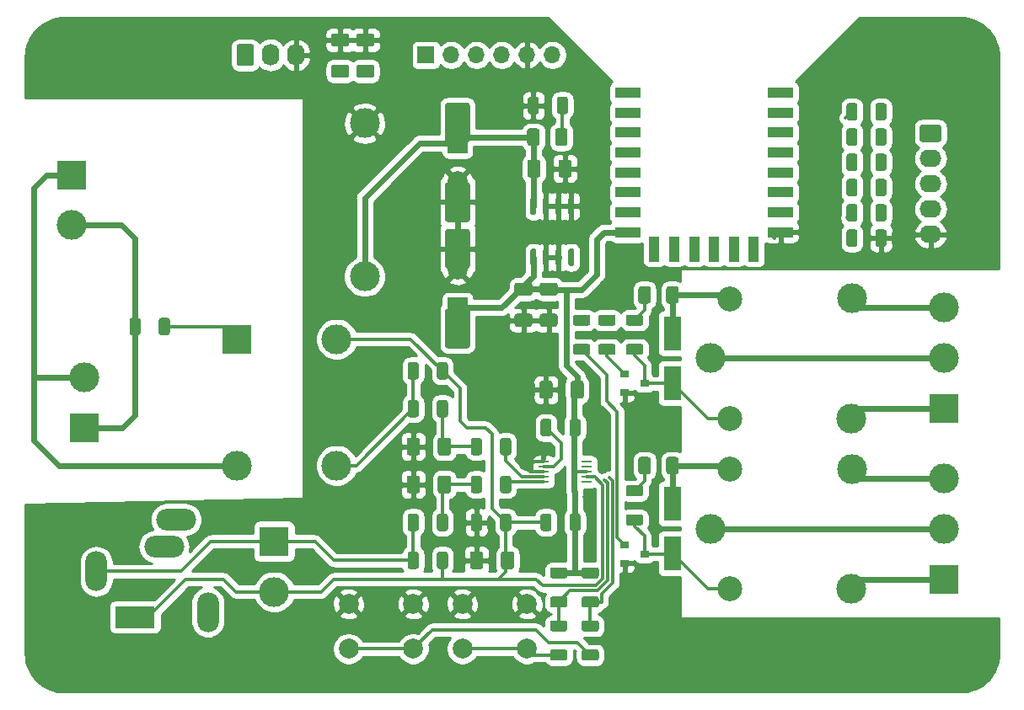
<source format=gbr>
%TF.GenerationSoftware,KiCad,Pcbnew,(5.1.10)-1*%
%TF.CreationDate,2021-10-13T22:05:38-03:00*%
%TF.ProjectId,kicad,6b696361-642e-46b6-9963-61645f706362,rev?*%
%TF.SameCoordinates,Original*%
%TF.FileFunction,Copper,L1,Top*%
%TF.FilePolarity,Positive*%
%FSLAX46Y46*%
G04 Gerber Fmt 4.6, Leading zero omitted, Abs format (unit mm)*
G04 Created by KiCad (PCBNEW (5.1.10)-1) date 2021-10-13 22:05:38*
%MOMM*%
%LPD*%
G01*
G04 APERTURE LIST*
%TA.AperFunction,ComponentPad*%
%ADD10C,7.000000*%
%TD*%
%TA.AperFunction,SMDPad,CuDef*%
%ADD11R,0.900000X0.800000*%
%TD*%
%TA.AperFunction,ComponentPad*%
%ADD12C,3.000000*%
%TD*%
%TA.AperFunction,ComponentPad*%
%ADD13R,3.000000X3.000000*%
%TD*%
%TA.AperFunction,ComponentPad*%
%ADD14O,2.200000X4.000000*%
%TD*%
%TA.AperFunction,ComponentPad*%
%ADD15O,4.000000X2.200000*%
%TD*%
%TA.AperFunction,ComponentPad*%
%ADD16R,4.000000X2.200000*%
%TD*%
%TA.AperFunction,ComponentPad*%
%ADD17R,2.000000X2.000000*%
%TD*%
%TA.AperFunction,ComponentPad*%
%ADD18C,2.000000*%
%TD*%
%TA.AperFunction,ComponentPad*%
%ADD19O,1.740000X2.190000*%
%TD*%
%TA.AperFunction,ComponentPad*%
%ADD20O,2.190000X1.740000*%
%TD*%
%TA.AperFunction,SMDPad,CuDef*%
%ADD21R,1.100000X2.500000*%
%TD*%
%TA.AperFunction,SMDPad,CuDef*%
%ADD22R,2.500000X1.100000*%
%TD*%
%TA.AperFunction,SMDPad,CuDef*%
%ADD23R,1.100000X0.250000*%
%TD*%
%TA.AperFunction,ComponentPad*%
%ADD24C,2.500000*%
%TD*%
%TA.AperFunction,ComponentPad*%
%ADD25O,1.700000X1.700000*%
%TD*%
%TA.AperFunction,ComponentPad*%
%ADD26R,1.700000X1.700000*%
%TD*%
%TA.AperFunction,SMDPad,CuDef*%
%ADD27R,1.800000X3.500000*%
%TD*%
%TA.AperFunction,ViaPad*%
%ADD28C,0.800000*%
%TD*%
%TA.AperFunction,Conductor*%
%ADD29C,0.600000*%
%TD*%
%TA.AperFunction,Conductor*%
%ADD30C,0.310000*%
%TD*%
%TA.AperFunction,Conductor*%
%ADD31C,0.254000*%
%TD*%
%TA.AperFunction,Conductor*%
%ADD32C,0.100000*%
%TD*%
G04 APERTURE END LIST*
D10*
%TO.P,REF\u002A\u002A,1*%
%TO.N,GND*%
X165000000Y-130000000D03*
%TD*%
%TO.P,REF\u002A\u002A,1*%
%TO.N,GND*%
X195000000Y-130000000D03*
%TD*%
D11*
%TO.P,Q2,3*%
%TO.N,Net-(D5-Pad2)*%
X163290000Y-120015000D03*
%TO.P,Q2,2*%
%TO.N,GND*%
X161290000Y-120965000D03*
%TO.P,Q2,1*%
%TO.N,Net-(Q2-Pad1)*%
X161290000Y-119065000D03*
%TD*%
D10*
%TO.P,REF\u002A\u002A,1*%
%TO.N,GND*%
X195000000Y-70000000D03*
%TD*%
%TO.P,REF\u002A\u002A,1*%
%TO.N,GND*%
X105000000Y-70000000D03*
%TD*%
%TO.P,REF\u002A\u002A,1*%
%TO.N,GND*%
X105000000Y-130000000D03*
%TD*%
D12*
%TO.P,J5,2*%
%TO.N,Net-(C7-Pad1)*%
X126095000Y-123825000D03*
D13*
%TO.P,J5,1*%
%TO.N,Net-(J4-PadS)*%
X126095000Y-118745000D03*
%TD*%
D12*
%TO.P,J8,3*%
%TO.N,Net-(J8-Pad3)*%
X193405000Y-112395000D03*
%TO.P,J8,2*%
%TO.N,Net-(J8-Pad2)*%
X193405000Y-117475000D03*
D13*
%TO.P,J8,1*%
%TO.N,Net-(J8-Pad1)*%
X193405000Y-122555000D03*
%TD*%
D12*
%TO.P,PS1,4*%
%TO.N,+5V*%
X135175000Y-92115000D03*
%TO.P,PS1,2*%
%TO.N,Net-(J2-Pad1)*%
X105775000Y-86915000D03*
D13*
%TO.P,PS1,1*%
%TO.N,Net-(J2-Pad2)*%
X105775000Y-81915000D03*
D12*
%TO.P,PS1,3*%
%TO.N,GND*%
X135175000Y-76715000D03*
%TD*%
%TO.P,T1,3*%
%TO.N,Net-(R10-Pad2)*%
X132365000Y-111125000D03*
%TO.P,T1,2*%
%TO.N,Net-(J2-Pad2)*%
X122365000Y-111125000D03*
%TO.P,T1,4*%
%TO.N,Net-(C7-Pad1)*%
X132365000Y-98425000D03*
D13*
%TO.P,T1,1*%
%TO.N,Net-(R3-Pad1)*%
X122365000Y-98425000D03*
%TD*%
%TO.P,R11,2*%
%TO.N,Net-(J4-PadS)*%
%TA.AperFunction,SMDPad,CuDef*%
G36*
G01*
X140627500Y-116214999D02*
X140627500Y-117465001D01*
G75*
G02*
X140377501Y-117715000I-249999J0D01*
G01*
X139752499Y-117715000D01*
G75*
G02*
X139502500Y-117465001I0J249999D01*
G01*
X139502500Y-116214999D01*
G75*
G02*
X139752499Y-115965000I249999J0D01*
G01*
X140377501Y-115965000D01*
G75*
G02*
X140627500Y-116214999I0J-249999D01*
G01*
G37*
%TD.AperFunction*%
%TO.P,R11,1*%
%TO.N,Net-(C5-Pad1)*%
%TA.AperFunction,SMDPad,CuDef*%
G36*
G01*
X143552500Y-116214999D02*
X143552500Y-117465001D01*
G75*
G02*
X143302501Y-117715000I-249999J0D01*
G01*
X142677499Y-117715000D01*
G75*
G02*
X142427500Y-117465001I0J249999D01*
G01*
X142427500Y-116214999D01*
G75*
G02*
X142677499Y-115965000I249999J0D01*
G01*
X143302501Y-115965000D01*
G75*
G02*
X143552500Y-116214999I0J-249999D01*
G01*
G37*
%TD.AperFunction*%
%TD*%
%TO.P,R10,2*%
%TO.N,Net-(R10-Pad2)*%
%TA.AperFunction,SMDPad,CuDef*%
G36*
G01*
X140627500Y-104784999D02*
X140627500Y-106035001D01*
G75*
G02*
X140377501Y-106285000I-249999J0D01*
G01*
X139752499Y-106285000D01*
G75*
G02*
X139502500Y-106035001I0J249999D01*
G01*
X139502500Y-104784999D01*
G75*
G02*
X139752499Y-104535000I249999J0D01*
G01*
X140377501Y-104535000D01*
G75*
G02*
X140627500Y-104784999I0J-249999D01*
G01*
G37*
%TD.AperFunction*%
%TO.P,R10,1*%
%TO.N,Net-(C4-Pad1)*%
%TA.AperFunction,SMDPad,CuDef*%
G36*
G01*
X143552500Y-104784999D02*
X143552500Y-106035001D01*
G75*
G02*
X143302501Y-106285000I-249999J0D01*
G01*
X142677499Y-106285000D01*
G75*
G02*
X142427500Y-106035001I0J249999D01*
G01*
X142427500Y-104784999D01*
G75*
G02*
X142677499Y-104535000I249999J0D01*
G01*
X143302501Y-104535000D01*
G75*
G02*
X143552500Y-104784999I0J-249999D01*
G01*
G37*
%TD.AperFunction*%
%TD*%
%TO.P,R13,2*%
%TO.N,Net-(C5-Pad1)*%
%TA.AperFunction,SMDPad,CuDef*%
G36*
G01*
X146977500Y-112404999D02*
X146977500Y-113655001D01*
G75*
G02*
X146727501Y-113905000I-249999J0D01*
G01*
X146102499Y-113905000D01*
G75*
G02*
X145852500Y-113655001I0J249999D01*
G01*
X145852500Y-112404999D01*
G75*
G02*
X146102499Y-112155000I249999J0D01*
G01*
X146727501Y-112155000D01*
G75*
G02*
X146977500Y-112404999I0J-249999D01*
G01*
G37*
%TD.AperFunction*%
%TO.P,R13,1*%
%TO.N,Net-(R13-Pad1)*%
%TA.AperFunction,SMDPad,CuDef*%
G36*
G01*
X149902500Y-112404999D02*
X149902500Y-113655001D01*
G75*
G02*
X149652501Y-113905000I-249999J0D01*
G01*
X149027499Y-113905000D01*
G75*
G02*
X148777500Y-113655001I0J249999D01*
G01*
X148777500Y-112404999D01*
G75*
G02*
X149027499Y-112155000I249999J0D01*
G01*
X149652501Y-112155000D01*
G75*
G02*
X149902500Y-112404999I0J-249999D01*
G01*
G37*
%TD.AperFunction*%
%TD*%
%TO.P,R12,2*%
%TO.N,Net-(C4-Pad1)*%
%TA.AperFunction,SMDPad,CuDef*%
G36*
G01*
X146977500Y-108594999D02*
X146977500Y-109845001D01*
G75*
G02*
X146727501Y-110095000I-249999J0D01*
G01*
X146102499Y-110095000D01*
G75*
G02*
X145852500Y-109845001I0J249999D01*
G01*
X145852500Y-108594999D01*
G75*
G02*
X146102499Y-108345000I249999J0D01*
G01*
X146727501Y-108345000D01*
G75*
G02*
X146977500Y-108594999I0J-249999D01*
G01*
G37*
%TD.AperFunction*%
%TO.P,R12,1*%
%TO.N,Net-(R12-Pad1)*%
%TA.AperFunction,SMDPad,CuDef*%
G36*
G01*
X149902500Y-108594999D02*
X149902500Y-109845001D01*
G75*
G02*
X149652501Y-110095000I-249999J0D01*
G01*
X149027499Y-110095000D01*
G75*
G02*
X148777500Y-109845001I0J249999D01*
G01*
X148777500Y-108594999D01*
G75*
G02*
X149027499Y-108345000I249999J0D01*
G01*
X149652501Y-108345000D01*
G75*
G02*
X149902500Y-108594999I0J-249999D01*
G01*
G37*
%TD.AperFunction*%
%TD*%
%TO.P,C4,2*%
%TO.N,GND*%
%TA.AperFunction,SMDPad,CuDef*%
G36*
G01*
X140727500Y-108569999D02*
X140727500Y-109870001D01*
G75*
G02*
X140477501Y-110120000I-249999J0D01*
G01*
X139652499Y-110120000D01*
G75*
G02*
X139402500Y-109870001I0J249999D01*
G01*
X139402500Y-108569999D01*
G75*
G02*
X139652499Y-108320000I249999J0D01*
G01*
X140477501Y-108320000D01*
G75*
G02*
X140727500Y-108569999I0J-249999D01*
G01*
G37*
%TD.AperFunction*%
%TO.P,C4,1*%
%TO.N,Net-(C4-Pad1)*%
%TA.AperFunction,SMDPad,CuDef*%
G36*
G01*
X143852500Y-108569999D02*
X143852500Y-109870001D01*
G75*
G02*
X143602501Y-110120000I-249999J0D01*
G01*
X142777499Y-110120000D01*
G75*
G02*
X142527500Y-109870001I0J249999D01*
G01*
X142527500Y-108569999D01*
G75*
G02*
X142777499Y-108320000I249999J0D01*
G01*
X143602501Y-108320000D01*
G75*
G02*
X143852500Y-108569999I0J-249999D01*
G01*
G37*
%TD.AperFunction*%
%TD*%
%TO.P,C5,2*%
%TO.N,GND*%
%TA.AperFunction,SMDPad,CuDef*%
G36*
G01*
X140727500Y-112379999D02*
X140727500Y-113680001D01*
G75*
G02*
X140477501Y-113930000I-249999J0D01*
G01*
X139652499Y-113930000D01*
G75*
G02*
X139402500Y-113680001I0J249999D01*
G01*
X139402500Y-112379999D01*
G75*
G02*
X139652499Y-112130000I249999J0D01*
G01*
X140477501Y-112130000D01*
G75*
G02*
X140727500Y-112379999I0J-249999D01*
G01*
G37*
%TD.AperFunction*%
%TO.P,C5,1*%
%TO.N,Net-(C5-Pad1)*%
%TA.AperFunction,SMDPad,CuDef*%
G36*
G01*
X143852500Y-112379999D02*
X143852500Y-113680001D01*
G75*
G02*
X143602501Y-113930000I-249999J0D01*
G01*
X142777499Y-113930000D01*
G75*
G02*
X142527500Y-113680001I0J249999D01*
G01*
X142527500Y-112379999D01*
G75*
G02*
X142777499Y-112130000I249999J0D01*
G01*
X143602501Y-112130000D01*
G75*
G02*
X143852500Y-112379999I0J-249999D01*
G01*
G37*
%TD.AperFunction*%
%TD*%
D14*
%TO.P,J4,S*%
%TO.N,Net-(J4-PadS)*%
X108225000Y-121765000D03*
D15*
%TO.P,J4,R*%
%TO.N,Net-(J4-PadR)*%
X116225000Y-116565000D03*
%TO.P,J4,RN*%
%TO.N,N/C*%
X115025000Y-119265000D03*
D14*
%TO.P,J4,TN*%
X119425000Y-125865000D03*
D16*
%TO.P,J4,T*%
%TO.N,Net-(C7-Pad1)*%
X112125000Y-126365000D03*
%TD*%
D12*
%TO.P,J2,2*%
%TO.N,Net-(J2-Pad2)*%
X107045000Y-102235000D03*
D13*
%TO.P,J2,1*%
%TO.N,Net-(J2-Pad1)*%
X107045000Y-107315000D03*
%TD*%
D17*
%TO.P,C8,1*%
%TO.N,+3V3*%
X144510000Y-95245000D03*
D18*
%TO.P,C8,2*%
%TO.N,GND*%
X144510000Y-91445000D03*
%TO.P,C8,1*%
%TO.N,+3V3*%
%TA.AperFunction,SMDPad,CuDef*%
G36*
G01*
X145510000Y-99345000D02*
X143510000Y-99345000D01*
G75*
G02*
X143260000Y-99095000I0J250000D01*
G01*
X143260000Y-95595000D01*
G75*
G02*
X143510000Y-95345000I250000J0D01*
G01*
X145510000Y-95345000D01*
G75*
G02*
X145760000Y-95595000I0J-250000D01*
G01*
X145760000Y-99095000D01*
G75*
G02*
X145510000Y-99345000I-250000J0D01*
G01*
G37*
%TD.AperFunction*%
%TO.P,C8,2*%
%TO.N,GND*%
%TA.AperFunction,SMDPad,CuDef*%
G36*
G01*
X145510000Y-91345000D02*
X143510000Y-91345000D01*
G75*
G02*
X143260000Y-91095000I0J250000D01*
G01*
X143260000Y-87595000D01*
G75*
G02*
X143510000Y-87345000I250000J0D01*
G01*
X145510000Y-87345000D01*
G75*
G02*
X145760000Y-87595000I0J-250000D01*
G01*
X145760000Y-91095000D01*
G75*
G02*
X145510000Y-91345000I-250000J0D01*
G01*
G37*
%TD.AperFunction*%
%TD*%
D17*
%TO.P,C3,1*%
%TO.N,+5V*%
X144510000Y-78745000D03*
D18*
%TO.P,C3,2*%
%TO.N,GND*%
X144510000Y-82545000D03*
%TO.P,C3,1*%
%TO.N,+5V*%
%TA.AperFunction,SMDPad,CuDef*%
G36*
G01*
X143510000Y-74645000D02*
X145510000Y-74645000D01*
G75*
G02*
X145760000Y-74895000I0J-250000D01*
G01*
X145760000Y-78395000D01*
G75*
G02*
X145510000Y-78645000I-250000J0D01*
G01*
X143510000Y-78645000D01*
G75*
G02*
X143260000Y-78395000I0J250000D01*
G01*
X143260000Y-74895000D01*
G75*
G02*
X143510000Y-74645000I250000J0D01*
G01*
G37*
%TD.AperFunction*%
%TO.P,C3,2*%
%TO.N,GND*%
%TA.AperFunction,SMDPad,CuDef*%
G36*
G01*
X143510000Y-82645000D02*
X145510000Y-82645000D01*
G75*
G02*
X145760000Y-82895000I0J-250000D01*
G01*
X145760000Y-86395000D01*
G75*
G02*
X145510000Y-86645000I-250000J0D01*
G01*
X143510000Y-86645000D01*
G75*
G02*
X143260000Y-86395000I0J250000D01*
G01*
X143260000Y-82895000D01*
G75*
G02*
X143510000Y-82645000I250000J0D01*
G01*
G37*
%TD.AperFunction*%
%TD*%
%TO.P,C1,2*%
%TO.N,GND*%
%TA.AperFunction,SMDPad,CuDef*%
G36*
G01*
X133365001Y-69022500D02*
X132064999Y-69022500D01*
G75*
G02*
X131815000Y-68772501I0J249999D01*
G01*
X131815000Y-67947499D01*
G75*
G02*
X132064999Y-67697500I249999J0D01*
G01*
X133365001Y-67697500D01*
G75*
G02*
X133615000Y-67947499I0J-249999D01*
G01*
X133615000Y-68772501D01*
G75*
G02*
X133365001Y-69022500I-249999J0D01*
G01*
G37*
%TD.AperFunction*%
%TO.P,C1,1*%
%TO.N,TEMP*%
%TA.AperFunction,SMDPad,CuDef*%
G36*
G01*
X133365001Y-72147500D02*
X132064999Y-72147500D01*
G75*
G02*
X131815000Y-71897501I0J249999D01*
G01*
X131815000Y-71072499D01*
G75*
G02*
X132064999Y-70822500I249999J0D01*
G01*
X133365001Y-70822500D01*
G75*
G02*
X133615000Y-71072499I0J-249999D01*
G01*
X133615000Y-71897501D01*
G75*
G02*
X133365001Y-72147500I-249999J0D01*
G01*
G37*
%TD.AperFunction*%
%TD*%
D19*
%TO.P,J1,3*%
%TO.N,GND*%
X128270000Y-69850000D03*
%TO.P,J1,2*%
%TO.N,TEMP*%
X125730000Y-69850000D03*
%TO.P,J1,1*%
%TO.N,+3V3*%
%TA.AperFunction,ComponentPad*%
G36*
G01*
X122320000Y-70695001D02*
X122320000Y-69004999D01*
G75*
G02*
X122569999Y-68755000I249999J0D01*
G01*
X123810001Y-68755000D01*
G75*
G02*
X124060000Y-69004999I0J-249999D01*
G01*
X124060000Y-70695001D01*
G75*
G02*
X123810001Y-70945000I-249999J0D01*
G01*
X122569999Y-70945000D01*
G75*
G02*
X122320000Y-70695001I0J249999D01*
G01*
G37*
%TD.AperFunction*%
%TD*%
D20*
%TO.P,J3,5*%
%TO.N,GND*%
X192024000Y-87884000D03*
%TO.P,J3,4*%
%TO.N,+5V*%
X192024000Y-85344000D03*
%TO.P,J3,3*%
%TO.N,+3V3*%
X192024000Y-82804000D03*
%TO.P,J3,2*%
%TO.N,SDA*%
X192024000Y-80264000D03*
%TO.P,J3,1*%
%TO.N,SCL*%
%TA.AperFunction,ComponentPad*%
G36*
G01*
X191178999Y-76854000D02*
X192869001Y-76854000D01*
G75*
G02*
X193119000Y-77103999I0J-249999D01*
G01*
X193119000Y-78344001D01*
G75*
G02*
X192869001Y-78594000I-249999J0D01*
G01*
X191178999Y-78594000D01*
G75*
G02*
X190929000Y-78344001I0J249999D01*
G01*
X190929000Y-77103999D01*
G75*
G02*
X191178999Y-76854000I249999J0D01*
G01*
G37*
%TD.AperFunction*%
%TD*%
%TO.P,R25,2*%
%TO.N,GND*%
%TA.AperFunction,SMDPad,CuDef*%
G36*
G01*
X186492500Y-88890001D02*
X186492500Y-87639999D01*
G75*
G02*
X186742499Y-87390000I249999J0D01*
G01*
X187367501Y-87390000D01*
G75*
G02*
X187617500Y-87639999I0J-249999D01*
G01*
X187617500Y-88890001D01*
G75*
G02*
X187367501Y-89140000I-249999J0D01*
G01*
X186742499Y-89140000D01*
G75*
G02*
X186492500Y-88890001I0J249999D01*
G01*
G37*
%TD.AperFunction*%
%TO.P,R25,1*%
%TO.N,Net-(R25-Pad1)*%
%TA.AperFunction,SMDPad,CuDef*%
G36*
G01*
X183567500Y-88890001D02*
X183567500Y-87639999D01*
G75*
G02*
X183817499Y-87390000I249999J0D01*
G01*
X184442501Y-87390000D01*
G75*
G02*
X184692500Y-87639999I0J-249999D01*
G01*
X184692500Y-88890001D01*
G75*
G02*
X184442501Y-89140000I-249999J0D01*
G01*
X183817499Y-89140000D01*
G75*
G02*
X183567500Y-88890001I0J249999D01*
G01*
G37*
%TD.AperFunction*%
%TD*%
%TO.P,R24,2*%
%TO.N,Net-(R24-Pad2)*%
%TA.AperFunction,SMDPad,CuDef*%
G36*
G01*
X184692500Y-85099999D02*
X184692500Y-86350001D01*
G75*
G02*
X184442501Y-86600000I-249999J0D01*
G01*
X183817499Y-86600000D01*
G75*
G02*
X183567500Y-86350001I0J249999D01*
G01*
X183567500Y-85099999D01*
G75*
G02*
X183817499Y-84850000I249999J0D01*
G01*
X184442501Y-84850000D01*
G75*
G02*
X184692500Y-85099999I0J-249999D01*
G01*
G37*
%TD.AperFunction*%
%TO.P,R24,1*%
%TO.N,+3V3*%
%TA.AperFunction,SMDPad,CuDef*%
G36*
G01*
X187617500Y-85099999D02*
X187617500Y-86350001D01*
G75*
G02*
X187367501Y-86600000I-249999J0D01*
G01*
X186742499Y-86600000D01*
G75*
G02*
X186492500Y-86350001I0J249999D01*
G01*
X186492500Y-85099999D01*
G75*
G02*
X186742499Y-84850000I249999J0D01*
G01*
X187367501Y-84850000D01*
G75*
G02*
X187617500Y-85099999I0J-249999D01*
G01*
G37*
%TD.AperFunction*%
%TD*%
%TO.P,R23,2*%
%TO.N,RELAY_2*%
%TA.AperFunction,SMDPad,CuDef*%
G36*
G01*
X157597001Y-97082500D02*
X156346999Y-97082500D01*
G75*
G02*
X156097000Y-96832501I0J249999D01*
G01*
X156097000Y-96207499D01*
G75*
G02*
X156346999Y-95957500I249999J0D01*
G01*
X157597001Y-95957500D01*
G75*
G02*
X157847000Y-96207499I0J-249999D01*
G01*
X157847000Y-96832501D01*
G75*
G02*
X157597001Y-97082500I-249999J0D01*
G01*
G37*
%TD.AperFunction*%
%TO.P,R23,1*%
%TO.N,Net-(Q2-Pad1)*%
%TA.AperFunction,SMDPad,CuDef*%
G36*
G01*
X157597001Y-100007500D02*
X156346999Y-100007500D01*
G75*
G02*
X156097000Y-99757501I0J249999D01*
G01*
X156097000Y-99132499D01*
G75*
G02*
X156346999Y-98882500I249999J0D01*
G01*
X157597001Y-98882500D01*
G75*
G02*
X157847000Y-99132499I0J-249999D01*
G01*
X157847000Y-99757501D01*
G75*
G02*
X157597001Y-100007500I-249999J0D01*
G01*
G37*
%TD.AperFunction*%
%TD*%
%TO.P,R22,2*%
%TO.N,RELAY_1*%
%TA.AperFunction,SMDPad,CuDef*%
G36*
G01*
X160137001Y-97082500D02*
X158886999Y-97082500D01*
G75*
G02*
X158637000Y-96832501I0J249999D01*
G01*
X158637000Y-96207499D01*
G75*
G02*
X158886999Y-95957500I249999J0D01*
G01*
X160137001Y-95957500D01*
G75*
G02*
X160387000Y-96207499I0J-249999D01*
G01*
X160387000Y-96832501D01*
G75*
G02*
X160137001Y-97082500I-249999J0D01*
G01*
G37*
%TD.AperFunction*%
%TO.P,R22,1*%
%TO.N,Net-(Q1-Pad1)*%
%TA.AperFunction,SMDPad,CuDef*%
G36*
G01*
X160137001Y-100007500D02*
X158886999Y-100007500D01*
G75*
G02*
X158637000Y-99757501I0J249999D01*
G01*
X158637000Y-99132499D01*
G75*
G02*
X158886999Y-98882500I249999J0D01*
G01*
X160137001Y-98882500D01*
G75*
G02*
X160387000Y-99132499I0J-249999D01*
G01*
X160387000Y-99757501D01*
G75*
G02*
X160137001Y-100007500I-249999J0D01*
G01*
G37*
%TD.AperFunction*%
%TD*%
%TO.P,R21,2*%
%TO.N,Net-(D5-Pad2)*%
%TA.AperFunction,SMDPad,CuDef*%
G36*
G01*
X161664999Y-116027500D02*
X162915001Y-116027500D01*
G75*
G02*
X163165000Y-116277499I0J-249999D01*
G01*
X163165000Y-116902501D01*
G75*
G02*
X162915001Y-117152500I-249999J0D01*
G01*
X161664999Y-117152500D01*
G75*
G02*
X161415000Y-116902501I0J249999D01*
G01*
X161415000Y-116277499D01*
G75*
G02*
X161664999Y-116027500I249999J0D01*
G01*
G37*
%TD.AperFunction*%
%TO.P,R21,1*%
%TO.N,Net-(D3-Pad1)*%
%TA.AperFunction,SMDPad,CuDef*%
G36*
G01*
X161664999Y-113102500D02*
X162915001Y-113102500D01*
G75*
G02*
X163165000Y-113352499I0J-249999D01*
G01*
X163165000Y-113977501D01*
G75*
G02*
X162915001Y-114227500I-249999J0D01*
G01*
X161664999Y-114227500D01*
G75*
G02*
X161415000Y-113977501I0J249999D01*
G01*
X161415000Y-113352499D01*
G75*
G02*
X161664999Y-113102500I249999J0D01*
G01*
G37*
%TD.AperFunction*%
%TD*%
%TO.P,R20,2*%
%TO.N,Net-(D4-Pad2)*%
%TA.AperFunction,SMDPad,CuDef*%
G36*
G01*
X161664999Y-98882500D02*
X162915001Y-98882500D01*
G75*
G02*
X163165000Y-99132499I0J-249999D01*
G01*
X163165000Y-99757501D01*
G75*
G02*
X162915001Y-100007500I-249999J0D01*
G01*
X161664999Y-100007500D01*
G75*
G02*
X161415000Y-99757501I0J249999D01*
G01*
X161415000Y-99132499D01*
G75*
G02*
X161664999Y-98882500I249999J0D01*
G01*
G37*
%TD.AperFunction*%
%TO.P,R20,1*%
%TO.N,Net-(D2-Pad1)*%
%TA.AperFunction,SMDPad,CuDef*%
G36*
G01*
X161664999Y-95957500D02*
X162915001Y-95957500D01*
G75*
G02*
X163165000Y-96207499I0J-249999D01*
G01*
X163165000Y-96832501D01*
G75*
G02*
X162915001Y-97082500I-249999J0D01*
G01*
X161664999Y-97082500D01*
G75*
G02*
X161415000Y-96832501I0J249999D01*
G01*
X161415000Y-96207499D01*
G75*
G02*
X161664999Y-95957500I249999J0D01*
G01*
G37*
%TD.AperFunction*%
%TD*%
%TO.P,R19,2*%
%TO.N,GND*%
%TA.AperFunction,SMDPad,CuDef*%
G36*
G01*
X146977500Y-116214999D02*
X146977500Y-117465001D01*
G75*
G02*
X146727501Y-117715000I-249999J0D01*
G01*
X146102499Y-117715000D01*
G75*
G02*
X145852500Y-117465001I0J249999D01*
G01*
X145852500Y-116214999D01*
G75*
G02*
X146102499Y-115965000I249999J0D01*
G01*
X146727501Y-115965000D01*
G75*
G02*
X146977500Y-116214999I0J-249999D01*
G01*
G37*
%TD.AperFunction*%
%TO.P,R19,1*%
%TO.N,Net-(C7-Pad1)*%
%TA.AperFunction,SMDPad,CuDef*%
G36*
G01*
X149902500Y-116214999D02*
X149902500Y-117465001D01*
G75*
G02*
X149652501Y-117715000I-249999J0D01*
G01*
X149027499Y-117715000D01*
G75*
G02*
X148777500Y-117465001I0J249999D01*
G01*
X148777500Y-116214999D01*
G75*
G02*
X149027499Y-115965000I249999J0D01*
G01*
X149652501Y-115965000D01*
G75*
G02*
X149902500Y-116214999I0J-249999D01*
G01*
G37*
%TD.AperFunction*%
%TD*%
%TO.P,R18,2*%
%TO.N,Net-(C7-Pad1)*%
%TA.AperFunction,SMDPad,CuDef*%
G36*
G01*
X153962500Y-116214999D02*
X153962500Y-117465001D01*
G75*
G02*
X153712501Y-117715000I-249999J0D01*
G01*
X153087499Y-117715000D01*
G75*
G02*
X152837500Y-117465001I0J249999D01*
G01*
X152837500Y-116214999D01*
G75*
G02*
X153087499Y-115965000I249999J0D01*
G01*
X153712501Y-115965000D01*
G75*
G02*
X153962500Y-116214999I0J-249999D01*
G01*
G37*
%TD.AperFunction*%
%TO.P,R18,1*%
%TO.N,+3V3*%
%TA.AperFunction,SMDPad,CuDef*%
G36*
G01*
X156887500Y-116214999D02*
X156887500Y-117465001D01*
G75*
G02*
X156637501Y-117715000I-249999J0D01*
G01*
X156012499Y-117715000D01*
G75*
G02*
X155762500Y-117465001I0J249999D01*
G01*
X155762500Y-116214999D01*
G75*
G02*
X156012499Y-115965000I249999J0D01*
G01*
X156637501Y-115965000D01*
G75*
G02*
X156887500Y-116214999I0J-249999D01*
G01*
G37*
%TD.AperFunction*%
%TD*%
%TO.P,C11,2*%
%TO.N,GND*%
%TA.AperFunction,SMDPad,CuDef*%
G36*
G01*
X153019999Y-95857500D02*
X154320001Y-95857500D01*
G75*
G02*
X154570000Y-96107499I0J-249999D01*
G01*
X154570000Y-96932501D01*
G75*
G02*
X154320001Y-97182500I-249999J0D01*
G01*
X153019999Y-97182500D01*
G75*
G02*
X152770000Y-96932501I0J249999D01*
G01*
X152770000Y-96107499D01*
G75*
G02*
X153019999Y-95857500I249999J0D01*
G01*
G37*
%TD.AperFunction*%
%TO.P,C11,1*%
%TO.N,+3V3*%
%TA.AperFunction,SMDPad,CuDef*%
G36*
G01*
X153019999Y-92732500D02*
X154320001Y-92732500D01*
G75*
G02*
X154570000Y-92982499I0J-249999D01*
G01*
X154570000Y-93807501D01*
G75*
G02*
X154320001Y-94057500I-249999J0D01*
G01*
X153019999Y-94057500D01*
G75*
G02*
X152770000Y-93807501I0J249999D01*
G01*
X152770000Y-92982499D01*
G75*
G02*
X153019999Y-92732500I249999J0D01*
G01*
G37*
%TD.AperFunction*%
%TD*%
%TO.P,C10,2*%
%TO.N,GND*%
%TA.AperFunction,SMDPad,CuDef*%
G36*
G01*
X150479999Y-95857500D02*
X151780001Y-95857500D01*
G75*
G02*
X152030000Y-96107499I0J-249999D01*
G01*
X152030000Y-96932501D01*
G75*
G02*
X151780001Y-97182500I-249999J0D01*
G01*
X150479999Y-97182500D01*
G75*
G02*
X150230000Y-96932501I0J249999D01*
G01*
X150230000Y-96107499D01*
G75*
G02*
X150479999Y-95857500I249999J0D01*
G01*
G37*
%TD.AperFunction*%
%TO.P,C10,1*%
%TO.N,+3V3*%
%TA.AperFunction,SMDPad,CuDef*%
G36*
G01*
X150479999Y-92732500D02*
X151780001Y-92732500D01*
G75*
G02*
X152030000Y-92982499I0J-249999D01*
G01*
X152030000Y-93807501D01*
G75*
G02*
X151780001Y-94057500I-249999J0D01*
G01*
X150479999Y-94057500D01*
G75*
G02*
X150230000Y-93807501I0J249999D01*
G01*
X150230000Y-92982499D01*
G75*
G02*
X150479999Y-92732500I249999J0D01*
G01*
G37*
%TD.AperFunction*%
%TD*%
D21*
%TO.P,U3,22*%
%TO.N,Net-(U3-Pad22)*%
X174280000Y-89360000D03*
%TO.P,U3,21*%
%TO.N,Net-(U3-Pad21)*%
X172280000Y-89360000D03*
%TO.P,U3,20*%
%TO.N,Net-(U3-Pad20)*%
X170280000Y-89360000D03*
%TO.P,U3,19*%
%TO.N,Net-(U3-Pad19)*%
X168280000Y-89360000D03*
%TO.P,U3,18*%
%TO.N,Net-(U3-Pad18)*%
X166280000Y-89360000D03*
%TO.P,U3,17*%
%TO.N,Net-(U3-Pad17)*%
X164280000Y-89360000D03*
D22*
%TO.P,U3,16*%
%TO.N,TXD0*%
X176990000Y-73660000D03*
%TO.P,U3,15*%
%TO.N,RXD0*%
X176990000Y-75660000D03*
%TO.P,U3,14*%
%TO.N,SCL*%
X176990000Y-77660000D03*
%TO.P,U3,13*%
%TO.N,SDA*%
X176990000Y-79660000D03*
%TO.P,U3,12*%
%TO.N,GPIO0*%
X176990000Y-81660000D03*
%TO.P,U3,11*%
%TO.N,Net-(R24-Pad2)*%
X176990000Y-83660000D03*
%TO.P,U3,10*%
%TO.N,Net-(R25-Pad1)*%
X176990000Y-85660000D03*
%TO.P,U3,9*%
%TO.N,GND*%
X176990000Y-87660000D03*
%TO.P,U3,8*%
%TO.N,+3V3*%
X161590000Y-87660000D03*
%TO.P,U3,7*%
%TO.N,RDY*%
X161590000Y-85660000D03*
%TO.P,U3,6*%
%TO.N,RELAY_2*%
X161590000Y-83660000D03*
%TO.P,U3,5*%
%TO.N,RELAY_1*%
X161590000Y-81660000D03*
%TO.P,U3,4*%
%TO.N,RESET*%
X161590000Y-79660000D03*
%TO.P,U3,3*%
%TO.N,+3V3*%
X161590000Y-77660000D03*
%TO.P,U3,2*%
%TO.N,TEMP*%
X161590000Y-75660000D03*
%TO.P,U3,1*%
%TO.N,RESET*%
X161590000Y-73660000D03*
%TD*%
D23*
%TO.P,U2,10*%
%TO.N,SCL*%
X157455000Y-110760000D03*
%TO.P,U2,9*%
%TO.N,SDA*%
X157455000Y-111260000D03*
%TO.P,U2,8*%
%TO.N,+3V3*%
X157455000Y-111760000D03*
%TO.P,U2,7*%
%TO.N,Net-(C7-Pad1)*%
X157455000Y-112260000D03*
%TO.P,U2,6*%
%TO.N,Net-(U2-Pad6)*%
X157455000Y-112760000D03*
%TO.P,U2,5*%
%TO.N,Net-(R13-Pad1)*%
X153155000Y-112760000D03*
%TO.P,U2,4*%
%TO.N,Net-(R12-Pad1)*%
X153155000Y-112260000D03*
%TO.P,U2,3*%
%TO.N,GND*%
X153155000Y-111760000D03*
%TO.P,U2,2*%
%TO.N,RDY*%
X153155000Y-111260000D03*
%TO.P,U2,1*%
%TO.N,GND*%
X153155000Y-110760000D03*
%TD*%
%TO.P,U1,8*%
%TO.N,+5V*%
%TA.AperFunction,SMDPad,CuDef*%
G36*
G01*
X152280000Y-85930000D02*
X151980000Y-85930000D01*
G75*
G02*
X151830000Y-85780000I0J150000D01*
G01*
X151830000Y-84330000D01*
G75*
G02*
X151980000Y-84180000I150000J0D01*
G01*
X152280000Y-84180000D01*
G75*
G02*
X152430000Y-84330000I0J-150000D01*
G01*
X152430000Y-85780000D01*
G75*
G02*
X152280000Y-85930000I-150000J0D01*
G01*
G37*
%TD.AperFunction*%
%TO.P,U1,7*%
%TO.N,GND*%
%TA.AperFunction,SMDPad,CuDef*%
G36*
G01*
X153550000Y-85930000D02*
X153250000Y-85930000D01*
G75*
G02*
X153100000Y-85780000I0J150000D01*
G01*
X153100000Y-84330000D01*
G75*
G02*
X153250000Y-84180000I150000J0D01*
G01*
X153550000Y-84180000D01*
G75*
G02*
X153700000Y-84330000I0J-150000D01*
G01*
X153700000Y-85780000D01*
G75*
G02*
X153550000Y-85930000I-150000J0D01*
G01*
G37*
%TD.AperFunction*%
%TO.P,U1,6*%
%TA.AperFunction,SMDPad,CuDef*%
G36*
G01*
X154820000Y-85930000D02*
X154520000Y-85930000D01*
G75*
G02*
X154370000Y-85780000I0J150000D01*
G01*
X154370000Y-84330000D01*
G75*
G02*
X154520000Y-84180000I150000J0D01*
G01*
X154820000Y-84180000D01*
G75*
G02*
X154970000Y-84330000I0J-150000D01*
G01*
X154970000Y-85780000D01*
G75*
G02*
X154820000Y-85930000I-150000J0D01*
G01*
G37*
%TD.AperFunction*%
%TO.P,U1,5*%
%TA.AperFunction,SMDPad,CuDef*%
G36*
G01*
X156090000Y-85930000D02*
X155790000Y-85930000D01*
G75*
G02*
X155640000Y-85780000I0J150000D01*
G01*
X155640000Y-84330000D01*
G75*
G02*
X155790000Y-84180000I150000J0D01*
G01*
X156090000Y-84180000D01*
G75*
G02*
X156240000Y-84330000I0J-150000D01*
G01*
X156240000Y-85780000D01*
G75*
G02*
X156090000Y-85930000I-150000J0D01*
G01*
G37*
%TD.AperFunction*%
%TO.P,U1,4*%
%TO.N,Net-(U1-Pad4)*%
%TA.AperFunction,SMDPad,CuDef*%
G36*
G01*
X156090000Y-91080000D02*
X155790000Y-91080000D01*
G75*
G02*
X155640000Y-90930000I0J150000D01*
G01*
X155640000Y-89480000D01*
G75*
G02*
X155790000Y-89330000I150000J0D01*
G01*
X156090000Y-89330000D01*
G75*
G02*
X156240000Y-89480000I0J-150000D01*
G01*
X156240000Y-90930000D01*
G75*
G02*
X156090000Y-91080000I-150000J0D01*
G01*
G37*
%TD.AperFunction*%
%TO.P,U1,3*%
%TO.N,GND*%
%TA.AperFunction,SMDPad,CuDef*%
G36*
G01*
X154820000Y-91080000D02*
X154520000Y-91080000D01*
G75*
G02*
X154370000Y-90930000I0J150000D01*
G01*
X154370000Y-89480000D01*
G75*
G02*
X154520000Y-89330000I150000J0D01*
G01*
X154820000Y-89330000D01*
G75*
G02*
X154970000Y-89480000I0J-150000D01*
G01*
X154970000Y-90930000D01*
G75*
G02*
X154820000Y-91080000I-150000J0D01*
G01*
G37*
%TD.AperFunction*%
%TO.P,U1,2*%
%TA.AperFunction,SMDPad,CuDef*%
G36*
G01*
X153550000Y-91080000D02*
X153250000Y-91080000D01*
G75*
G02*
X153100000Y-90930000I0J150000D01*
G01*
X153100000Y-89480000D01*
G75*
G02*
X153250000Y-89330000I150000J0D01*
G01*
X153550000Y-89330000D01*
G75*
G02*
X153700000Y-89480000I0J-150000D01*
G01*
X153700000Y-90930000D01*
G75*
G02*
X153550000Y-91080000I-150000J0D01*
G01*
G37*
%TD.AperFunction*%
%TO.P,U1,1*%
%TO.N,+3V3*%
%TA.AperFunction,SMDPad,CuDef*%
G36*
G01*
X152280000Y-91080000D02*
X151980000Y-91080000D01*
G75*
G02*
X151830000Y-90930000I0J150000D01*
G01*
X151830000Y-89480000D01*
G75*
G02*
X151980000Y-89330000I150000J0D01*
G01*
X152280000Y-89330000D01*
G75*
G02*
X152430000Y-89480000I0J-150000D01*
G01*
X152430000Y-90930000D01*
G75*
G02*
X152280000Y-91080000I-150000J0D01*
G01*
G37*
%TD.AperFunction*%
%TD*%
D18*
%TO.P,SW1,1*%
%TO.N,GND*%
X151495000Y-125040000D03*
%TO.P,SW1,2*%
%TO.N,Net-(R6-Pad2)*%
X151495000Y-129540000D03*
%TO.P,SW1,1*%
%TO.N,GND*%
X144995000Y-125040000D03*
%TO.P,SW1,2*%
%TO.N,Net-(R6-Pad2)*%
X144995000Y-129540000D03*
%TD*%
%TO.P,R9,2*%
%TO.N,GPIO0*%
%TA.AperFunction,SMDPad,CuDef*%
G36*
G01*
X157219999Y-124282500D02*
X158470001Y-124282500D01*
G75*
G02*
X158720000Y-124532499I0J-249999D01*
G01*
X158720000Y-125157501D01*
G75*
G02*
X158470001Y-125407500I-249999J0D01*
G01*
X157219999Y-125407500D01*
G75*
G02*
X156970000Y-125157501I0J249999D01*
G01*
X156970000Y-124532499D01*
G75*
G02*
X157219999Y-124282500I249999J0D01*
G01*
G37*
%TD.AperFunction*%
%TO.P,R9,1*%
%TO.N,+3V3*%
%TA.AperFunction,SMDPad,CuDef*%
G36*
G01*
X157219999Y-121357500D02*
X158470001Y-121357500D01*
G75*
G02*
X158720000Y-121607499I0J-249999D01*
G01*
X158720000Y-122232501D01*
G75*
G02*
X158470001Y-122482500I-249999J0D01*
G01*
X157219999Y-122482500D01*
G75*
G02*
X156970000Y-122232501I0J249999D01*
G01*
X156970000Y-121607499D01*
G75*
G02*
X157219999Y-121357500I249999J0D01*
G01*
G37*
%TD.AperFunction*%
%TD*%
%TO.P,R6,2*%
%TO.N,Net-(R6-Pad2)*%
%TA.AperFunction,SMDPad,CuDef*%
G36*
G01*
X154044999Y-129612500D02*
X155295001Y-129612500D01*
G75*
G02*
X155545000Y-129862499I0J-249999D01*
G01*
X155545000Y-130487501D01*
G75*
G02*
X155295001Y-130737500I-249999J0D01*
G01*
X154044999Y-130737500D01*
G75*
G02*
X153795000Y-130487501I0J249999D01*
G01*
X153795000Y-129862499D01*
G75*
G02*
X154044999Y-129612500I249999J0D01*
G01*
G37*
%TD.AperFunction*%
%TO.P,R6,1*%
%TO.N,RESET*%
%TA.AperFunction,SMDPad,CuDef*%
G36*
G01*
X154044999Y-126687500D02*
X155295001Y-126687500D01*
G75*
G02*
X155545000Y-126937499I0J-249999D01*
G01*
X155545000Y-127562501D01*
G75*
G02*
X155295001Y-127812500I-249999J0D01*
G01*
X154044999Y-127812500D01*
G75*
G02*
X153795000Y-127562501I0J249999D01*
G01*
X153795000Y-126937499D01*
G75*
G02*
X154044999Y-126687500I249999J0D01*
G01*
G37*
%TD.AperFunction*%
%TD*%
%TO.P,R5,2*%
%TO.N,Net-(C7-Pad1)*%
%TA.AperFunction,SMDPad,CuDef*%
G36*
G01*
X142427500Y-121275001D02*
X142427500Y-120024999D01*
G75*
G02*
X142677499Y-119775000I249999J0D01*
G01*
X143302501Y-119775000D01*
G75*
G02*
X143552500Y-120024999I0J-249999D01*
G01*
X143552500Y-121275001D01*
G75*
G02*
X143302501Y-121525000I-249999J0D01*
G01*
X142677499Y-121525000D01*
G75*
G02*
X142427500Y-121275001I0J249999D01*
G01*
G37*
%TD.AperFunction*%
%TO.P,R5,1*%
%TO.N,Net-(J4-PadS)*%
%TA.AperFunction,SMDPad,CuDef*%
G36*
G01*
X139502500Y-121275001D02*
X139502500Y-120024999D01*
G75*
G02*
X139752499Y-119775000I249999J0D01*
G01*
X140377501Y-119775000D01*
G75*
G02*
X140627500Y-120024999I0J-249999D01*
G01*
X140627500Y-121275001D01*
G75*
G02*
X140377501Y-121525000I-249999J0D01*
G01*
X139752499Y-121525000D01*
G75*
G02*
X139502500Y-121275001I0J249999D01*
G01*
G37*
%TD.AperFunction*%
%TD*%
%TO.P,R17,2*%
%TO.N,RDY*%
%TA.AperFunction,SMDPad,CuDef*%
G36*
G01*
X153962500Y-106689999D02*
X153962500Y-107940001D01*
G75*
G02*
X153712501Y-108190000I-249999J0D01*
G01*
X153087499Y-108190000D01*
G75*
G02*
X152837500Y-107940001I0J249999D01*
G01*
X152837500Y-106689999D01*
G75*
G02*
X153087499Y-106440000I249999J0D01*
G01*
X153712501Y-106440000D01*
G75*
G02*
X153962500Y-106689999I0J-249999D01*
G01*
G37*
%TD.AperFunction*%
%TO.P,R17,1*%
%TO.N,+3V3*%
%TA.AperFunction,SMDPad,CuDef*%
G36*
G01*
X156887500Y-106689999D02*
X156887500Y-107940001D01*
G75*
G02*
X156637501Y-108190000I-249999J0D01*
G01*
X156012499Y-108190000D01*
G75*
G02*
X155762500Y-107940001I0J249999D01*
G01*
X155762500Y-106689999D01*
G75*
G02*
X156012499Y-106440000I249999J0D01*
G01*
X156637501Y-106440000D01*
G75*
G02*
X156887500Y-106689999I0J-249999D01*
G01*
G37*
%TD.AperFunction*%
%TD*%
%TO.P,R15,2*%
%TO.N,Net-(J6-Pad2)*%
%TA.AperFunction,SMDPad,CuDef*%
G36*
G01*
X186492500Y-76190001D02*
X186492500Y-74939999D01*
G75*
G02*
X186742499Y-74690000I249999J0D01*
G01*
X187367501Y-74690000D01*
G75*
G02*
X187617500Y-74939999I0J-249999D01*
G01*
X187617500Y-76190001D01*
G75*
G02*
X187367501Y-76440000I-249999J0D01*
G01*
X186742499Y-76440000D01*
G75*
G02*
X186492500Y-76190001I0J249999D01*
G01*
G37*
%TD.AperFunction*%
%TO.P,R15,1*%
%TO.N,TXD0*%
%TA.AperFunction,SMDPad,CuDef*%
G36*
G01*
X183567500Y-76190001D02*
X183567500Y-74939999D01*
G75*
G02*
X183817499Y-74690000I249999J0D01*
G01*
X184442501Y-74690000D01*
G75*
G02*
X184692500Y-74939999I0J-249999D01*
G01*
X184692500Y-76190001D01*
G75*
G02*
X184442501Y-76440000I-249999J0D01*
G01*
X183817499Y-76440000D01*
G75*
G02*
X183567500Y-76190001I0J249999D01*
G01*
G37*
%TD.AperFunction*%
%TD*%
%TO.P,R16,2*%
%TO.N,Net-(J6-Pad3)*%
%TA.AperFunction,SMDPad,CuDef*%
G36*
G01*
X186492500Y-78730001D02*
X186492500Y-77479999D01*
G75*
G02*
X186742499Y-77230000I249999J0D01*
G01*
X187367501Y-77230000D01*
G75*
G02*
X187617500Y-77479999I0J-249999D01*
G01*
X187617500Y-78730001D01*
G75*
G02*
X187367501Y-78980000I-249999J0D01*
G01*
X186742499Y-78980000D01*
G75*
G02*
X186492500Y-78730001I0J249999D01*
G01*
G37*
%TD.AperFunction*%
%TO.P,R16,1*%
%TO.N,RXD0*%
%TA.AperFunction,SMDPad,CuDef*%
G36*
G01*
X183567500Y-78730001D02*
X183567500Y-77479999D01*
G75*
G02*
X183817499Y-77230000I249999J0D01*
G01*
X184442501Y-77230000D01*
G75*
G02*
X184692500Y-77479999I0J-249999D01*
G01*
X184692500Y-78730001D01*
G75*
G02*
X184442501Y-78980000I-249999J0D01*
G01*
X183817499Y-78980000D01*
G75*
G02*
X183567500Y-78730001I0J249999D01*
G01*
G37*
%TD.AperFunction*%
%TD*%
%TO.P,SW2,1*%
%TO.N,GND*%
X140065000Y-125040000D03*
%TO.P,SW2,2*%
%TO.N,Net-(R7-Pad2)*%
X140065000Y-129540000D03*
%TO.P,SW2,1*%
%TO.N,GND*%
X133565000Y-125040000D03*
%TO.P,SW2,2*%
%TO.N,Net-(R7-Pad2)*%
X133565000Y-129540000D03*
%TD*%
%TO.P,R3,2*%
%TO.N,Net-(J2-Pad1)*%
%TA.AperFunction,SMDPad,CuDef*%
G36*
G01*
X112687500Y-96529999D02*
X112687500Y-97780001D01*
G75*
G02*
X112437501Y-98030000I-249999J0D01*
G01*
X111812499Y-98030000D01*
G75*
G02*
X111562500Y-97780001I0J249999D01*
G01*
X111562500Y-96529999D01*
G75*
G02*
X111812499Y-96280000I249999J0D01*
G01*
X112437501Y-96280000D01*
G75*
G02*
X112687500Y-96529999I0J-249999D01*
G01*
G37*
%TD.AperFunction*%
%TO.P,R3,1*%
%TO.N,Net-(R3-Pad1)*%
%TA.AperFunction,SMDPad,CuDef*%
G36*
G01*
X115612500Y-96529999D02*
X115612500Y-97780001D01*
G75*
G02*
X115362501Y-98030000I-249999J0D01*
G01*
X114737499Y-98030000D01*
G75*
G02*
X114487500Y-97780001I0J249999D01*
G01*
X114487500Y-96529999D01*
G75*
G02*
X114737499Y-96280000I249999J0D01*
G01*
X115362501Y-96280000D01*
G75*
G02*
X115612500Y-96529999I0J-249999D01*
G01*
G37*
%TD.AperFunction*%
%TD*%
%TO.P,R14,2*%
%TO.N,GND*%
%TA.AperFunction,SMDPad,CuDef*%
G36*
G01*
X152692500Y-74304999D02*
X152692500Y-75555001D01*
G75*
G02*
X152442501Y-75805000I-249999J0D01*
G01*
X151817499Y-75805000D01*
G75*
G02*
X151567500Y-75555001I0J249999D01*
G01*
X151567500Y-74304999D01*
G75*
G02*
X151817499Y-74055000I249999J0D01*
G01*
X152442501Y-74055000D01*
G75*
G02*
X152692500Y-74304999I0J-249999D01*
G01*
G37*
%TD.AperFunction*%
%TO.P,R14,1*%
%TO.N,Net-(D1-Pad1)*%
%TA.AperFunction,SMDPad,CuDef*%
G36*
G01*
X155617500Y-74304999D02*
X155617500Y-75555001D01*
G75*
G02*
X155367501Y-75805000I-249999J0D01*
G01*
X154742499Y-75805000D01*
G75*
G02*
X154492500Y-75555001I0J249999D01*
G01*
X154492500Y-74304999D01*
G75*
G02*
X154742499Y-74055000I249999J0D01*
G01*
X155367501Y-74055000D01*
G75*
G02*
X155617500Y-74304999I0J-249999D01*
G01*
G37*
%TD.AperFunction*%
%TD*%
%TO.P,R8,2*%
%TO.N,RESET*%
%TA.AperFunction,SMDPad,CuDef*%
G36*
G01*
X154044999Y-124282500D02*
X155295001Y-124282500D01*
G75*
G02*
X155545000Y-124532499I0J-249999D01*
G01*
X155545000Y-125157501D01*
G75*
G02*
X155295001Y-125407500I-249999J0D01*
G01*
X154044999Y-125407500D01*
G75*
G02*
X153795000Y-125157501I0J249999D01*
G01*
X153795000Y-124532499D01*
G75*
G02*
X154044999Y-124282500I249999J0D01*
G01*
G37*
%TD.AperFunction*%
%TO.P,R8,1*%
%TO.N,+3V3*%
%TA.AperFunction,SMDPad,CuDef*%
G36*
G01*
X154044999Y-121357500D02*
X155295001Y-121357500D01*
G75*
G02*
X155545000Y-121607499I0J-249999D01*
G01*
X155545000Y-122232501D01*
G75*
G02*
X155295001Y-122482500I-249999J0D01*
G01*
X154044999Y-122482500D01*
G75*
G02*
X153795000Y-122232501I0J249999D01*
G01*
X153795000Y-121607499D01*
G75*
G02*
X154044999Y-121357500I249999J0D01*
G01*
G37*
%TD.AperFunction*%
%TD*%
%TO.P,R2,2*%
%TO.N,SCL*%
%TA.AperFunction,SMDPad,CuDef*%
G36*
G01*
X186492500Y-81270001D02*
X186492500Y-80019999D01*
G75*
G02*
X186742499Y-79770000I249999J0D01*
G01*
X187367501Y-79770000D01*
G75*
G02*
X187617500Y-80019999I0J-249999D01*
G01*
X187617500Y-81270001D01*
G75*
G02*
X187367501Y-81520000I-249999J0D01*
G01*
X186742499Y-81520000D01*
G75*
G02*
X186492500Y-81270001I0J249999D01*
G01*
G37*
%TD.AperFunction*%
%TO.P,R2,1*%
%TO.N,+3V3*%
%TA.AperFunction,SMDPad,CuDef*%
G36*
G01*
X183567500Y-81270001D02*
X183567500Y-80019999D01*
G75*
G02*
X183817499Y-79770000I249999J0D01*
G01*
X184442501Y-79770000D01*
G75*
G02*
X184692500Y-80019999I0J-249999D01*
G01*
X184692500Y-81270001D01*
G75*
G02*
X184442501Y-81520000I-249999J0D01*
G01*
X183817499Y-81520000D01*
G75*
G02*
X183567500Y-81270001I0J249999D01*
G01*
G37*
%TD.AperFunction*%
%TD*%
%TO.P,R7,2*%
%TO.N,Net-(R7-Pad2)*%
%TA.AperFunction,SMDPad,CuDef*%
G36*
G01*
X157219999Y-129612500D02*
X158470001Y-129612500D01*
G75*
G02*
X158720000Y-129862499I0J-249999D01*
G01*
X158720000Y-130487501D01*
G75*
G02*
X158470001Y-130737500I-249999J0D01*
G01*
X157219999Y-130737500D01*
G75*
G02*
X156970000Y-130487501I0J249999D01*
G01*
X156970000Y-129862499D01*
G75*
G02*
X157219999Y-129612500I249999J0D01*
G01*
G37*
%TD.AperFunction*%
%TO.P,R7,1*%
%TO.N,GPIO0*%
%TA.AperFunction,SMDPad,CuDef*%
G36*
G01*
X157219999Y-126687500D02*
X158470001Y-126687500D01*
G75*
G02*
X158720000Y-126937499I0J-249999D01*
G01*
X158720000Y-127562501D01*
G75*
G02*
X158470001Y-127812500I-249999J0D01*
G01*
X157219999Y-127812500D01*
G75*
G02*
X156970000Y-127562501I0J249999D01*
G01*
X156970000Y-126937499D01*
G75*
G02*
X157219999Y-126687500I249999J0D01*
G01*
G37*
%TD.AperFunction*%
%TD*%
%TO.P,R4,2*%
%TO.N,Net-(R10-Pad2)*%
%TA.AperFunction,SMDPad,CuDef*%
G36*
G01*
X140627500Y-100974999D02*
X140627500Y-102225001D01*
G75*
G02*
X140377501Y-102475000I-249999J0D01*
G01*
X139752499Y-102475000D01*
G75*
G02*
X139502500Y-102225001I0J249999D01*
G01*
X139502500Y-100974999D01*
G75*
G02*
X139752499Y-100725000I249999J0D01*
G01*
X140377501Y-100725000D01*
G75*
G02*
X140627500Y-100974999I0J-249999D01*
G01*
G37*
%TD.AperFunction*%
%TO.P,R4,1*%
%TO.N,Net-(C7-Pad1)*%
%TA.AperFunction,SMDPad,CuDef*%
G36*
G01*
X143552500Y-100974999D02*
X143552500Y-102225001D01*
G75*
G02*
X143302501Y-102475000I-249999J0D01*
G01*
X142677499Y-102475000D01*
G75*
G02*
X142427500Y-102225001I0J249999D01*
G01*
X142427500Y-100974999D01*
G75*
G02*
X142677499Y-100725000I249999J0D01*
G01*
X143302501Y-100725000D01*
G75*
G02*
X143552500Y-100974999I0J-249999D01*
G01*
G37*
%TD.AperFunction*%
%TD*%
%TO.P,C9,2*%
%TO.N,GND*%
%TA.AperFunction,SMDPad,CuDef*%
G36*
G01*
X154062500Y-102854999D02*
X154062500Y-104155001D01*
G75*
G02*
X153812501Y-104405000I-249999J0D01*
G01*
X152987499Y-104405000D01*
G75*
G02*
X152737500Y-104155001I0J249999D01*
G01*
X152737500Y-102854999D01*
G75*
G02*
X152987499Y-102605000I249999J0D01*
G01*
X153812501Y-102605000D01*
G75*
G02*
X154062500Y-102854999I0J-249999D01*
G01*
G37*
%TD.AperFunction*%
%TO.P,C9,1*%
%TO.N,+3V3*%
%TA.AperFunction,SMDPad,CuDef*%
G36*
G01*
X157187500Y-102854999D02*
X157187500Y-104155001D01*
G75*
G02*
X156937501Y-104405000I-249999J0D01*
G01*
X156112499Y-104405000D01*
G75*
G02*
X155862500Y-104155001I0J249999D01*
G01*
X155862500Y-102854999D01*
G75*
G02*
X156112499Y-102605000I249999J0D01*
G01*
X156937501Y-102605000D01*
G75*
G02*
X157187500Y-102854999I0J-249999D01*
G01*
G37*
%TD.AperFunction*%
%TD*%
%TO.P,C6,2*%
%TO.N,GND*%
%TA.AperFunction,SMDPad,CuDef*%
G36*
G01*
X154642500Y-81930001D02*
X154642500Y-80629999D01*
G75*
G02*
X154892499Y-80380000I249999J0D01*
G01*
X155717501Y-80380000D01*
G75*
G02*
X155967500Y-80629999I0J-249999D01*
G01*
X155967500Y-81930001D01*
G75*
G02*
X155717501Y-82180000I-249999J0D01*
G01*
X154892499Y-82180000D01*
G75*
G02*
X154642500Y-81930001I0J249999D01*
G01*
G37*
%TD.AperFunction*%
%TO.P,C6,1*%
%TO.N,+5V*%
%TA.AperFunction,SMDPad,CuDef*%
G36*
G01*
X151517500Y-81930001D02*
X151517500Y-80629999D01*
G75*
G02*
X151767499Y-80380000I249999J0D01*
G01*
X152592501Y-80380000D01*
G75*
G02*
X152842500Y-80629999I0J-249999D01*
G01*
X152842500Y-81930001D01*
G75*
G02*
X152592501Y-82180000I-249999J0D01*
G01*
X151767499Y-82180000D01*
G75*
G02*
X151517500Y-81930001I0J249999D01*
G01*
G37*
%TD.AperFunction*%
%TD*%
%TO.P,C7,2*%
%TO.N,GND*%
%TA.AperFunction,SMDPad,CuDef*%
G36*
G01*
X147077500Y-119999999D02*
X147077500Y-121300001D01*
G75*
G02*
X146827501Y-121550000I-249999J0D01*
G01*
X146002499Y-121550000D01*
G75*
G02*
X145752500Y-121300001I0J249999D01*
G01*
X145752500Y-119999999D01*
G75*
G02*
X146002499Y-119750000I249999J0D01*
G01*
X146827501Y-119750000D01*
G75*
G02*
X147077500Y-119999999I0J-249999D01*
G01*
G37*
%TD.AperFunction*%
%TO.P,C7,1*%
%TO.N,Net-(C7-Pad1)*%
%TA.AperFunction,SMDPad,CuDef*%
G36*
G01*
X150202500Y-119999999D02*
X150202500Y-121300001D01*
G75*
G02*
X149952501Y-121550000I-249999J0D01*
G01*
X149127499Y-121550000D01*
G75*
G02*
X148877500Y-121300001I0J249999D01*
G01*
X148877500Y-119999999D01*
G75*
G02*
X149127499Y-119750000I249999J0D01*
G01*
X149952501Y-119750000D01*
G75*
G02*
X150202500Y-119999999I0J-249999D01*
G01*
G37*
%TD.AperFunction*%
%TD*%
%TO.P,D1,2*%
%TO.N,+5V*%
%TA.AperFunction,SMDPad,CuDef*%
G36*
G01*
X152755000Y-77480000D02*
X152755000Y-78730000D01*
G75*
G02*
X152505000Y-78980000I-250000J0D01*
G01*
X151755000Y-78980000D01*
G75*
G02*
X151505000Y-78730000I0J250000D01*
G01*
X151505000Y-77480000D01*
G75*
G02*
X151755000Y-77230000I250000J0D01*
G01*
X152505000Y-77230000D01*
G75*
G02*
X152755000Y-77480000I0J-250000D01*
G01*
G37*
%TD.AperFunction*%
%TO.P,D1,1*%
%TO.N,Net-(D1-Pad1)*%
%TA.AperFunction,SMDPad,CuDef*%
G36*
G01*
X155555000Y-77480000D02*
X155555000Y-78730000D01*
G75*
G02*
X155305000Y-78980000I-250000J0D01*
G01*
X154555000Y-78980000D01*
G75*
G02*
X154305000Y-78730000I0J250000D01*
G01*
X154305000Y-77480000D01*
G75*
G02*
X154555000Y-77230000I250000J0D01*
G01*
X155305000Y-77230000D01*
G75*
G02*
X155555000Y-77480000I0J-250000D01*
G01*
G37*
%TD.AperFunction*%
%TD*%
%TO.P,C2,2*%
%TO.N,GND*%
%TA.AperFunction,SMDPad,CuDef*%
G36*
G01*
X135905001Y-69022500D02*
X134604999Y-69022500D01*
G75*
G02*
X134355000Y-68772501I0J249999D01*
G01*
X134355000Y-67947499D01*
G75*
G02*
X134604999Y-67697500I249999J0D01*
G01*
X135905001Y-67697500D01*
G75*
G02*
X136155000Y-67947499I0J-249999D01*
G01*
X136155000Y-68772501D01*
G75*
G02*
X135905001Y-69022500I-249999J0D01*
G01*
G37*
%TD.AperFunction*%
%TO.P,C2,1*%
%TO.N,+3V3*%
%TA.AperFunction,SMDPad,CuDef*%
G36*
G01*
X135905001Y-72147500D02*
X134604999Y-72147500D01*
G75*
G02*
X134355000Y-71897501I0J249999D01*
G01*
X134355000Y-71072499D01*
G75*
G02*
X134604999Y-70822500I249999J0D01*
G01*
X135905001Y-70822500D01*
G75*
G02*
X136155000Y-71072499I0J-249999D01*
G01*
X136155000Y-71897501D01*
G75*
G02*
X135905001Y-72147500I-249999J0D01*
G01*
G37*
%TD.AperFunction*%
%TD*%
%TO.P,R1,2*%
%TO.N,SDA*%
%TA.AperFunction,SMDPad,CuDef*%
G36*
G01*
X186492500Y-83810001D02*
X186492500Y-82559999D01*
G75*
G02*
X186742499Y-82310000I249999J0D01*
G01*
X187367501Y-82310000D01*
G75*
G02*
X187617500Y-82559999I0J-249999D01*
G01*
X187617500Y-83810001D01*
G75*
G02*
X187367501Y-84060000I-249999J0D01*
G01*
X186742499Y-84060000D01*
G75*
G02*
X186492500Y-83810001I0J249999D01*
G01*
G37*
%TD.AperFunction*%
%TO.P,R1,1*%
%TO.N,+3V3*%
%TA.AperFunction,SMDPad,CuDef*%
G36*
G01*
X183567500Y-83810001D02*
X183567500Y-82559999D01*
G75*
G02*
X183817499Y-82310000I249999J0D01*
G01*
X184442501Y-82310000D01*
G75*
G02*
X184692500Y-82559999I0J-249999D01*
G01*
X184692500Y-83810001D01*
G75*
G02*
X184442501Y-84060000I-249999J0D01*
G01*
X183817499Y-84060000D01*
G75*
G02*
X183567500Y-83810001I0J249999D01*
G01*
G37*
%TD.AperFunction*%
%TD*%
D12*
%TO.P,K1,1*%
%TO.N,Net-(J7-Pad2)*%
X169910000Y-100330000D03*
D24*
%TO.P,K1,5*%
%TO.N,+5V*%
X171860000Y-94380000D03*
D12*
%TO.P,K1,4*%
%TO.N,Net-(J7-Pad3)*%
X184110000Y-94330000D03*
%TO.P,K1,3*%
%TO.N,Net-(J7-Pad1)*%
X184060000Y-106380000D03*
D24*
%TO.P,K1,2*%
%TO.N,Net-(D4-Pad2)*%
X171860000Y-106380000D03*
%TD*%
D11*
%TO.P,Q1,3*%
%TO.N,Net-(D4-Pad2)*%
X163290000Y-102870000D03*
%TO.P,Q1,2*%
%TO.N,GND*%
X161290000Y-103820000D03*
%TO.P,Q1,1*%
%TO.N,Net-(Q1-Pad1)*%
X161290000Y-101920000D03*
%TD*%
D12*
%TO.P,J7,3*%
%TO.N,Net-(J7-Pad3)*%
X193405000Y-95250000D03*
%TO.P,J7,2*%
%TO.N,Net-(J7-Pad2)*%
X193405000Y-100330000D03*
D13*
%TO.P,J7,1*%
%TO.N,Net-(J7-Pad1)*%
X193405000Y-105410000D03*
%TD*%
D25*
%TO.P,J6,6*%
%TO.N,+3V3*%
X154035000Y-69850000D03*
%TO.P,J6,5*%
%TO.N,GND*%
X151495000Y-69850000D03*
%TO.P,J6,4*%
%TO.N,GPIO0*%
X148955000Y-69850000D03*
%TO.P,J6,3*%
%TO.N,Net-(J6-Pad3)*%
X146415000Y-69850000D03*
%TO.P,J6,2*%
%TO.N,Net-(J6-Pad2)*%
X143875000Y-69850000D03*
D26*
%TO.P,J6,1*%
%TO.N,RESET*%
X141335000Y-69850000D03*
%TD*%
D12*
%TO.P,K2,1*%
%TO.N,Net-(J8-Pad2)*%
X169910000Y-117475000D03*
D24*
%TO.P,K2,5*%
%TO.N,+5V*%
X171860000Y-111525000D03*
D12*
%TO.P,K2,4*%
%TO.N,Net-(J8-Pad3)*%
X184110000Y-111475000D03*
%TO.P,K2,3*%
%TO.N,Net-(J8-Pad1)*%
X184060000Y-123525000D03*
D24*
%TO.P,K2,2*%
%TO.N,Net-(D5-Pad2)*%
X171860000Y-123525000D03*
%TD*%
D27*
%TO.P,D5,2*%
%TO.N,Net-(D5-Pad2)*%
X166100000Y-119975000D03*
%TO.P,D5,1*%
%TO.N,+5V*%
X166100000Y-114975000D03*
%TD*%
%TO.P,D4,2*%
%TO.N,Net-(D4-Pad2)*%
X166100000Y-102830000D03*
%TO.P,D4,1*%
%TO.N,+5V*%
X166100000Y-97830000D03*
%TD*%
%TO.P,D3,2*%
%TO.N,+5V*%
%TA.AperFunction,SMDPad,CuDef*%
G36*
G01*
X165475000Y-111750000D02*
X165475000Y-110500000D01*
G75*
G02*
X165725000Y-110250000I250000J0D01*
G01*
X166475000Y-110250000D01*
G75*
G02*
X166725000Y-110500000I0J-250000D01*
G01*
X166725000Y-111750000D01*
G75*
G02*
X166475000Y-112000000I-250000J0D01*
G01*
X165725000Y-112000000D01*
G75*
G02*
X165475000Y-111750000I0J250000D01*
G01*
G37*
%TD.AperFunction*%
%TO.P,D3,1*%
%TO.N,Net-(D3-Pad1)*%
%TA.AperFunction,SMDPad,CuDef*%
G36*
G01*
X162675000Y-111750000D02*
X162675000Y-110500000D01*
G75*
G02*
X162925000Y-110250000I250000J0D01*
G01*
X163675000Y-110250000D01*
G75*
G02*
X163925000Y-110500000I0J-250000D01*
G01*
X163925000Y-111750000D01*
G75*
G02*
X163675000Y-112000000I-250000J0D01*
G01*
X162925000Y-112000000D01*
G75*
G02*
X162675000Y-111750000I0J250000D01*
G01*
G37*
%TD.AperFunction*%
%TD*%
%TO.P,D2,2*%
%TO.N,+5V*%
%TA.AperFunction,SMDPad,CuDef*%
G36*
G01*
X165475000Y-94605000D02*
X165475000Y-93355000D01*
G75*
G02*
X165725000Y-93105000I250000J0D01*
G01*
X166475000Y-93105000D01*
G75*
G02*
X166725000Y-93355000I0J-250000D01*
G01*
X166725000Y-94605000D01*
G75*
G02*
X166475000Y-94855000I-250000J0D01*
G01*
X165725000Y-94855000D01*
G75*
G02*
X165475000Y-94605000I0J250000D01*
G01*
G37*
%TD.AperFunction*%
%TO.P,D2,1*%
%TO.N,Net-(D2-Pad1)*%
%TA.AperFunction,SMDPad,CuDef*%
G36*
G01*
X162675000Y-94605000D02*
X162675000Y-93355000D01*
G75*
G02*
X162925000Y-93105000I250000J0D01*
G01*
X163675000Y-93105000D01*
G75*
G02*
X163925000Y-93355000I0J-250000D01*
G01*
X163925000Y-94605000D01*
G75*
G02*
X163675000Y-94855000I-250000J0D01*
G01*
X162925000Y-94855000D01*
G75*
G02*
X162675000Y-94605000I0J250000D01*
G01*
G37*
%TD.AperFunction*%
%TD*%
D28*
%TO.N,GND*%
X162560000Y-106680000D03*
X163830000Y-106680000D03*
X163830000Y-107950000D03*
X162560000Y-107950000D03*
X162560000Y-105410000D03*
X163830000Y-105410000D03*
X152400000Y-114300000D03*
X153670000Y-114300000D03*
X154940000Y-114300000D03*
X157480000Y-114300000D03*
X154940000Y-115570000D03*
X151130000Y-114300000D03*
X151130000Y-115570000D03*
X151130000Y-118110000D03*
X151130000Y-119380000D03*
X152400000Y-119380000D03*
X153670000Y-119380000D03*
X154940000Y-119380000D03*
X154940000Y-118110000D03*
X151130000Y-111125000D03*
X151130000Y-109855000D03*
X151130000Y-108585000D03*
X151130000Y-107315000D03*
X152400000Y-109220000D03*
X157480000Y-109220000D03*
X158115000Y-107950000D03*
X122555000Y-120015000D03*
X122555000Y-121285000D03*
X121285000Y-121285000D03*
X121285000Y-120015000D03*
X128905000Y-121285000D03*
X130175000Y-121285000D03*
%TD*%
D29*
%TO.N,GND*%
X144510000Y-91445000D02*
X144510000Y-89345000D01*
X144510000Y-89345000D02*
X144510000Y-84645000D01*
X144510000Y-84645000D02*
X144510000Y-82545000D01*
D30*
X151505010Y-110749990D02*
X153155000Y-110749990D01*
X151130000Y-111125000D02*
X151505010Y-110749990D01*
X153155000Y-109975000D02*
X153155000Y-110749990D01*
X152400000Y-109220000D02*
X153155000Y-109975000D01*
X151765000Y-111760000D02*
X151130000Y-111125000D01*
X153155000Y-111760000D02*
X151765000Y-111760000D01*
X176355000Y-88265000D02*
X176290000Y-88200000D01*
D29*
%TO.N,+3V3*%
X152130000Y-90205000D02*
X152130000Y-92075000D01*
X148960000Y-95245000D02*
X144510000Y-95245000D01*
X152130000Y-92075000D02*
X148960000Y-95245000D01*
X144510000Y-95245000D02*
X144510000Y-97345000D01*
X156325000Y-121805000D02*
X156210000Y-121920000D01*
X156325000Y-116840000D02*
X156325000Y-121805000D01*
X156210000Y-121920000D02*
X154670000Y-121920000D01*
X157845000Y-121920000D02*
X156210000Y-121920000D01*
X156210000Y-103820000D02*
X156525000Y-103505000D01*
X156325000Y-113780000D02*
X156210000Y-113665000D01*
X156325000Y-116840000D02*
X156325000Y-113780000D01*
D30*
X157455000Y-111760000D02*
X156210000Y-111760000D01*
D29*
X156210000Y-111760000D02*
X156210000Y-103820000D01*
X156210000Y-113665000D02*
X156210000Y-111760000D01*
X156525000Y-103505000D02*
X156525000Y-102169000D01*
X156525000Y-102169000D02*
X155448000Y-101092000D01*
X155448000Y-101092000D02*
X155448000Y-93472000D01*
X153747000Y-93472000D02*
X153670000Y-93395000D01*
X155448000Y-93472000D02*
X153747000Y-93472000D01*
X153670000Y-93395000D02*
X151130000Y-93395000D01*
X155448000Y-93472000D02*
X156972000Y-93472000D01*
X156972000Y-93472000D02*
X158496000Y-91948000D01*
X158496000Y-91948000D02*
X158496000Y-88392000D01*
X159228000Y-87660000D02*
X162290000Y-87660000D01*
X158496000Y-88392000D02*
X159228000Y-87660000D01*
%TO.N,+5V*%
X152130000Y-81330000D02*
X152180000Y-81280000D01*
X152130000Y-85055000D02*
X152130000Y-81330000D01*
X144510000Y-76645000D02*
X144510000Y-78745000D01*
X144510000Y-78745000D02*
X140695000Y-78745000D01*
X135175000Y-84265000D02*
X135175000Y-92115000D01*
X140695000Y-78745000D02*
X135175000Y-84265000D01*
X145150000Y-78105000D02*
X144510000Y-78745000D01*
X152130000Y-78105000D02*
X145150000Y-78105000D01*
X152130000Y-81230000D02*
X152180000Y-81280000D01*
X152130000Y-78105000D02*
X152130000Y-81230000D01*
X166100000Y-97830000D02*
X166100000Y-93980000D01*
X171460000Y-93980000D02*
X171860000Y-94380000D01*
X166100000Y-93980000D02*
X171460000Y-93980000D01*
X166100000Y-114975000D02*
X166100000Y-111125000D01*
X171460000Y-111125000D02*
X171860000Y-111525000D01*
X166100000Y-111125000D02*
X171460000Y-111125000D01*
D30*
%TO.N,GPIO0*%
X157845000Y-127250000D02*
X157845000Y-124845000D01*
X157845000Y-124845000D02*
X159000000Y-124845000D01*
X160095030Y-112643502D02*
X159796273Y-112344745D01*
X160095030Y-122905612D02*
X160095030Y-112643502D01*
X159000000Y-124000642D02*
X160095030Y-122905612D01*
X159000000Y-124845000D02*
X159000000Y-124000642D01*
%TO.N,RXD0*%
X184035000Y-78200000D02*
X184130000Y-78105000D01*
%TO.N,TXD0*%
X183495000Y-76200000D02*
X184130000Y-75565000D01*
%TO.N,RESET*%
X154670000Y-127250000D02*
X154670000Y-124845000D01*
X159585020Y-112854755D02*
X159286262Y-112555998D01*
X159585020Y-122694359D02*
X159585020Y-112854755D01*
X158579369Y-123700010D02*
X159585020Y-122694359D01*
X155814990Y-123700010D02*
X158579369Y-123700010D01*
X154670000Y-124845000D02*
X155814990Y-123700010D01*
%TO.N,Net-(Q1-Pad1)*%
X159512000Y-100142000D02*
X161290000Y-101920000D01*
X159512000Y-99445000D02*
X159512000Y-100142000D01*
%TO.N,Net-(D1-Pad1)*%
X155055000Y-77980000D02*
X154930000Y-78105000D01*
X155055000Y-74930000D02*
X155055000Y-77980000D01*
%TO.N,Net-(D2-Pad1)*%
X163300000Y-95510000D02*
X162290000Y-96520000D01*
X163300000Y-93980000D02*
X163300000Y-95510000D01*
%TO.N,Net-(D3-Pad1)*%
X163300000Y-112655000D02*
X162290000Y-113665000D01*
X163300000Y-111125000D02*
X163300000Y-112655000D01*
%TO.N,Net-(D4-Pad2)*%
X166060000Y-102870000D02*
X166100000Y-102830000D01*
X163290000Y-102870000D02*
X166060000Y-102870000D01*
X162290000Y-99445000D02*
X162290000Y-100060000D01*
X163290000Y-101060000D02*
X163290000Y-102870000D01*
X162290000Y-100060000D02*
X163290000Y-101060000D01*
X169650000Y-106380000D02*
X166100000Y-102830000D01*
X171860000Y-106380000D02*
X169650000Y-106380000D01*
%TO.N,Net-(D5-Pad2)*%
X166060000Y-120015000D02*
X166100000Y-119975000D01*
X163290000Y-120015000D02*
X166060000Y-120015000D01*
X162290000Y-116590000D02*
X162290000Y-117205000D01*
X163290000Y-118205000D02*
X163290000Y-120015000D01*
X162290000Y-117205000D02*
X163290000Y-118205000D01*
X169650000Y-123525000D02*
X166100000Y-119975000D01*
X171860000Y-123525000D02*
X169650000Y-123525000D01*
D29*
%TO.N,Net-(J7-Pad3)*%
X185030000Y-95250000D02*
X184110000Y-94330000D01*
X193405000Y-95250000D02*
X185030000Y-95250000D01*
%TO.N,Net-(J7-Pad2)*%
X193405000Y-100330000D02*
X169910000Y-100330000D01*
%TO.N,Net-(J7-Pad1)*%
X185030000Y-105410000D02*
X184060000Y-106380000D01*
X193405000Y-105410000D02*
X185030000Y-105410000D01*
%TO.N,Net-(J8-Pad3)*%
X185030000Y-112395000D02*
X184110000Y-111475000D01*
X193405000Y-112395000D02*
X185030000Y-112395000D01*
%TO.N,Net-(J8-Pad2)*%
X193405000Y-117475000D02*
X169910000Y-117475000D01*
%TO.N,Net-(J8-Pad1)*%
X185030000Y-122555000D02*
X184060000Y-123525000D01*
X193405000Y-122555000D02*
X185030000Y-122555000D01*
D30*
%TO.N,Net-(Q2-Pad1)*%
X156972000Y-99445000D02*
X159512000Y-101985000D01*
X159512000Y-101985000D02*
X159512000Y-104648000D01*
X159512000Y-104648000D02*
X160555040Y-105691040D01*
X160555040Y-118330040D02*
X161290000Y-119065000D01*
X160555040Y-105691040D02*
X160555040Y-118330040D01*
%TO.N,RDY*%
X153155000Y-111260000D02*
X154170000Y-111260000D01*
X154170000Y-111260000D02*
X154940000Y-110490000D01*
X154940000Y-108855000D02*
X153400000Y-107315000D01*
X154940000Y-110490000D02*
X154940000Y-108855000D01*
%TO.N,Net-(C4-Pad1)*%
X146415000Y-109220000D02*
X143190000Y-109220000D01*
X142990000Y-109020000D02*
X143190000Y-109220000D01*
X142990000Y-105410000D02*
X142990000Y-109020000D01*
%TO.N,Net-(C5-Pad1)*%
X146415000Y-113030000D02*
X143190000Y-113030000D01*
X142990000Y-113230000D02*
X143190000Y-113030000D01*
X142990000Y-116840000D02*
X142990000Y-113230000D01*
%TO.N,Net-(C7-Pad1)*%
X122285000Y-123825000D02*
X126095000Y-123825000D01*
X121015000Y-122555000D02*
X122285000Y-123825000D01*
X117205000Y-122555000D02*
X121015000Y-122555000D01*
X113395000Y-126365000D02*
X117205000Y-122555000D01*
X112125000Y-126365000D02*
X113395000Y-126365000D01*
X142990000Y-120650000D02*
X142990000Y-121535000D01*
X126095000Y-123825000D02*
X130810000Y-123825000D01*
X130810000Y-123825000D02*
X132080000Y-122555000D01*
X149340000Y-121805000D02*
X149340000Y-116840000D01*
X148590000Y-122555000D02*
X149340000Y-121805000D01*
X149340000Y-116840000D02*
X153400000Y-116840000D01*
X142990000Y-122440000D02*
X142875000Y-122555000D01*
X142990000Y-120650000D02*
X142990000Y-122440000D01*
X142875000Y-122555000D02*
X148590000Y-122555000D01*
X132080000Y-122555000D02*
X142875000Y-122555000D01*
X142990000Y-101600000D02*
X144780000Y-103390000D01*
X144780000Y-103390000D02*
X144780000Y-106680000D01*
X144780000Y-106680000D02*
X145415000Y-107315000D01*
X145415000Y-107315000D02*
X147320000Y-107315000D01*
X147320000Y-107315000D02*
X147955000Y-107950000D01*
X147955000Y-115455000D02*
X149340000Y-116840000D01*
X147955000Y-107950000D02*
X147955000Y-115455000D01*
X139815000Y-98425000D02*
X142990000Y-101600000D01*
X132365000Y-98425000D02*
X139815000Y-98425000D01*
X148590000Y-122555000D02*
X152400000Y-122555000D01*
X152400000Y-122555000D02*
X153035000Y-123190000D01*
X153035000Y-123190000D02*
X158368116Y-123190000D01*
X157474999Y-112279999D02*
X157455000Y-112260000D01*
X158289001Y-112279999D02*
X157474999Y-112279999D01*
X159075010Y-113066008D02*
X158289001Y-112279999D01*
X159075010Y-122483106D02*
X159075010Y-113066008D01*
X158368116Y-123190000D02*
X159075010Y-122483106D01*
%TO.N,Net-(J4-PadS)*%
X108225000Y-121765000D02*
X116725000Y-121765000D01*
X119745000Y-118745000D02*
X126095000Y-118745000D01*
X116725000Y-121765000D02*
X119745000Y-118745000D01*
X140065000Y-116840000D02*
X140065000Y-120650000D01*
X126095000Y-118745000D02*
X130175000Y-118745000D01*
X132080000Y-120650000D02*
X140065000Y-120650000D01*
X130175000Y-118745000D02*
X132080000Y-120650000D01*
D29*
%TO.N,Net-(J2-Pad1)*%
X107045000Y-107315000D02*
X110855000Y-107315000D01*
X112125000Y-106045000D02*
X112125000Y-97155000D01*
X110855000Y-107315000D02*
X112125000Y-106045000D01*
X105775000Y-86915000D02*
X110775000Y-86915000D01*
X110775000Y-86915000D02*
X112125000Y-88265000D01*
X112125000Y-96383740D02*
X112125000Y-97155000D01*
X112125000Y-88265000D02*
X112125000Y-96383740D01*
%TO.N,Net-(J2-Pad2)*%
X122365000Y-111125000D02*
X104505000Y-111125000D01*
X104505000Y-111125000D02*
X101965000Y-108585000D01*
X103235000Y-81915000D02*
X105775000Y-81915000D01*
X101965000Y-83185000D02*
X103235000Y-81915000D01*
X107045000Y-102235000D02*
X101965000Y-102235000D01*
X101965000Y-102235000D02*
X101965000Y-83185000D01*
X101965000Y-108585000D02*
X101965000Y-102235000D01*
D30*
%TO.N,Net-(R3-Pad1)*%
X121095000Y-97155000D02*
X122365000Y-98425000D01*
X115050000Y-97155000D02*
X121095000Y-97155000D01*
%TO.N,Net-(R10-Pad2)*%
X140065000Y-105410000D02*
X140065000Y-101600000D01*
X134350000Y-111125000D02*
X140065000Y-105410000D01*
X132365000Y-111125000D02*
X134350000Y-111125000D01*
%TO.N,Net-(R6-Pad2)*%
X144995000Y-129540000D02*
X151495000Y-129540000D01*
X152130000Y-130175000D02*
X151495000Y-129540000D01*
X154670000Y-130175000D02*
X152130000Y-130175000D01*
%TO.N,Net-(R7-Pad2)*%
X133565000Y-129540000D02*
X140065000Y-129540000D01*
X140065000Y-129540000D02*
X141970000Y-127635000D01*
X141970000Y-127635000D02*
X152400000Y-127635000D01*
X152400000Y-127635000D02*
X153670000Y-128905000D01*
X156575000Y-128905000D02*
X157845000Y-130175000D01*
X153670000Y-128905000D02*
X156575000Y-128905000D01*
%TO.N,Net-(R12-Pad1)*%
X149340000Y-109220000D02*
X149340000Y-110605000D01*
X149340000Y-110605000D02*
X150984990Y-112249990D01*
X150984990Y-112249990D02*
X153155000Y-112249990D01*
%TO.N,Net-(R13-Pad1)*%
X149610000Y-112760000D02*
X149340000Y-113030000D01*
X153155000Y-112760000D02*
X149610000Y-112760000D01*
%TO.N,Net-(R24-Pad2)*%
X183655000Y-86200000D02*
X184130000Y-85725000D01*
%TD*%
D31*
%TO.N,GND*%
X160014408Y-72564014D02*
X159985506Y-72579463D01*
X159888815Y-72658815D01*
X159809463Y-72755506D01*
X159750498Y-72865820D01*
X159714188Y-72985518D01*
X159701928Y-73110000D01*
X159701928Y-74210000D01*
X159714188Y-74334482D01*
X159750498Y-74454180D01*
X159809463Y-74564494D01*
X159887842Y-74660000D01*
X159809463Y-74755506D01*
X159750498Y-74865820D01*
X159714188Y-74985518D01*
X159701928Y-75110000D01*
X159701928Y-76210000D01*
X159714188Y-76334482D01*
X159750498Y-76454180D01*
X159809463Y-76564494D01*
X159887842Y-76660000D01*
X159809463Y-76755506D01*
X159750498Y-76865820D01*
X159714188Y-76985518D01*
X159701928Y-77110000D01*
X159701928Y-78210000D01*
X159714188Y-78334482D01*
X159750498Y-78454180D01*
X159809463Y-78564494D01*
X159887842Y-78660000D01*
X159809463Y-78755506D01*
X159750498Y-78865820D01*
X159714188Y-78985518D01*
X159701928Y-79110000D01*
X159701928Y-80210000D01*
X159714188Y-80334482D01*
X159750498Y-80454180D01*
X159809463Y-80564494D01*
X159887842Y-80660000D01*
X159809463Y-80755506D01*
X159750498Y-80865820D01*
X159714188Y-80985518D01*
X159701928Y-81110000D01*
X159701928Y-82210000D01*
X159714188Y-82334482D01*
X159750498Y-82454180D01*
X159809463Y-82564494D01*
X159887842Y-82660000D01*
X159809463Y-82755506D01*
X159750498Y-82865820D01*
X159714188Y-82985518D01*
X159701928Y-83110000D01*
X159701928Y-84210000D01*
X159714188Y-84334482D01*
X159750498Y-84454180D01*
X159809463Y-84564494D01*
X159887842Y-84660000D01*
X159809463Y-84755506D01*
X159750498Y-84865820D01*
X159714188Y-84985518D01*
X159701928Y-85110000D01*
X159701928Y-86210000D01*
X159714188Y-86334482D01*
X159750498Y-86454180D01*
X159809463Y-86564494D01*
X159887842Y-86660000D01*
X159834499Y-86725000D01*
X159273931Y-86725000D01*
X159227999Y-86720476D01*
X159044707Y-86738529D01*
X159000537Y-86751928D01*
X158868460Y-86791993D01*
X158706028Y-86878814D01*
X158563656Y-86995656D01*
X158534374Y-87031336D01*
X157867336Y-87698375D01*
X157831657Y-87727656D01*
X157714815Y-87870028D01*
X157674341Y-87945750D01*
X157627994Y-88032460D01*
X157574529Y-88208709D01*
X157556476Y-88392000D01*
X157561001Y-88437942D01*
X157561000Y-91560710D01*
X156584711Y-92537000D01*
X155493932Y-92537000D01*
X155448000Y-92532476D01*
X155402068Y-92537000D01*
X155084001Y-92537000D01*
X155058405Y-92489113D01*
X154947962Y-92354538D01*
X154813387Y-92244095D01*
X154659851Y-92162028D01*
X154493255Y-92111492D01*
X154320001Y-92094428D01*
X153067610Y-92094428D01*
X153069524Y-92075000D01*
X153065000Y-92029068D01*
X153065000Y-91714625D01*
X153100000Y-91718072D01*
X153114250Y-91715000D01*
X153273000Y-91556250D01*
X153273000Y-90332000D01*
X153527000Y-90332000D01*
X153527000Y-91556250D01*
X153685750Y-91715000D01*
X153700000Y-91718072D01*
X153824482Y-91705812D01*
X153944180Y-91669502D01*
X154035000Y-91620957D01*
X154125820Y-91669502D01*
X154245518Y-91705812D01*
X154370000Y-91718072D01*
X154384250Y-91715000D01*
X154543000Y-91556250D01*
X154543000Y-90332000D01*
X153527000Y-90332000D01*
X153273000Y-90332000D01*
X153253000Y-90332000D01*
X153253000Y-90078000D01*
X153273000Y-90078000D01*
X153273000Y-88853750D01*
X153527000Y-88853750D01*
X153527000Y-90078000D01*
X154543000Y-90078000D01*
X154543000Y-88853750D01*
X154797000Y-88853750D01*
X154797000Y-90078000D01*
X154817000Y-90078000D01*
X154817000Y-90332000D01*
X154797000Y-90332000D01*
X154797000Y-91556250D01*
X154955750Y-91715000D01*
X154970000Y-91718072D01*
X155094482Y-91705812D01*
X155214180Y-91669502D01*
X155324494Y-91610537D01*
X155354064Y-91586270D01*
X155488418Y-91658084D01*
X155636255Y-91702929D01*
X155790000Y-91718072D01*
X156090000Y-91718072D01*
X156243745Y-91702929D01*
X156391582Y-91658084D01*
X156527829Y-91585258D01*
X156647251Y-91487251D01*
X156745258Y-91367829D01*
X156818084Y-91231582D01*
X156862929Y-91083745D01*
X156878072Y-90930000D01*
X156878072Y-89480000D01*
X156862929Y-89326255D01*
X156818084Y-89178418D01*
X156745258Y-89042171D01*
X156647251Y-88922749D01*
X156527829Y-88824742D01*
X156391582Y-88751916D01*
X156243745Y-88707071D01*
X156090000Y-88691928D01*
X155790000Y-88691928D01*
X155636255Y-88707071D01*
X155488418Y-88751916D01*
X155354064Y-88823730D01*
X155324494Y-88799463D01*
X155214180Y-88740498D01*
X155094482Y-88704188D01*
X154970000Y-88691928D01*
X154955750Y-88695000D01*
X154797000Y-88853750D01*
X154543000Y-88853750D01*
X154384250Y-88695000D01*
X154370000Y-88691928D01*
X154245518Y-88704188D01*
X154125820Y-88740498D01*
X154035000Y-88789043D01*
X153944180Y-88740498D01*
X153824482Y-88704188D01*
X153700000Y-88691928D01*
X153685750Y-88695000D01*
X153527000Y-88853750D01*
X153273000Y-88853750D01*
X153114250Y-88695000D01*
X153100000Y-88691928D01*
X152975518Y-88704188D01*
X152855820Y-88740498D01*
X152745506Y-88799463D01*
X152715936Y-88823730D01*
X152581582Y-88751916D01*
X152433745Y-88707071D01*
X152280000Y-88691928D01*
X151980000Y-88691928D01*
X151826255Y-88707071D01*
X151678418Y-88751916D01*
X151542171Y-88824742D01*
X151422749Y-88922749D01*
X151324742Y-89042171D01*
X151251916Y-89178418D01*
X151207071Y-89326255D01*
X151191928Y-89480000D01*
X151191928Y-90930000D01*
X151195000Y-90961194D01*
X151195001Y-91687709D01*
X150788282Y-92094428D01*
X150479999Y-92094428D01*
X150306745Y-92111492D01*
X150140149Y-92162028D01*
X149986613Y-92244095D01*
X149852038Y-92354538D01*
X149741595Y-92489113D01*
X149659528Y-92642649D01*
X149608992Y-92809245D01*
X149591928Y-92982499D01*
X149591928Y-93290783D01*
X148572711Y-94310000D01*
X146148072Y-94310000D01*
X146148072Y-94245000D01*
X146135812Y-94120518D01*
X146099502Y-94000820D01*
X146040537Y-93890506D01*
X145961185Y-93793815D01*
X145864494Y-93714463D01*
X145754180Y-93655498D01*
X145634482Y-93619188D01*
X145510000Y-93606928D01*
X143510000Y-93606928D01*
X143385518Y-93619188D01*
X143265820Y-93655498D01*
X143155506Y-93714463D01*
X143058815Y-93793815D01*
X142979463Y-93890506D01*
X142920498Y-94000820D01*
X142884188Y-94120518D01*
X142871928Y-94245000D01*
X142871928Y-94979357D01*
X142771595Y-95101614D01*
X142689528Y-95255150D01*
X142638992Y-95421746D01*
X142621928Y-95595000D01*
X142621928Y-99095000D01*
X142638992Y-99268254D01*
X142689528Y-99434850D01*
X142771595Y-99588386D01*
X142882038Y-99722962D01*
X143016614Y-99833405D01*
X143170150Y-99915472D01*
X143336746Y-99966008D01*
X143510000Y-99983072D01*
X145510000Y-99983072D01*
X145683254Y-99966008D01*
X145849850Y-99915472D01*
X146003386Y-99833405D01*
X146137962Y-99722962D01*
X146248405Y-99588386D01*
X146330472Y-99434850D01*
X146381008Y-99268254D01*
X146398072Y-99095000D01*
X146398072Y-97182500D01*
X149591928Y-97182500D01*
X149604188Y-97306982D01*
X149640498Y-97426680D01*
X149699463Y-97536994D01*
X149778815Y-97633685D01*
X149875506Y-97713037D01*
X149985820Y-97772002D01*
X150105518Y-97808312D01*
X150230000Y-97820572D01*
X150844250Y-97817500D01*
X151003000Y-97658750D01*
X151003000Y-96647000D01*
X151257000Y-96647000D01*
X151257000Y-97658750D01*
X151415750Y-97817500D01*
X152030000Y-97820572D01*
X152154482Y-97808312D01*
X152274180Y-97772002D01*
X152384494Y-97713037D01*
X152400000Y-97700312D01*
X152415506Y-97713037D01*
X152525820Y-97772002D01*
X152645518Y-97808312D01*
X152770000Y-97820572D01*
X153384250Y-97817500D01*
X153543000Y-97658750D01*
X153543000Y-96647000D01*
X151257000Y-96647000D01*
X151003000Y-96647000D01*
X149753750Y-96647000D01*
X149595000Y-96805750D01*
X149591928Y-97182500D01*
X146398072Y-97182500D01*
X146398072Y-96180000D01*
X148914068Y-96180000D01*
X148960000Y-96184524D01*
X149005932Y-96180000D01*
X149143292Y-96166471D01*
X149319540Y-96113007D01*
X149481972Y-96026186D01*
X149592563Y-95935426D01*
X149595000Y-96234250D01*
X149753750Y-96393000D01*
X151003000Y-96393000D01*
X151003000Y-95381250D01*
X151257000Y-95381250D01*
X151257000Y-96393000D01*
X153543000Y-96393000D01*
X153543000Y-95381250D01*
X153384250Y-95222500D01*
X152770000Y-95219428D01*
X152645518Y-95231688D01*
X152525820Y-95267998D01*
X152415506Y-95326963D01*
X152400000Y-95339688D01*
X152384494Y-95326963D01*
X152274180Y-95267998D01*
X152154482Y-95231688D01*
X152030000Y-95219428D01*
X151415750Y-95222500D01*
X151257000Y-95381250D01*
X151003000Y-95381250D01*
X150844250Y-95222500D01*
X150307474Y-95219815D01*
X150831717Y-94695572D01*
X151780001Y-94695572D01*
X151953255Y-94678508D01*
X152119851Y-94627972D01*
X152273387Y-94545905D01*
X152400000Y-94441996D01*
X152526613Y-94545905D01*
X152680149Y-94627972D01*
X152846745Y-94678508D01*
X153019999Y-94695572D01*
X154320001Y-94695572D01*
X154493255Y-94678508D01*
X154513001Y-94672518D01*
X154513001Y-95219713D01*
X153955750Y-95222500D01*
X153797000Y-95381250D01*
X153797000Y-96393000D01*
X153817000Y-96393000D01*
X153817000Y-96647000D01*
X153797000Y-96647000D01*
X153797000Y-97658750D01*
X153955750Y-97817500D01*
X154513000Y-97820287D01*
X154513000Y-101046068D01*
X154508476Y-101092000D01*
X154513000Y-101137931D01*
X154526529Y-101275291D01*
X154579993Y-101451539D01*
X154666814Y-101613971D01*
X154783656Y-101756344D01*
X154819341Y-101785630D01*
X155383664Y-102349953D01*
X155374095Y-102361613D01*
X155292028Y-102515149D01*
X155241492Y-102681745D01*
X155224428Y-102854999D01*
X155224428Y-104155001D01*
X155241492Y-104328255D01*
X155275001Y-104438720D01*
X155275001Y-106195509D01*
X155274095Y-106196613D01*
X155192028Y-106350149D01*
X155141492Y-106516745D01*
X155124428Y-106689999D01*
X155124428Y-107922199D01*
X154600572Y-107398344D01*
X154600572Y-106689999D01*
X154583508Y-106516745D01*
X154532972Y-106350149D01*
X154450905Y-106196613D01*
X154340462Y-106062038D01*
X154205887Y-105951595D01*
X154052351Y-105869528D01*
X153885755Y-105818992D01*
X153712501Y-105801928D01*
X153087499Y-105801928D01*
X152914245Y-105818992D01*
X152747649Y-105869528D01*
X152594113Y-105951595D01*
X152459538Y-106062038D01*
X152349095Y-106196613D01*
X152267028Y-106350149D01*
X152216492Y-106516745D01*
X152199428Y-106689999D01*
X152199428Y-107940001D01*
X152216492Y-108113255D01*
X152267028Y-108279851D01*
X152349095Y-108433387D01*
X152459538Y-108567962D01*
X152594113Y-108678405D01*
X152747649Y-108760472D01*
X152914245Y-108811008D01*
X153087499Y-108828072D01*
X153712501Y-108828072D01*
X153788371Y-108820599D01*
X154150001Y-109182230D01*
X154150000Y-110162771D01*
X154141914Y-110170858D01*
X154049108Y-110097668D01*
X153937668Y-110040861D01*
X153817287Y-110006886D01*
X153692590Y-109997049D01*
X153440750Y-110000000D01*
X153282000Y-110158750D01*
X153282000Y-110470000D01*
X153116194Y-110470000D01*
X153028000Y-110478686D01*
X153028000Y-110158750D01*
X152869250Y-110000000D01*
X152617410Y-109997049D01*
X152492713Y-110006886D01*
X152372332Y-110040861D01*
X152260892Y-110097668D01*
X152162675Y-110175125D01*
X152081457Y-110270255D01*
X152020359Y-110379402D01*
X151981728Y-110498371D01*
X151970000Y-110601250D01*
X152108176Y-110739426D01*
X152074463Y-110780506D01*
X152035672Y-110853078D01*
X151970000Y-110918750D01*
X151980114Y-111007467D01*
X151979188Y-111010518D01*
X151966928Y-111135000D01*
X151966928Y-111385000D01*
X151974314Y-111459990D01*
X151312219Y-111459990D01*
X150300623Y-110448395D01*
X150390905Y-110338387D01*
X150472972Y-110184851D01*
X150523508Y-110018255D01*
X150540572Y-109845001D01*
X150540572Y-108594999D01*
X150523508Y-108421745D01*
X150472972Y-108255149D01*
X150390905Y-108101613D01*
X150280462Y-107967038D01*
X150145887Y-107856595D01*
X149992351Y-107774528D01*
X149825755Y-107723992D01*
X149652501Y-107706928D01*
X149027499Y-107706928D01*
X148854245Y-107723992D01*
X148723976Y-107763508D01*
X148702948Y-107694188D01*
X148688396Y-107646217D01*
X148615039Y-107508976D01*
X148516317Y-107388683D01*
X148486176Y-107363947D01*
X147906058Y-106783830D01*
X147881317Y-106753683D01*
X147761024Y-106654961D01*
X147623783Y-106581604D01*
X147474867Y-106536431D01*
X147358806Y-106525000D01*
X147358805Y-106525000D01*
X147320000Y-106521178D01*
X147281195Y-106525000D01*
X145742229Y-106525000D01*
X145570000Y-106352772D01*
X145570000Y-104405000D01*
X152099428Y-104405000D01*
X152111688Y-104529482D01*
X152147998Y-104649180D01*
X152206963Y-104759494D01*
X152286315Y-104856185D01*
X152383006Y-104935537D01*
X152493320Y-104994502D01*
X152613018Y-105030812D01*
X152737500Y-105043072D01*
X153114250Y-105040000D01*
X153273000Y-104881250D01*
X153273000Y-103632000D01*
X153527000Y-103632000D01*
X153527000Y-104881250D01*
X153685750Y-105040000D01*
X154062500Y-105043072D01*
X154186982Y-105030812D01*
X154306680Y-104994502D01*
X154416994Y-104935537D01*
X154513685Y-104856185D01*
X154593037Y-104759494D01*
X154652002Y-104649180D01*
X154688312Y-104529482D01*
X154700572Y-104405000D01*
X154697500Y-103790750D01*
X154538750Y-103632000D01*
X153527000Y-103632000D01*
X153273000Y-103632000D01*
X152261250Y-103632000D01*
X152102500Y-103790750D01*
X152099428Y-104405000D01*
X145570000Y-104405000D01*
X145570000Y-103428794D01*
X145573821Y-103389999D01*
X145570000Y-103351204D01*
X145570000Y-103351194D01*
X145558569Y-103235133D01*
X145513396Y-103086217D01*
X145440039Y-102948976D01*
X145341317Y-102828683D01*
X145311176Y-102803947D01*
X145112229Y-102605000D01*
X152099428Y-102605000D01*
X152102500Y-103219250D01*
X152261250Y-103378000D01*
X153273000Y-103378000D01*
X153273000Y-102128750D01*
X153527000Y-102128750D01*
X153527000Y-103378000D01*
X154538750Y-103378000D01*
X154697500Y-103219250D01*
X154700572Y-102605000D01*
X154688312Y-102480518D01*
X154652002Y-102360820D01*
X154593037Y-102250506D01*
X154513685Y-102153815D01*
X154416994Y-102074463D01*
X154306680Y-102015498D01*
X154186982Y-101979188D01*
X154062500Y-101966928D01*
X153685750Y-101970000D01*
X153527000Y-102128750D01*
X153273000Y-102128750D01*
X153114250Y-101970000D01*
X152737500Y-101966928D01*
X152613018Y-101979188D01*
X152493320Y-102015498D01*
X152383006Y-102074463D01*
X152286315Y-102153815D01*
X152206963Y-102250506D01*
X152147998Y-102360820D01*
X152111688Y-102480518D01*
X152099428Y-102605000D01*
X145112229Y-102605000D01*
X144190572Y-101683344D01*
X144190572Y-100974999D01*
X144173508Y-100801745D01*
X144122972Y-100635149D01*
X144040905Y-100481613D01*
X143930462Y-100347038D01*
X143795887Y-100236595D01*
X143642351Y-100154528D01*
X143475755Y-100103992D01*
X143302501Y-100086928D01*
X142677499Y-100086928D01*
X142601629Y-100094401D01*
X140401058Y-97893830D01*
X140376317Y-97863683D01*
X140256024Y-97764961D01*
X140118783Y-97691604D01*
X139969867Y-97646431D01*
X139853806Y-97635000D01*
X139853805Y-97635000D01*
X139815000Y-97631178D01*
X139776195Y-97635000D01*
X134348678Y-97635000D01*
X134257012Y-97413698D01*
X134023363Y-97064017D01*
X133725983Y-96766637D01*
X133376302Y-96532988D01*
X132987756Y-96372047D01*
X132575279Y-96290000D01*
X132154721Y-96290000D01*
X131742244Y-96372047D01*
X131353698Y-96532988D01*
X131004017Y-96766637D01*
X130706637Y-97064017D01*
X130472988Y-97413698D01*
X130312047Y-97802244D01*
X130230000Y-98214721D01*
X130230000Y-98635279D01*
X130312047Y-99047756D01*
X130472988Y-99436302D01*
X130706637Y-99785983D01*
X131004017Y-100083363D01*
X131353698Y-100317012D01*
X131742244Y-100477953D01*
X132154721Y-100560000D01*
X132575279Y-100560000D01*
X132987756Y-100477953D01*
X133376302Y-100317012D01*
X133725983Y-100083363D01*
X134023363Y-99785983D01*
X134257012Y-99436302D01*
X134348678Y-99215000D01*
X139487772Y-99215000D01*
X140359700Y-100086928D01*
X139752499Y-100086928D01*
X139579245Y-100103992D01*
X139412649Y-100154528D01*
X139259113Y-100236595D01*
X139124538Y-100347038D01*
X139014095Y-100481613D01*
X138932028Y-100635149D01*
X138881492Y-100801745D01*
X138864428Y-100974999D01*
X138864428Y-102225001D01*
X138881492Y-102398255D01*
X138932028Y-102564851D01*
X139014095Y-102718387D01*
X139124538Y-102852962D01*
X139259113Y-102963405D01*
X139275001Y-102971897D01*
X139275000Y-104038103D01*
X139259113Y-104046595D01*
X139124538Y-104157038D01*
X139014095Y-104291613D01*
X138932028Y-104445149D01*
X138881492Y-104611745D01*
X138864428Y-104784999D01*
X138864428Y-105493343D01*
X134251830Y-110105942D01*
X134023363Y-109764017D01*
X133725983Y-109466637D01*
X133376302Y-109232988D01*
X132987756Y-109072047D01*
X132575279Y-108990000D01*
X132154721Y-108990000D01*
X131742244Y-109072047D01*
X131353698Y-109232988D01*
X131004017Y-109466637D01*
X130706637Y-109764017D01*
X130472988Y-110113698D01*
X130312047Y-110502244D01*
X130230000Y-110914721D01*
X130230000Y-111335279D01*
X130312047Y-111747756D01*
X130472988Y-112136302D01*
X130706637Y-112485983D01*
X131004017Y-112783363D01*
X131353698Y-113017012D01*
X131742244Y-113177953D01*
X132154721Y-113260000D01*
X132575279Y-113260000D01*
X132987756Y-113177953D01*
X133376302Y-113017012D01*
X133725983Y-112783363D01*
X134023363Y-112485983D01*
X134257012Y-112136302D01*
X134259622Y-112130000D01*
X138764428Y-112130000D01*
X138767500Y-112744250D01*
X138926250Y-112903000D01*
X139938000Y-112903000D01*
X139938000Y-111653750D01*
X140192000Y-111653750D01*
X140192000Y-112903000D01*
X141203750Y-112903000D01*
X141362500Y-112744250D01*
X141365572Y-112130000D01*
X141353312Y-112005518D01*
X141317002Y-111885820D01*
X141258037Y-111775506D01*
X141178685Y-111678815D01*
X141081994Y-111599463D01*
X140971680Y-111540498D01*
X140851982Y-111504188D01*
X140727500Y-111491928D01*
X140350750Y-111495000D01*
X140192000Y-111653750D01*
X139938000Y-111653750D01*
X139779250Y-111495000D01*
X139402500Y-111491928D01*
X139278018Y-111504188D01*
X139158320Y-111540498D01*
X139048006Y-111599463D01*
X138951315Y-111678815D01*
X138871963Y-111775506D01*
X138812998Y-111885820D01*
X138776688Y-112005518D01*
X138764428Y-112130000D01*
X134259622Y-112130000D01*
X134347209Y-111918547D01*
X134350000Y-111918822D01*
X134388805Y-111915000D01*
X134388806Y-111915000D01*
X134504867Y-111903569D01*
X134653783Y-111858396D01*
X134791024Y-111785039D01*
X134911317Y-111686317D01*
X134936058Y-111656170D01*
X136472228Y-110120000D01*
X138764428Y-110120000D01*
X138776688Y-110244482D01*
X138812998Y-110364180D01*
X138871963Y-110474494D01*
X138951315Y-110571185D01*
X139048006Y-110650537D01*
X139158320Y-110709502D01*
X139278018Y-110745812D01*
X139402500Y-110758072D01*
X139779250Y-110755000D01*
X139938000Y-110596250D01*
X139938000Y-109347000D01*
X140192000Y-109347000D01*
X140192000Y-110596250D01*
X140350750Y-110755000D01*
X140727500Y-110758072D01*
X140851982Y-110745812D01*
X140971680Y-110709502D01*
X141081994Y-110650537D01*
X141178685Y-110571185D01*
X141258037Y-110474494D01*
X141317002Y-110364180D01*
X141353312Y-110244482D01*
X141365572Y-110120000D01*
X141362500Y-109505750D01*
X141203750Y-109347000D01*
X140192000Y-109347000D01*
X139938000Y-109347000D01*
X138926250Y-109347000D01*
X138767500Y-109505750D01*
X138764428Y-110120000D01*
X136472228Y-110120000D01*
X138272228Y-108320000D01*
X138764428Y-108320000D01*
X138767500Y-108934250D01*
X138926250Y-109093000D01*
X139938000Y-109093000D01*
X139938000Y-107843750D01*
X140192000Y-107843750D01*
X140192000Y-109093000D01*
X141203750Y-109093000D01*
X141362500Y-108934250D01*
X141365572Y-108320000D01*
X141353312Y-108195518D01*
X141317002Y-108075820D01*
X141258037Y-107965506D01*
X141178685Y-107868815D01*
X141081994Y-107789463D01*
X140971680Y-107730498D01*
X140851982Y-107694188D01*
X140727500Y-107681928D01*
X140350750Y-107685000D01*
X140192000Y-107843750D01*
X139938000Y-107843750D01*
X139779250Y-107685000D01*
X139402500Y-107681928D01*
X139278018Y-107694188D01*
X139158320Y-107730498D01*
X139048006Y-107789463D01*
X138951315Y-107868815D01*
X138871963Y-107965506D01*
X138812998Y-108075820D01*
X138776688Y-108195518D01*
X138764428Y-108320000D01*
X138272228Y-108320000D01*
X139676629Y-106915600D01*
X139752499Y-106923072D01*
X140377501Y-106923072D01*
X140550755Y-106906008D01*
X140717351Y-106855472D01*
X140870887Y-106773405D01*
X141005462Y-106662962D01*
X141115905Y-106528387D01*
X141197972Y-106374851D01*
X141248508Y-106208255D01*
X141265572Y-106035001D01*
X141265572Y-104784999D01*
X141248508Y-104611745D01*
X141197972Y-104445149D01*
X141115905Y-104291613D01*
X141005462Y-104157038D01*
X140870887Y-104046595D01*
X140855000Y-104038103D01*
X140855000Y-102971897D01*
X140870887Y-102963405D01*
X141005462Y-102852962D01*
X141115905Y-102718387D01*
X141197972Y-102564851D01*
X141248508Y-102398255D01*
X141265572Y-102225001D01*
X141265572Y-100992801D01*
X141789428Y-101516657D01*
X141789428Y-102225001D01*
X141806492Y-102398255D01*
X141857028Y-102564851D01*
X141939095Y-102718387D01*
X142049538Y-102852962D01*
X142184113Y-102963405D01*
X142337649Y-103045472D01*
X142504245Y-103096008D01*
X142677499Y-103113072D01*
X143302501Y-103113072D01*
X143378371Y-103105599D01*
X143990000Y-103717229D01*
X143990000Y-104229585D01*
X143930462Y-104157038D01*
X143795887Y-104046595D01*
X143642351Y-103964528D01*
X143475755Y-103913992D01*
X143302501Y-103896928D01*
X142677499Y-103896928D01*
X142504245Y-103913992D01*
X142337649Y-103964528D01*
X142184113Y-104046595D01*
X142049538Y-104157038D01*
X141939095Y-104291613D01*
X141857028Y-104445149D01*
X141806492Y-104611745D01*
X141789428Y-104784999D01*
X141789428Y-106035001D01*
X141806492Y-106208255D01*
X141857028Y-106374851D01*
X141939095Y-106528387D01*
X142049538Y-106662962D01*
X142184113Y-106773405D01*
X142200000Y-106781897D01*
X142200001Y-107900624D01*
X142149538Y-107942038D01*
X142039095Y-108076613D01*
X141957028Y-108230149D01*
X141906492Y-108396745D01*
X141889428Y-108569999D01*
X141889428Y-109870001D01*
X141906492Y-110043255D01*
X141957028Y-110209851D01*
X142039095Y-110363387D01*
X142149538Y-110497962D01*
X142284113Y-110608405D01*
X142437649Y-110690472D01*
X142604245Y-110741008D01*
X142777499Y-110758072D01*
X143602501Y-110758072D01*
X143775755Y-110741008D01*
X143942351Y-110690472D01*
X144095887Y-110608405D01*
X144230462Y-110497962D01*
X144340905Y-110363387D01*
X144422972Y-110209851D01*
X144473508Y-110043255D01*
X144476783Y-110010000D01*
X145230679Y-110010000D01*
X145231492Y-110018255D01*
X145282028Y-110184851D01*
X145364095Y-110338387D01*
X145474538Y-110472962D01*
X145609113Y-110583405D01*
X145762649Y-110665472D01*
X145929245Y-110716008D01*
X146102499Y-110733072D01*
X146727501Y-110733072D01*
X146900755Y-110716008D01*
X147067351Y-110665472D01*
X147165000Y-110613277D01*
X147165000Y-111636723D01*
X147067351Y-111584528D01*
X146900755Y-111533992D01*
X146727501Y-111516928D01*
X146102499Y-111516928D01*
X145929245Y-111533992D01*
X145762649Y-111584528D01*
X145609113Y-111666595D01*
X145474538Y-111777038D01*
X145364095Y-111911613D01*
X145282028Y-112065149D01*
X145231492Y-112231745D01*
X145230679Y-112240000D01*
X144476783Y-112240000D01*
X144473508Y-112206745D01*
X144422972Y-112040149D01*
X144340905Y-111886613D01*
X144230462Y-111752038D01*
X144095887Y-111641595D01*
X143942351Y-111559528D01*
X143775755Y-111508992D01*
X143602501Y-111491928D01*
X142777499Y-111491928D01*
X142604245Y-111508992D01*
X142437649Y-111559528D01*
X142284113Y-111641595D01*
X142149538Y-111752038D01*
X142039095Y-111886613D01*
X141957028Y-112040149D01*
X141906492Y-112206745D01*
X141889428Y-112379999D01*
X141889428Y-113680001D01*
X141906492Y-113853255D01*
X141957028Y-114019851D01*
X142039095Y-114173387D01*
X142149538Y-114307962D01*
X142200001Y-114349376D01*
X142200000Y-115468103D01*
X142184113Y-115476595D01*
X142049538Y-115587038D01*
X141939095Y-115721613D01*
X141857028Y-115875149D01*
X141806492Y-116041745D01*
X141789428Y-116214999D01*
X141789428Y-117465001D01*
X141806492Y-117638255D01*
X141857028Y-117804851D01*
X141939095Y-117958387D01*
X142049538Y-118092962D01*
X142184113Y-118203405D01*
X142337649Y-118285472D01*
X142504245Y-118336008D01*
X142677499Y-118353072D01*
X143302501Y-118353072D01*
X143475755Y-118336008D01*
X143642351Y-118285472D01*
X143795887Y-118203405D01*
X143930462Y-118092962D01*
X144040905Y-117958387D01*
X144122972Y-117804851D01*
X144150227Y-117715000D01*
X145214428Y-117715000D01*
X145226688Y-117839482D01*
X145262998Y-117959180D01*
X145321963Y-118069494D01*
X145401315Y-118166185D01*
X145498006Y-118245537D01*
X145608320Y-118304502D01*
X145728018Y-118340812D01*
X145852500Y-118353072D01*
X146129250Y-118350000D01*
X146288000Y-118191250D01*
X146288000Y-116967000D01*
X146542000Y-116967000D01*
X146542000Y-118191250D01*
X146700750Y-118350000D01*
X146977500Y-118353072D01*
X147101982Y-118340812D01*
X147221680Y-118304502D01*
X147331994Y-118245537D01*
X147428685Y-118166185D01*
X147508037Y-118069494D01*
X147567002Y-117959180D01*
X147603312Y-117839482D01*
X147615572Y-117715000D01*
X147612500Y-117125750D01*
X147453750Y-116967000D01*
X146542000Y-116967000D01*
X146288000Y-116967000D01*
X145376250Y-116967000D01*
X145217500Y-117125750D01*
X145214428Y-117715000D01*
X144150227Y-117715000D01*
X144173508Y-117638255D01*
X144190572Y-117465001D01*
X144190572Y-116214999D01*
X144173508Y-116041745D01*
X144150228Y-115965000D01*
X145214428Y-115965000D01*
X145217500Y-116554250D01*
X145376250Y-116713000D01*
X146288000Y-116713000D01*
X146288000Y-115488750D01*
X146129250Y-115330000D01*
X145852500Y-115326928D01*
X145728018Y-115339188D01*
X145608320Y-115375498D01*
X145498006Y-115434463D01*
X145401315Y-115513815D01*
X145321963Y-115610506D01*
X145262998Y-115720820D01*
X145226688Y-115840518D01*
X145214428Y-115965000D01*
X144150228Y-115965000D01*
X144122972Y-115875149D01*
X144040905Y-115721613D01*
X143930462Y-115587038D01*
X143795887Y-115476595D01*
X143780000Y-115468103D01*
X143780000Y-114549720D01*
X143942351Y-114500472D01*
X144095887Y-114418405D01*
X144230462Y-114307962D01*
X144340905Y-114173387D01*
X144422972Y-114019851D01*
X144473508Y-113853255D01*
X144476783Y-113820000D01*
X145230679Y-113820000D01*
X145231492Y-113828255D01*
X145282028Y-113994851D01*
X145364095Y-114148387D01*
X145474538Y-114282962D01*
X145609113Y-114393405D01*
X145762649Y-114475472D01*
X145929245Y-114526008D01*
X146102499Y-114543072D01*
X146727501Y-114543072D01*
X146900755Y-114526008D01*
X147067351Y-114475472D01*
X147165001Y-114423277D01*
X147165001Y-115358305D01*
X147101982Y-115339188D01*
X146977500Y-115326928D01*
X146700750Y-115330000D01*
X146542000Y-115488750D01*
X146542000Y-116713000D01*
X147453750Y-116713000D01*
X147612500Y-116554250D01*
X147614183Y-116231411D01*
X148139428Y-116756657D01*
X148139428Y-117465001D01*
X148156492Y-117638255D01*
X148207028Y-117804851D01*
X148289095Y-117958387D01*
X148399538Y-118092962D01*
X148534113Y-118203405D01*
X148550001Y-118211897D01*
X148550000Y-119330624D01*
X148499538Y-119372038D01*
X148389095Y-119506613D01*
X148307028Y-119660149D01*
X148256492Y-119826745D01*
X148239428Y-119999999D01*
X148239428Y-121300001D01*
X148256492Y-121473255D01*
X148307028Y-121639851D01*
X148335205Y-121692566D01*
X148262772Y-121765000D01*
X147675854Y-121765000D01*
X147703312Y-121674482D01*
X147715572Y-121550000D01*
X147712500Y-120935750D01*
X147553750Y-120777000D01*
X146542000Y-120777000D01*
X146542000Y-120797000D01*
X146288000Y-120797000D01*
X146288000Y-120777000D01*
X145276250Y-120777000D01*
X145117500Y-120935750D01*
X145114428Y-121550000D01*
X145126688Y-121674482D01*
X145154146Y-121765000D01*
X144042715Y-121765000D01*
X144122972Y-121614851D01*
X144173508Y-121448255D01*
X144190572Y-121275001D01*
X144190572Y-120024999D01*
X144173508Y-119851745D01*
X144142645Y-119750000D01*
X145114428Y-119750000D01*
X145117500Y-120364250D01*
X145276250Y-120523000D01*
X146288000Y-120523000D01*
X146288000Y-119273750D01*
X146542000Y-119273750D01*
X146542000Y-120523000D01*
X147553750Y-120523000D01*
X147712500Y-120364250D01*
X147715572Y-119750000D01*
X147703312Y-119625518D01*
X147667002Y-119505820D01*
X147608037Y-119395506D01*
X147528685Y-119298815D01*
X147431994Y-119219463D01*
X147321680Y-119160498D01*
X147201982Y-119124188D01*
X147077500Y-119111928D01*
X146700750Y-119115000D01*
X146542000Y-119273750D01*
X146288000Y-119273750D01*
X146129250Y-119115000D01*
X145752500Y-119111928D01*
X145628018Y-119124188D01*
X145508320Y-119160498D01*
X145398006Y-119219463D01*
X145301315Y-119298815D01*
X145221963Y-119395506D01*
X145162998Y-119505820D01*
X145126688Y-119625518D01*
X145114428Y-119750000D01*
X144142645Y-119750000D01*
X144122972Y-119685149D01*
X144040905Y-119531613D01*
X143930462Y-119397038D01*
X143795887Y-119286595D01*
X143642351Y-119204528D01*
X143475755Y-119153992D01*
X143302501Y-119136928D01*
X142677499Y-119136928D01*
X142504245Y-119153992D01*
X142337649Y-119204528D01*
X142184113Y-119286595D01*
X142049538Y-119397038D01*
X141939095Y-119531613D01*
X141857028Y-119685149D01*
X141806492Y-119851745D01*
X141789428Y-120024999D01*
X141789428Y-121275001D01*
X141806492Y-121448255D01*
X141857028Y-121614851D01*
X141937285Y-121765000D01*
X141117715Y-121765000D01*
X141197972Y-121614851D01*
X141248508Y-121448255D01*
X141265572Y-121275001D01*
X141265572Y-120024999D01*
X141248508Y-119851745D01*
X141197972Y-119685149D01*
X141115905Y-119531613D01*
X141005462Y-119397038D01*
X140870887Y-119286595D01*
X140855000Y-119278103D01*
X140855000Y-118211897D01*
X140870887Y-118203405D01*
X141005462Y-118092962D01*
X141115905Y-117958387D01*
X141197972Y-117804851D01*
X141248508Y-117638255D01*
X141265572Y-117465001D01*
X141265572Y-116214999D01*
X141248508Y-116041745D01*
X141197972Y-115875149D01*
X141115905Y-115721613D01*
X141005462Y-115587038D01*
X140870887Y-115476595D01*
X140717351Y-115394528D01*
X140550755Y-115343992D01*
X140377501Y-115326928D01*
X139752499Y-115326928D01*
X139579245Y-115343992D01*
X139412649Y-115394528D01*
X139259113Y-115476595D01*
X139124538Y-115587038D01*
X139014095Y-115721613D01*
X138932028Y-115875149D01*
X138881492Y-116041745D01*
X138864428Y-116214999D01*
X138864428Y-117465001D01*
X138881492Y-117638255D01*
X138932028Y-117804851D01*
X139014095Y-117958387D01*
X139124538Y-118092962D01*
X139259113Y-118203405D01*
X139275000Y-118211897D01*
X139275001Y-119278103D01*
X139259113Y-119286595D01*
X139124538Y-119397038D01*
X139014095Y-119531613D01*
X138932028Y-119685149D01*
X138881492Y-119851745D01*
X138880679Y-119860000D01*
X132407229Y-119860000D01*
X130761058Y-118213830D01*
X130736317Y-118183683D01*
X130616024Y-118084961D01*
X130478783Y-118011604D01*
X130329867Y-117966431D01*
X130213806Y-117955000D01*
X130213805Y-117955000D01*
X130175000Y-117951178D01*
X130136195Y-117955000D01*
X128233072Y-117955000D01*
X128233072Y-117245000D01*
X128220812Y-117120518D01*
X128184502Y-117000820D01*
X128125537Y-116890506D01*
X128046185Y-116793815D01*
X127949494Y-116714463D01*
X127839180Y-116655498D01*
X127719482Y-116619188D01*
X127595000Y-116606928D01*
X124595000Y-116606928D01*
X124470518Y-116619188D01*
X124350820Y-116655498D01*
X124240506Y-116714463D01*
X124143815Y-116793815D01*
X124064463Y-116890506D01*
X124005498Y-117000820D01*
X123969188Y-117120518D01*
X123956928Y-117245000D01*
X123956928Y-117955000D01*
X119783806Y-117955000D01*
X119745000Y-117951178D01*
X119706194Y-117955000D01*
X119590133Y-117966431D01*
X119441217Y-118011604D01*
X119303976Y-118084961D01*
X119183683Y-118183683D01*
X119158946Y-118213825D01*
X117577088Y-119795684D01*
X117634895Y-119605119D01*
X117668394Y-119265000D01*
X117634895Y-118924881D01*
X117535686Y-118597832D01*
X117374579Y-118296422D01*
X117365005Y-118284755D01*
X117465119Y-118274895D01*
X117792168Y-118175686D01*
X118093578Y-118014579D01*
X118357766Y-117797766D01*
X118574579Y-117533578D01*
X118735686Y-117232168D01*
X118834895Y-116905119D01*
X118868394Y-116565000D01*
X118834895Y-116224881D01*
X118735686Y-115897832D01*
X118574579Y-115596422D01*
X118357766Y-115332234D01*
X118093578Y-115115421D01*
X117792168Y-114954314D01*
X117465119Y-114855105D01*
X117210225Y-114830000D01*
X115239775Y-114830000D01*
X114984881Y-114855105D01*
X114657832Y-114954314D01*
X114356422Y-115115421D01*
X114092234Y-115332234D01*
X113875421Y-115596422D01*
X113714314Y-115897832D01*
X113615105Y-116224881D01*
X113581606Y-116565000D01*
X113615105Y-116905119D01*
X113714314Y-117232168D01*
X113875421Y-117533578D01*
X113884995Y-117545245D01*
X113784881Y-117555105D01*
X113457832Y-117654314D01*
X113156422Y-117815421D01*
X112892234Y-118032234D01*
X112675421Y-118296422D01*
X112514314Y-118597832D01*
X112415105Y-118924881D01*
X112381606Y-119265000D01*
X112415105Y-119605119D01*
X112514314Y-119932168D01*
X112675421Y-120233578D01*
X112892234Y-120497766D01*
X113156422Y-120714579D01*
X113457832Y-120875686D01*
X113784881Y-120974895D01*
X113785947Y-120975000D01*
X109960000Y-120975000D01*
X109960000Y-120779775D01*
X109934895Y-120524881D01*
X109835686Y-120197832D01*
X109674579Y-119896422D01*
X109457766Y-119632234D01*
X109193577Y-119415421D01*
X108892167Y-119254314D01*
X108565118Y-119155105D01*
X108225000Y-119121606D01*
X107884881Y-119155105D01*
X107557832Y-119254314D01*
X107256422Y-119415421D01*
X106992234Y-119632234D01*
X106775421Y-119896423D01*
X106614314Y-120197833D01*
X106515105Y-120524882D01*
X106490000Y-120779776D01*
X106490000Y-122750225D01*
X106515106Y-123005119D01*
X106614315Y-123332168D01*
X106775422Y-123633578D01*
X106992235Y-123897766D01*
X107256423Y-124114579D01*
X107557833Y-124275686D01*
X107884882Y-124374895D01*
X108225000Y-124408394D01*
X108565119Y-124374895D01*
X108892168Y-124275686D01*
X109193578Y-124114579D01*
X109457766Y-123897766D01*
X109674579Y-123633578D01*
X109835686Y-123332168D01*
X109934895Y-123005119D01*
X109960000Y-122750225D01*
X109960000Y-122555000D01*
X116087771Y-122555000D01*
X114015844Y-124626928D01*
X110125000Y-124626928D01*
X110000518Y-124639188D01*
X109880820Y-124675498D01*
X109770506Y-124734463D01*
X109673815Y-124813815D01*
X109594463Y-124910506D01*
X109535498Y-125020820D01*
X109499188Y-125140518D01*
X109486928Y-125265000D01*
X109486928Y-127465000D01*
X109499188Y-127589482D01*
X109535498Y-127709180D01*
X109594463Y-127819494D01*
X109673815Y-127916185D01*
X109770506Y-127995537D01*
X109880820Y-128054502D01*
X110000518Y-128090812D01*
X110125000Y-128103072D01*
X114125000Y-128103072D01*
X114249482Y-128090812D01*
X114369180Y-128054502D01*
X114479494Y-127995537D01*
X114576185Y-127916185D01*
X114655537Y-127819494D01*
X114714502Y-127709180D01*
X114750812Y-127589482D01*
X114763072Y-127465000D01*
X114763072Y-126114156D01*
X117532229Y-123345000D01*
X118788536Y-123345000D01*
X118757832Y-123354314D01*
X118456422Y-123515421D01*
X118192234Y-123732234D01*
X117975421Y-123996423D01*
X117814314Y-124297833D01*
X117715105Y-124624882D01*
X117690000Y-124879776D01*
X117690000Y-126850225D01*
X117715106Y-127105119D01*
X117814315Y-127432168D01*
X117975422Y-127733578D01*
X118192235Y-127997766D01*
X118456423Y-128214579D01*
X118757833Y-128375686D01*
X119084882Y-128474895D01*
X119425000Y-128508394D01*
X119765119Y-128474895D01*
X120092168Y-128375686D01*
X120393578Y-128214579D01*
X120657766Y-127997766D01*
X120874579Y-127733578D01*
X121035686Y-127432168D01*
X121134895Y-127105119D01*
X121160000Y-126850225D01*
X121160000Y-126175413D01*
X132609192Y-126175413D01*
X132704956Y-126439814D01*
X132994571Y-126580704D01*
X133306108Y-126662384D01*
X133627595Y-126681718D01*
X133946675Y-126637961D01*
X134251088Y-126532795D01*
X134425044Y-126439814D01*
X134520808Y-126175413D01*
X139109192Y-126175413D01*
X139204956Y-126439814D01*
X139494571Y-126580704D01*
X139806108Y-126662384D01*
X140127595Y-126681718D01*
X140446675Y-126637961D01*
X140751088Y-126532795D01*
X140925044Y-126439814D01*
X141020808Y-126175413D01*
X144039192Y-126175413D01*
X144134956Y-126439814D01*
X144424571Y-126580704D01*
X144736108Y-126662384D01*
X145057595Y-126681718D01*
X145376675Y-126637961D01*
X145681088Y-126532795D01*
X145855044Y-126439814D01*
X145950808Y-126175413D01*
X150539192Y-126175413D01*
X150634956Y-126439814D01*
X150924571Y-126580704D01*
X151236108Y-126662384D01*
X151557595Y-126681718D01*
X151876675Y-126637961D01*
X152181088Y-126532795D01*
X152355044Y-126439814D01*
X152450808Y-126175413D01*
X151495000Y-125219605D01*
X150539192Y-126175413D01*
X145950808Y-126175413D01*
X144995000Y-125219605D01*
X144039192Y-126175413D01*
X141020808Y-126175413D01*
X140065000Y-125219605D01*
X139109192Y-126175413D01*
X134520808Y-126175413D01*
X133565000Y-125219605D01*
X132609192Y-126175413D01*
X121160000Y-126175413D01*
X121160000Y-124879775D01*
X121134895Y-124624881D01*
X121035686Y-124297832D01*
X120874579Y-123996422D01*
X120657766Y-123732234D01*
X120393577Y-123515421D01*
X120092167Y-123354314D01*
X120061463Y-123345000D01*
X120687772Y-123345000D01*
X121698946Y-124356175D01*
X121723683Y-124386317D01*
X121843976Y-124485039D01*
X121981217Y-124558396D01*
X122130133Y-124603569D01*
X122246194Y-124615000D01*
X122246204Y-124615000D01*
X122284999Y-124618821D01*
X122323794Y-124615000D01*
X124111322Y-124615000D01*
X124202988Y-124836302D01*
X124436637Y-125185983D01*
X124734017Y-125483363D01*
X125083698Y-125717012D01*
X125472244Y-125877953D01*
X125884721Y-125960000D01*
X126305279Y-125960000D01*
X126717756Y-125877953D01*
X127106302Y-125717012D01*
X127455983Y-125483363D01*
X127753363Y-125185983D01*
X127809080Y-125102595D01*
X131923282Y-125102595D01*
X131967039Y-125421675D01*
X132072205Y-125726088D01*
X132165186Y-125900044D01*
X132429587Y-125995808D01*
X133385395Y-125040000D01*
X133744605Y-125040000D01*
X134700413Y-125995808D01*
X134964814Y-125900044D01*
X135105704Y-125610429D01*
X135187384Y-125298892D01*
X135199189Y-125102595D01*
X138423282Y-125102595D01*
X138467039Y-125421675D01*
X138572205Y-125726088D01*
X138665186Y-125900044D01*
X138929587Y-125995808D01*
X139885395Y-125040000D01*
X140244605Y-125040000D01*
X141200413Y-125995808D01*
X141464814Y-125900044D01*
X141605704Y-125610429D01*
X141687384Y-125298892D01*
X141699189Y-125102595D01*
X143353282Y-125102595D01*
X143397039Y-125421675D01*
X143502205Y-125726088D01*
X143595186Y-125900044D01*
X143859587Y-125995808D01*
X144815395Y-125040000D01*
X145174605Y-125040000D01*
X146130413Y-125995808D01*
X146394814Y-125900044D01*
X146535704Y-125610429D01*
X146617384Y-125298892D01*
X146629189Y-125102595D01*
X149853282Y-125102595D01*
X149897039Y-125421675D01*
X150002205Y-125726088D01*
X150095186Y-125900044D01*
X150359587Y-125995808D01*
X151315395Y-125040000D01*
X150359587Y-124084192D01*
X150095186Y-124179956D01*
X149954296Y-124469571D01*
X149872616Y-124781108D01*
X149853282Y-125102595D01*
X146629189Y-125102595D01*
X146636718Y-124977405D01*
X146592961Y-124658325D01*
X146487795Y-124353912D01*
X146394814Y-124179956D01*
X146130413Y-124084192D01*
X145174605Y-125040000D01*
X144815395Y-125040000D01*
X143859587Y-124084192D01*
X143595186Y-124179956D01*
X143454296Y-124469571D01*
X143372616Y-124781108D01*
X143353282Y-125102595D01*
X141699189Y-125102595D01*
X141706718Y-124977405D01*
X141662961Y-124658325D01*
X141557795Y-124353912D01*
X141464814Y-124179956D01*
X141200413Y-124084192D01*
X140244605Y-125040000D01*
X139885395Y-125040000D01*
X138929587Y-124084192D01*
X138665186Y-124179956D01*
X138524296Y-124469571D01*
X138442616Y-124781108D01*
X138423282Y-125102595D01*
X135199189Y-125102595D01*
X135206718Y-124977405D01*
X135162961Y-124658325D01*
X135057795Y-124353912D01*
X134964814Y-124179956D01*
X134700413Y-124084192D01*
X133744605Y-125040000D01*
X133385395Y-125040000D01*
X132429587Y-124084192D01*
X132165186Y-124179956D01*
X132024296Y-124469571D01*
X131942616Y-124781108D01*
X131923282Y-125102595D01*
X127809080Y-125102595D01*
X127987012Y-124836302D01*
X128078678Y-124615000D01*
X130771195Y-124615000D01*
X130810000Y-124618822D01*
X130848805Y-124615000D01*
X130848806Y-124615000D01*
X130964867Y-124603569D01*
X131113783Y-124558396D01*
X131251024Y-124485039D01*
X131371317Y-124386317D01*
X131396058Y-124356170D01*
X131847641Y-123904587D01*
X132609192Y-123904587D01*
X133565000Y-124860395D01*
X134520808Y-123904587D01*
X139109192Y-123904587D01*
X140065000Y-124860395D01*
X141020808Y-123904587D01*
X144039192Y-123904587D01*
X144995000Y-124860395D01*
X145950808Y-123904587D01*
X145855044Y-123640186D01*
X145565429Y-123499296D01*
X145253892Y-123417616D01*
X144932405Y-123398282D01*
X144613325Y-123442039D01*
X144308912Y-123547205D01*
X144134956Y-123640186D01*
X144039192Y-123904587D01*
X141020808Y-123904587D01*
X140925044Y-123640186D01*
X140635429Y-123499296D01*
X140323892Y-123417616D01*
X140002405Y-123398282D01*
X139683325Y-123442039D01*
X139378912Y-123547205D01*
X139204956Y-123640186D01*
X139109192Y-123904587D01*
X134520808Y-123904587D01*
X134425044Y-123640186D01*
X134135429Y-123499296D01*
X133823892Y-123417616D01*
X133502405Y-123398282D01*
X133183325Y-123442039D01*
X132878912Y-123547205D01*
X132704956Y-123640186D01*
X132609192Y-123904587D01*
X131847641Y-123904587D01*
X132407229Y-123345000D01*
X142836195Y-123345000D01*
X142875000Y-123348822D01*
X142913805Y-123345000D01*
X148551195Y-123345000D01*
X148590000Y-123348822D01*
X148628805Y-123345000D01*
X152072772Y-123345000D01*
X152448946Y-123721175D01*
X152473683Y-123751317D01*
X152503825Y-123776054D01*
X152545300Y-123810092D01*
X152450807Y-123904585D01*
X152355044Y-123640186D01*
X152065429Y-123499296D01*
X151753892Y-123417616D01*
X151432405Y-123398282D01*
X151113325Y-123442039D01*
X150808912Y-123547205D01*
X150634956Y-123640186D01*
X150539192Y-123904587D01*
X151495000Y-124860395D01*
X151509143Y-124846253D01*
X151688748Y-125025858D01*
X151674605Y-125040000D01*
X152630413Y-125995808D01*
X152894814Y-125900044D01*
X153035704Y-125610429D01*
X153117384Y-125298892D01*
X153136718Y-124977405D01*
X153092961Y-124658325D01*
X152987795Y-124353912D01*
X152894814Y-124179956D01*
X152630415Y-124084193D01*
X152746083Y-123968525D01*
X152666203Y-123888645D01*
X152731217Y-123923396D01*
X152880133Y-123968569D01*
X152994834Y-123979866D01*
X153035000Y-123983822D01*
X153073806Y-123980000D01*
X153355108Y-123980000D01*
X153306595Y-124039113D01*
X153224528Y-124192649D01*
X153173992Y-124359245D01*
X153156928Y-124532499D01*
X153156928Y-125157501D01*
X153173992Y-125330755D01*
X153224528Y-125497351D01*
X153306595Y-125650887D01*
X153417038Y-125785462D01*
X153551613Y-125895905D01*
X153705149Y-125977972D01*
X153871745Y-126028508D01*
X153880001Y-126029321D01*
X153880000Y-126065679D01*
X153871745Y-126066492D01*
X153705149Y-126117028D01*
X153551613Y-126199095D01*
X153417038Y-126309538D01*
X153306595Y-126444113D01*
X153224528Y-126597649D01*
X153173992Y-126764245D01*
X153156928Y-126937499D01*
X153156928Y-127274700D01*
X152986058Y-127103830D01*
X152961317Y-127073683D01*
X152841024Y-126974961D01*
X152703783Y-126901604D01*
X152554867Y-126856431D01*
X152438806Y-126845000D01*
X152438805Y-126845000D01*
X152400000Y-126841178D01*
X152361195Y-126845000D01*
X142008806Y-126845000D01*
X141970000Y-126841178D01*
X141931194Y-126845000D01*
X141815133Y-126856431D01*
X141666217Y-126901604D01*
X141528976Y-126974961D01*
X141408683Y-127073683D01*
X141383946Y-127103825D01*
X140523585Y-127964187D01*
X140226033Y-127905000D01*
X139903967Y-127905000D01*
X139588088Y-127967832D01*
X139290537Y-128091082D01*
X139022748Y-128270013D01*
X138795013Y-128497748D01*
X138626463Y-128750000D01*
X135003537Y-128750000D01*
X134834987Y-128497748D01*
X134607252Y-128270013D01*
X134339463Y-128091082D01*
X134041912Y-127967832D01*
X133726033Y-127905000D01*
X133403967Y-127905000D01*
X133088088Y-127967832D01*
X132790537Y-128091082D01*
X132522748Y-128270013D01*
X132295013Y-128497748D01*
X132116082Y-128765537D01*
X131992832Y-129063088D01*
X131930000Y-129378967D01*
X131930000Y-129701033D01*
X131992832Y-130016912D01*
X132116082Y-130314463D01*
X132295013Y-130582252D01*
X132522748Y-130809987D01*
X132790537Y-130988918D01*
X133088088Y-131112168D01*
X133403967Y-131175000D01*
X133726033Y-131175000D01*
X134041912Y-131112168D01*
X134339463Y-130988918D01*
X134607252Y-130809987D01*
X134834987Y-130582252D01*
X135003537Y-130330000D01*
X138626463Y-130330000D01*
X138795013Y-130582252D01*
X139022748Y-130809987D01*
X139290537Y-130988918D01*
X139588088Y-131112168D01*
X139903967Y-131175000D01*
X140226033Y-131175000D01*
X140541912Y-131112168D01*
X140839463Y-130988918D01*
X141107252Y-130809987D01*
X141334987Y-130582252D01*
X141513918Y-130314463D01*
X141637168Y-130016912D01*
X141700000Y-129701033D01*
X141700000Y-129378967D01*
X141640813Y-129081415D01*
X142297229Y-128425000D01*
X143797761Y-128425000D01*
X143725013Y-128497748D01*
X143546082Y-128765537D01*
X143422832Y-129063088D01*
X143360000Y-129378967D01*
X143360000Y-129701033D01*
X143422832Y-130016912D01*
X143546082Y-130314463D01*
X143725013Y-130582252D01*
X143952748Y-130809987D01*
X144220537Y-130988918D01*
X144518088Y-131112168D01*
X144833967Y-131175000D01*
X145156033Y-131175000D01*
X145471912Y-131112168D01*
X145769463Y-130988918D01*
X146037252Y-130809987D01*
X146264987Y-130582252D01*
X146433537Y-130330000D01*
X150056463Y-130330000D01*
X150225013Y-130582252D01*
X150452748Y-130809987D01*
X150720537Y-130988918D01*
X151018088Y-131112168D01*
X151333967Y-131175000D01*
X151656033Y-131175000D01*
X151971912Y-131112168D01*
X152269463Y-130988918D01*
X152305259Y-130965000D01*
X153298103Y-130965000D01*
X153306595Y-130980887D01*
X153417038Y-131115462D01*
X153551613Y-131225905D01*
X153705149Y-131307972D01*
X153871745Y-131358508D01*
X154044999Y-131375572D01*
X155295001Y-131375572D01*
X155468255Y-131358508D01*
X155634851Y-131307972D01*
X155788387Y-131225905D01*
X155922962Y-131115462D01*
X156033405Y-130980887D01*
X156115472Y-130827351D01*
X156166008Y-130660755D01*
X156183072Y-130487501D01*
X156183072Y-129862499D01*
X156166575Y-129695000D01*
X156247772Y-129695000D01*
X156339401Y-129786629D01*
X156331928Y-129862499D01*
X156331928Y-130487501D01*
X156348992Y-130660755D01*
X156399528Y-130827351D01*
X156481595Y-130980887D01*
X156592038Y-131115462D01*
X156726613Y-131225905D01*
X156880149Y-131307972D01*
X157046745Y-131358508D01*
X157219999Y-131375572D01*
X158470001Y-131375572D01*
X158643255Y-131358508D01*
X158809851Y-131307972D01*
X158963387Y-131225905D01*
X159097962Y-131115462D01*
X159208405Y-130980887D01*
X159290472Y-130827351D01*
X159341008Y-130660755D01*
X159358072Y-130487501D01*
X159358072Y-129862499D01*
X159341008Y-129689245D01*
X159290472Y-129522649D01*
X159208405Y-129369113D01*
X159097962Y-129234538D01*
X158963387Y-129124095D01*
X158809851Y-129042028D01*
X158643255Y-128991492D01*
X158470001Y-128974428D01*
X157761656Y-128974428D01*
X157237800Y-128450572D01*
X158470001Y-128450572D01*
X158643255Y-128433508D01*
X158809851Y-128382972D01*
X158963387Y-128300905D01*
X159097962Y-128190462D01*
X159208405Y-128055887D01*
X159290472Y-127902351D01*
X159341008Y-127735755D01*
X159358072Y-127562501D01*
X159358072Y-126937499D01*
X159341008Y-126764245D01*
X159290472Y-126597649D01*
X159208405Y-126444113D01*
X159097962Y-126309538D01*
X158963387Y-126199095D01*
X158809851Y-126117028D01*
X158643255Y-126066492D01*
X158635000Y-126065679D01*
X158635000Y-126029321D01*
X158643255Y-126028508D01*
X158809851Y-125977972D01*
X158963387Y-125895905D01*
X159097962Y-125785462D01*
X159208405Y-125650887D01*
X159236193Y-125598899D01*
X159303783Y-125578396D01*
X159441024Y-125505039D01*
X159561317Y-125406317D01*
X159660039Y-125286024D01*
X159733396Y-125148783D01*
X159778569Y-124999867D01*
X159793822Y-124845000D01*
X159790000Y-124806194D01*
X159790000Y-124327870D01*
X160626206Y-123491665D01*
X160656347Y-123466929D01*
X160755069Y-123346636D01*
X160828426Y-123209395D01*
X160873599Y-123060479D01*
X160885030Y-122944418D01*
X160885030Y-122944408D01*
X160888851Y-122905613D01*
X160885030Y-122866818D01*
X160885030Y-122002230D01*
X161004250Y-122000000D01*
X161163000Y-121841250D01*
X161163000Y-121092000D01*
X161417000Y-121092000D01*
X161417000Y-121841250D01*
X161575750Y-122000000D01*
X161740000Y-122003072D01*
X161864482Y-121990812D01*
X161984180Y-121954502D01*
X162094494Y-121895537D01*
X162191185Y-121816185D01*
X162270537Y-121719494D01*
X162329502Y-121609180D01*
X162365812Y-121489482D01*
X162378072Y-121365000D01*
X162375000Y-121250750D01*
X162216250Y-121092000D01*
X161417000Y-121092000D01*
X161163000Y-121092000D01*
X161143000Y-121092000D01*
X161143000Y-120838000D01*
X161163000Y-120838000D01*
X161163000Y-120818000D01*
X161417000Y-120818000D01*
X161417000Y-120838000D01*
X162216250Y-120838000D01*
X162300857Y-120753393D01*
X162309463Y-120769494D01*
X162388815Y-120866185D01*
X162485506Y-120945537D01*
X162595820Y-121004502D01*
X162715518Y-121040812D01*
X162840000Y-121053072D01*
X163740000Y-121053072D01*
X163864482Y-121040812D01*
X163984180Y-121004502D01*
X164094494Y-120945537D01*
X164191185Y-120866185D01*
X164241398Y-120805000D01*
X164561928Y-120805000D01*
X164561928Y-121725000D01*
X164574188Y-121849482D01*
X164610498Y-121969180D01*
X164669463Y-122079494D01*
X164748815Y-122176185D01*
X164845506Y-122255537D01*
X164955820Y-122314502D01*
X165075518Y-122350812D01*
X165200000Y-122363072D01*
X166878000Y-122363072D01*
X166878000Y-126365000D01*
X166880440Y-126389776D01*
X166887667Y-126413601D01*
X166899403Y-126435557D01*
X166915197Y-126454803D01*
X166934443Y-126470597D01*
X166956399Y-126482333D01*
X166980224Y-126489560D01*
X167005000Y-126492000D01*
X198873000Y-126492000D01*
X198873000Y-129996882D01*
X198854198Y-130379610D01*
X198798432Y-130755549D01*
X198706082Y-131124231D01*
X198578046Y-131482069D01*
X198415541Y-131825657D01*
X198220156Y-132151636D01*
X197993753Y-132456905D01*
X197738516Y-132738516D01*
X197456905Y-132993753D01*
X197151636Y-133220156D01*
X196825657Y-133415541D01*
X196482069Y-133578046D01*
X196124231Y-133706082D01*
X195755549Y-133798432D01*
X195379610Y-133854198D01*
X194996882Y-133873000D01*
X105003118Y-133873000D01*
X104620390Y-133854198D01*
X104244451Y-133798432D01*
X103875769Y-133706082D01*
X103517931Y-133578046D01*
X103174343Y-133415541D01*
X102848364Y-133220156D01*
X102543095Y-132993753D01*
X102261484Y-132738516D01*
X102006247Y-132456905D01*
X101779844Y-132151636D01*
X101584459Y-131825657D01*
X101421954Y-131482069D01*
X101293918Y-131124231D01*
X101201568Y-130755549D01*
X101145802Y-130379610D01*
X101127000Y-129996882D01*
X101127000Y-115059146D01*
X128942886Y-114426967D01*
X128964776Y-114424560D01*
X128988601Y-114417333D01*
X129010557Y-114405597D01*
X129029803Y-114389803D01*
X129045597Y-114370557D01*
X129057333Y-114348601D01*
X129064560Y-114324776D01*
X129067000Y-114300000D01*
X129067000Y-113930000D01*
X138764428Y-113930000D01*
X138776688Y-114054482D01*
X138812998Y-114174180D01*
X138871963Y-114284494D01*
X138951315Y-114381185D01*
X139048006Y-114460537D01*
X139158320Y-114519502D01*
X139278018Y-114555812D01*
X139402500Y-114568072D01*
X139779250Y-114565000D01*
X139938000Y-114406250D01*
X139938000Y-113157000D01*
X140192000Y-113157000D01*
X140192000Y-114406250D01*
X140350750Y-114565000D01*
X140727500Y-114568072D01*
X140851982Y-114555812D01*
X140971680Y-114519502D01*
X141081994Y-114460537D01*
X141178685Y-114381185D01*
X141258037Y-114284494D01*
X141317002Y-114174180D01*
X141353312Y-114054482D01*
X141365572Y-113930000D01*
X141362500Y-113315750D01*
X141203750Y-113157000D01*
X140192000Y-113157000D01*
X139938000Y-113157000D01*
X138926250Y-113157000D01*
X138767500Y-113315750D01*
X138764428Y-113930000D01*
X129067000Y-113930000D01*
X129067000Y-91904721D01*
X133040000Y-91904721D01*
X133040000Y-92325279D01*
X133122047Y-92737756D01*
X133282988Y-93126302D01*
X133516637Y-93475983D01*
X133814017Y-93773363D01*
X134163698Y-94007012D01*
X134552244Y-94167953D01*
X134964721Y-94250000D01*
X135385279Y-94250000D01*
X135797756Y-94167953D01*
X136186302Y-94007012D01*
X136535983Y-93773363D01*
X136833363Y-93475983D01*
X137067012Y-93126302D01*
X137227953Y-92737756D01*
X137310000Y-92325279D01*
X137310000Y-91904721D01*
X137227953Y-91492244D01*
X137166963Y-91345000D01*
X142621928Y-91345000D01*
X142634188Y-91469482D01*
X142670498Y-91589180D01*
X142729463Y-91699494D01*
X142808815Y-91796185D01*
X142905506Y-91875537D01*
X142934222Y-91890886D01*
X143017205Y-92131088D01*
X143110186Y-92305044D01*
X143374587Y-92400808D01*
X143794024Y-91981371D01*
X144154382Y-91980223D01*
X143554192Y-92580413D01*
X143649956Y-92844814D01*
X143939571Y-92985704D01*
X144251108Y-93067384D01*
X144572595Y-93086718D01*
X144891675Y-93042961D01*
X145196088Y-92937795D01*
X145370044Y-92844814D01*
X145465808Y-92580413D01*
X144865618Y-91980223D01*
X145225976Y-91981371D01*
X145645413Y-92400808D01*
X145909814Y-92305044D01*
X146050704Y-92015429D01*
X146082963Y-91892391D01*
X146114494Y-91875537D01*
X146211185Y-91796185D01*
X146290537Y-91699494D01*
X146349502Y-91589180D01*
X146385812Y-91469482D01*
X146398072Y-91345000D01*
X146395000Y-89630750D01*
X146236250Y-89472000D01*
X144637000Y-89472000D01*
X144637000Y-89492000D01*
X144383000Y-89492000D01*
X144383000Y-89472000D01*
X142783750Y-89472000D01*
X142625000Y-89630750D01*
X142621928Y-91345000D01*
X137166963Y-91345000D01*
X137067012Y-91103698D01*
X136833363Y-90754017D01*
X136535983Y-90456637D01*
X136186302Y-90222988D01*
X136110000Y-90191383D01*
X136110000Y-86645000D01*
X142621928Y-86645000D01*
X142634188Y-86769482D01*
X142670498Y-86889180D01*
X142727061Y-86995000D01*
X142670498Y-87100820D01*
X142634188Y-87220518D01*
X142621928Y-87345000D01*
X142625000Y-89059250D01*
X142783750Y-89218000D01*
X144383000Y-89218000D01*
X144383000Y-84772000D01*
X144637000Y-84772000D01*
X144637000Y-89218000D01*
X146236250Y-89218000D01*
X146395000Y-89059250D01*
X146398072Y-87345000D01*
X146385812Y-87220518D01*
X146349502Y-87100820D01*
X146292939Y-86995000D01*
X146349502Y-86889180D01*
X146385812Y-86769482D01*
X146398072Y-86645000D01*
X146395000Y-84930750D01*
X146236250Y-84772000D01*
X144637000Y-84772000D01*
X144383000Y-84772000D01*
X142783750Y-84772000D01*
X142625000Y-84930750D01*
X142621928Y-86645000D01*
X136110000Y-86645000D01*
X136110000Y-84652289D01*
X138117289Y-82645000D01*
X142621928Y-82645000D01*
X142625000Y-84359250D01*
X142783750Y-84518000D01*
X144383000Y-84518000D01*
X144383000Y-84498000D01*
X144637000Y-84498000D01*
X144637000Y-84518000D01*
X146236250Y-84518000D01*
X146395000Y-84359250D01*
X146398072Y-82645000D01*
X146385812Y-82520518D01*
X146349502Y-82400820D01*
X146290537Y-82290506D01*
X146211185Y-82193815D01*
X146114494Y-82114463D01*
X146085778Y-82099114D01*
X146002795Y-81858912D01*
X145909814Y-81684956D01*
X145645413Y-81589192D01*
X145225976Y-82008629D01*
X144865618Y-82009777D01*
X145465808Y-81409587D01*
X145370044Y-81145186D01*
X145080429Y-81004296D01*
X144768892Y-80922616D01*
X144447405Y-80903282D01*
X144128325Y-80947039D01*
X143823912Y-81052205D01*
X143649956Y-81145186D01*
X143554192Y-81409587D01*
X144154382Y-82009777D01*
X143794024Y-82008629D01*
X143374587Y-81589192D01*
X143110186Y-81684956D01*
X142969296Y-81974571D01*
X142937037Y-82097609D01*
X142905506Y-82114463D01*
X142808815Y-82193815D01*
X142729463Y-82290506D01*
X142670498Y-82400820D01*
X142634188Y-82520518D01*
X142621928Y-82645000D01*
X138117289Y-82645000D01*
X141082289Y-79680000D01*
X142871928Y-79680000D01*
X142871928Y-79745000D01*
X142884188Y-79869482D01*
X142920498Y-79989180D01*
X142979463Y-80099494D01*
X143058815Y-80196185D01*
X143155506Y-80275537D01*
X143265820Y-80334502D01*
X143385518Y-80370812D01*
X143510000Y-80383072D01*
X145510000Y-80383072D01*
X145634482Y-80370812D01*
X145754180Y-80334502D01*
X145864494Y-80275537D01*
X145961185Y-80196185D01*
X146040537Y-80099494D01*
X146099502Y-79989180D01*
X146135812Y-79869482D01*
X146148072Y-79745000D01*
X146148072Y-79040000D01*
X150925473Y-79040000D01*
X150934528Y-79069850D01*
X151016595Y-79223386D01*
X151127038Y-79357962D01*
X151195000Y-79413737D01*
X151195001Y-79956521D01*
X151139538Y-80002038D01*
X151029095Y-80136613D01*
X150947028Y-80290149D01*
X150896492Y-80456745D01*
X150879428Y-80629999D01*
X150879428Y-81930001D01*
X150896492Y-82103255D01*
X150947028Y-82269851D01*
X151029095Y-82423387D01*
X151139538Y-82557962D01*
X151195001Y-82603479D01*
X151195000Y-84298808D01*
X151191928Y-84330000D01*
X151191928Y-85780000D01*
X151207071Y-85933745D01*
X151251916Y-86081582D01*
X151324742Y-86217829D01*
X151422749Y-86337251D01*
X151542171Y-86435258D01*
X151678418Y-86508084D01*
X151826255Y-86552929D01*
X151980000Y-86568072D01*
X152280000Y-86568072D01*
X152433745Y-86552929D01*
X152581582Y-86508084D01*
X152715936Y-86436270D01*
X152745506Y-86460537D01*
X152855820Y-86519502D01*
X152975518Y-86555812D01*
X153100000Y-86568072D01*
X153114250Y-86565000D01*
X153273000Y-86406250D01*
X153273000Y-85182000D01*
X153527000Y-85182000D01*
X153527000Y-86406250D01*
X153685750Y-86565000D01*
X153700000Y-86568072D01*
X153824482Y-86555812D01*
X153944180Y-86519502D01*
X154035000Y-86470957D01*
X154125820Y-86519502D01*
X154245518Y-86555812D01*
X154370000Y-86568072D01*
X154384250Y-86565000D01*
X154543000Y-86406250D01*
X154543000Y-85182000D01*
X154797000Y-85182000D01*
X154797000Y-86406250D01*
X154955750Y-86565000D01*
X154970000Y-86568072D01*
X155094482Y-86555812D01*
X155214180Y-86519502D01*
X155305000Y-86470957D01*
X155395820Y-86519502D01*
X155515518Y-86555812D01*
X155640000Y-86568072D01*
X155654250Y-86565000D01*
X155813000Y-86406250D01*
X155813000Y-85182000D01*
X156067000Y-85182000D01*
X156067000Y-86406250D01*
X156225750Y-86565000D01*
X156240000Y-86568072D01*
X156364482Y-86555812D01*
X156484180Y-86519502D01*
X156594494Y-86460537D01*
X156691185Y-86381185D01*
X156770537Y-86284494D01*
X156829502Y-86174180D01*
X156865812Y-86054482D01*
X156878072Y-85930000D01*
X156875000Y-85340750D01*
X156716250Y-85182000D01*
X156067000Y-85182000D01*
X155813000Y-85182000D01*
X154797000Y-85182000D01*
X154543000Y-85182000D01*
X153527000Y-85182000D01*
X153273000Y-85182000D01*
X153253000Y-85182000D01*
X153253000Y-84928000D01*
X153273000Y-84928000D01*
X153273000Y-83703750D01*
X153527000Y-83703750D01*
X153527000Y-84928000D01*
X154543000Y-84928000D01*
X154543000Y-83703750D01*
X154797000Y-83703750D01*
X154797000Y-84928000D01*
X155813000Y-84928000D01*
X155813000Y-83703750D01*
X156067000Y-83703750D01*
X156067000Y-84928000D01*
X156716250Y-84928000D01*
X156875000Y-84769250D01*
X156878072Y-84180000D01*
X156865812Y-84055518D01*
X156829502Y-83935820D01*
X156770537Y-83825506D01*
X156691185Y-83728815D01*
X156594494Y-83649463D01*
X156484180Y-83590498D01*
X156364482Y-83554188D01*
X156240000Y-83541928D01*
X156225750Y-83545000D01*
X156067000Y-83703750D01*
X155813000Y-83703750D01*
X155654250Y-83545000D01*
X155640000Y-83541928D01*
X155515518Y-83554188D01*
X155395820Y-83590498D01*
X155305000Y-83639043D01*
X155214180Y-83590498D01*
X155094482Y-83554188D01*
X154970000Y-83541928D01*
X154955750Y-83545000D01*
X154797000Y-83703750D01*
X154543000Y-83703750D01*
X154384250Y-83545000D01*
X154370000Y-83541928D01*
X154245518Y-83554188D01*
X154125820Y-83590498D01*
X154035000Y-83639043D01*
X153944180Y-83590498D01*
X153824482Y-83554188D01*
X153700000Y-83541928D01*
X153685750Y-83545000D01*
X153527000Y-83703750D01*
X153273000Y-83703750D01*
X153114250Y-83545000D01*
X153100000Y-83541928D01*
X153065000Y-83545375D01*
X153065000Y-82679569D01*
X153085887Y-82668405D01*
X153220462Y-82557962D01*
X153330905Y-82423387D01*
X153412972Y-82269851D01*
X153440227Y-82180000D01*
X154004428Y-82180000D01*
X154016688Y-82304482D01*
X154052998Y-82424180D01*
X154111963Y-82534494D01*
X154191315Y-82631185D01*
X154288006Y-82710537D01*
X154398320Y-82769502D01*
X154518018Y-82805812D01*
X154642500Y-82818072D01*
X155019250Y-82815000D01*
X155178000Y-82656250D01*
X155178000Y-81407000D01*
X155432000Y-81407000D01*
X155432000Y-82656250D01*
X155590750Y-82815000D01*
X155967500Y-82818072D01*
X156091982Y-82805812D01*
X156211680Y-82769502D01*
X156321994Y-82710537D01*
X156418685Y-82631185D01*
X156498037Y-82534494D01*
X156557002Y-82424180D01*
X156593312Y-82304482D01*
X156605572Y-82180000D01*
X156602500Y-81565750D01*
X156443750Y-81407000D01*
X155432000Y-81407000D01*
X155178000Y-81407000D01*
X154166250Y-81407000D01*
X154007500Y-81565750D01*
X154004428Y-82180000D01*
X153440227Y-82180000D01*
X153463508Y-82103255D01*
X153480572Y-81930001D01*
X153480572Y-80629999D01*
X153463508Y-80456745D01*
X153440228Y-80380000D01*
X154004428Y-80380000D01*
X154007500Y-80994250D01*
X154166250Y-81153000D01*
X155178000Y-81153000D01*
X155178000Y-79903750D01*
X155432000Y-79903750D01*
X155432000Y-81153000D01*
X156443750Y-81153000D01*
X156602500Y-80994250D01*
X156605572Y-80380000D01*
X156593312Y-80255518D01*
X156557002Y-80135820D01*
X156498037Y-80025506D01*
X156418685Y-79928815D01*
X156321994Y-79849463D01*
X156211680Y-79790498D01*
X156091982Y-79754188D01*
X155967500Y-79741928D01*
X155590750Y-79745000D01*
X155432000Y-79903750D01*
X155178000Y-79903750D01*
X155019250Y-79745000D01*
X154642500Y-79741928D01*
X154518018Y-79754188D01*
X154398320Y-79790498D01*
X154288006Y-79849463D01*
X154191315Y-79928815D01*
X154111963Y-80025506D01*
X154052998Y-80135820D01*
X154016688Y-80255518D01*
X154004428Y-80380000D01*
X153440228Y-80380000D01*
X153412972Y-80290149D01*
X153330905Y-80136613D01*
X153220462Y-80002038D01*
X153085887Y-79891595D01*
X153065000Y-79880431D01*
X153065000Y-79413737D01*
X153132962Y-79357962D01*
X153243405Y-79223386D01*
X153325472Y-79069850D01*
X153376008Y-78903254D01*
X153393072Y-78730000D01*
X153393072Y-77480000D01*
X153666928Y-77480000D01*
X153666928Y-78730000D01*
X153683992Y-78903254D01*
X153734528Y-79069850D01*
X153816595Y-79223386D01*
X153927038Y-79357962D01*
X154061614Y-79468405D01*
X154215150Y-79550472D01*
X154381746Y-79601008D01*
X154555000Y-79618072D01*
X155305000Y-79618072D01*
X155478254Y-79601008D01*
X155644850Y-79550472D01*
X155798386Y-79468405D01*
X155932962Y-79357962D01*
X156043405Y-79223386D01*
X156125472Y-79069850D01*
X156176008Y-78903254D01*
X156193072Y-78730000D01*
X156193072Y-77480000D01*
X156176008Y-77306746D01*
X156125472Y-77140150D01*
X156043405Y-76986614D01*
X155932962Y-76852038D01*
X155845000Y-76779850D01*
X155845000Y-76301897D01*
X155860887Y-76293405D01*
X155995462Y-76182962D01*
X156105905Y-76048387D01*
X156187972Y-75894851D01*
X156238508Y-75728255D01*
X156255572Y-75555001D01*
X156255572Y-74304999D01*
X156238508Y-74131745D01*
X156187972Y-73965149D01*
X156105905Y-73811613D01*
X155995462Y-73677038D01*
X155860887Y-73566595D01*
X155707351Y-73484528D01*
X155540755Y-73433992D01*
X155367501Y-73416928D01*
X154742499Y-73416928D01*
X154569245Y-73433992D01*
X154402649Y-73484528D01*
X154249113Y-73566595D01*
X154114538Y-73677038D01*
X154004095Y-73811613D01*
X153922028Y-73965149D01*
X153871492Y-74131745D01*
X153854428Y-74304999D01*
X153854428Y-75555001D01*
X153871492Y-75728255D01*
X153922028Y-75894851D01*
X154004095Y-76048387D01*
X154114538Y-76182962D01*
X154249113Y-76293405D01*
X154265000Y-76301897D01*
X154265001Y-76644406D01*
X154215150Y-76659528D01*
X154061614Y-76741595D01*
X153927038Y-76852038D01*
X153816595Y-76986614D01*
X153734528Y-77140150D01*
X153683992Y-77306746D01*
X153666928Y-77480000D01*
X153393072Y-77480000D01*
X153376008Y-77306746D01*
X153325472Y-77140150D01*
X153243405Y-76986614D01*
X153132962Y-76852038D01*
X152998386Y-76741595D01*
X152844850Y-76659528D01*
X152678254Y-76608992D01*
X152505000Y-76591928D01*
X151755000Y-76591928D01*
X151581746Y-76608992D01*
X151415150Y-76659528D01*
X151261614Y-76741595D01*
X151127038Y-76852038D01*
X151016595Y-76986614D01*
X150934528Y-77140150D01*
X150925473Y-77170000D01*
X146398072Y-77170000D01*
X146398072Y-75805000D01*
X150929428Y-75805000D01*
X150941688Y-75929482D01*
X150977998Y-76049180D01*
X151036963Y-76159494D01*
X151116315Y-76256185D01*
X151213006Y-76335537D01*
X151323320Y-76394502D01*
X151443018Y-76430812D01*
X151567500Y-76443072D01*
X151844250Y-76440000D01*
X152003000Y-76281250D01*
X152003000Y-75057000D01*
X152257000Y-75057000D01*
X152257000Y-76281250D01*
X152415750Y-76440000D01*
X152692500Y-76443072D01*
X152816982Y-76430812D01*
X152936680Y-76394502D01*
X153046994Y-76335537D01*
X153143685Y-76256185D01*
X153223037Y-76159494D01*
X153282002Y-76049180D01*
X153318312Y-75929482D01*
X153330572Y-75805000D01*
X153327500Y-75215750D01*
X153168750Y-75057000D01*
X152257000Y-75057000D01*
X152003000Y-75057000D01*
X151091250Y-75057000D01*
X150932500Y-75215750D01*
X150929428Y-75805000D01*
X146398072Y-75805000D01*
X146398072Y-74895000D01*
X146381008Y-74721746D01*
X146330472Y-74555150D01*
X146248405Y-74401614D01*
X146137962Y-74267038D01*
X146003386Y-74156595D01*
X145849850Y-74074528D01*
X145785475Y-74055000D01*
X150929428Y-74055000D01*
X150932500Y-74644250D01*
X151091250Y-74803000D01*
X152003000Y-74803000D01*
X152003000Y-73578750D01*
X152257000Y-73578750D01*
X152257000Y-74803000D01*
X153168750Y-74803000D01*
X153327500Y-74644250D01*
X153330572Y-74055000D01*
X153318312Y-73930518D01*
X153282002Y-73810820D01*
X153223037Y-73700506D01*
X153143685Y-73603815D01*
X153046994Y-73524463D01*
X152936680Y-73465498D01*
X152816982Y-73429188D01*
X152692500Y-73416928D01*
X152415750Y-73420000D01*
X152257000Y-73578750D01*
X152003000Y-73578750D01*
X151844250Y-73420000D01*
X151567500Y-73416928D01*
X151443018Y-73429188D01*
X151323320Y-73465498D01*
X151213006Y-73524463D01*
X151116315Y-73603815D01*
X151036963Y-73700506D01*
X150977998Y-73810820D01*
X150941688Y-73930518D01*
X150929428Y-74055000D01*
X145785475Y-74055000D01*
X145683254Y-74023992D01*
X145510000Y-74006928D01*
X143510000Y-74006928D01*
X143336746Y-74023992D01*
X143170150Y-74074528D01*
X143016614Y-74156595D01*
X142882038Y-74267038D01*
X142771595Y-74401614D01*
X142689528Y-74555150D01*
X142638992Y-74721746D01*
X142621928Y-74895000D01*
X142621928Y-77810000D01*
X140740932Y-77810000D01*
X140695000Y-77805476D01*
X140649068Y-77810000D01*
X140511708Y-77823529D01*
X140335460Y-77876993D01*
X140173028Y-77963814D01*
X140030656Y-78080656D01*
X140001370Y-78116341D01*
X134546341Y-83571370D01*
X134510656Y-83600656D01*
X134393814Y-83743029D01*
X134306993Y-83905461D01*
X134253529Y-84081708D01*
X134253529Y-84081709D01*
X134235476Y-84265000D01*
X134240000Y-84310932D01*
X134240001Y-90191382D01*
X134163698Y-90222988D01*
X133814017Y-90456637D01*
X133516637Y-90754017D01*
X133282988Y-91103698D01*
X133122047Y-91492244D01*
X133040000Y-91904721D01*
X129067000Y-91904721D01*
X129067000Y-78206653D01*
X133862952Y-78206653D01*
X134018962Y-78522214D01*
X134393745Y-78713020D01*
X134798551Y-78827044D01*
X135217824Y-78859902D01*
X135635451Y-78810334D01*
X136035383Y-78680243D01*
X136331038Y-78522214D01*
X136487048Y-78206653D01*
X135175000Y-76894605D01*
X133862952Y-78206653D01*
X129067000Y-78206653D01*
X129067000Y-76757824D01*
X133030098Y-76757824D01*
X133079666Y-77175451D01*
X133209757Y-77575383D01*
X133367786Y-77871038D01*
X133683347Y-78027048D01*
X134995395Y-76715000D01*
X135354605Y-76715000D01*
X136666653Y-78027048D01*
X136982214Y-77871038D01*
X137173020Y-77496255D01*
X137287044Y-77091449D01*
X137319902Y-76672176D01*
X137270334Y-76254549D01*
X137140243Y-75854617D01*
X136982214Y-75558962D01*
X136666653Y-75402952D01*
X135354605Y-76715000D01*
X134995395Y-76715000D01*
X133683347Y-75402952D01*
X133367786Y-75558962D01*
X133176980Y-75933745D01*
X133062956Y-76338551D01*
X133030098Y-76757824D01*
X129067000Y-76757824D01*
X129067000Y-75223347D01*
X133862952Y-75223347D01*
X135175000Y-76535395D01*
X136487048Y-75223347D01*
X136331038Y-74907786D01*
X135956255Y-74716980D01*
X135551449Y-74602956D01*
X135132176Y-74570098D01*
X134714549Y-74619666D01*
X134314617Y-74749757D01*
X134018962Y-74907786D01*
X133862952Y-75223347D01*
X129067000Y-75223347D01*
X129067000Y-74295000D01*
X129064560Y-74270224D01*
X129057333Y-74246399D01*
X129045597Y-74224443D01*
X129029803Y-74205197D01*
X129010557Y-74189403D01*
X128988601Y-74177667D01*
X128964776Y-74170440D01*
X128940000Y-74168000D01*
X101127000Y-74168000D01*
X101127000Y-70003118D01*
X101145802Y-69620390D01*
X101201568Y-69244451D01*
X101261547Y-69004999D01*
X121681928Y-69004999D01*
X121681928Y-70695001D01*
X121698992Y-70868255D01*
X121749528Y-71034851D01*
X121831595Y-71188387D01*
X121942038Y-71322962D01*
X122076613Y-71433405D01*
X122230149Y-71515472D01*
X122396745Y-71566008D01*
X122569999Y-71583072D01*
X123810001Y-71583072D01*
X123983255Y-71566008D01*
X124149851Y-71515472D01*
X124303387Y-71433405D01*
X124437962Y-71322962D01*
X124548405Y-71188387D01*
X124606934Y-71078886D01*
X124660655Y-71144345D01*
X124889822Y-71332417D01*
X125151276Y-71472166D01*
X125434969Y-71558224D01*
X125730000Y-71587282D01*
X126025032Y-71558224D01*
X126308725Y-71472166D01*
X126570179Y-71332417D01*
X126799345Y-71144345D01*
X126987417Y-70915179D01*
X127002560Y-70886848D01*
X127095292Y-71027433D01*
X127303674Y-71238306D01*
X127549191Y-71404474D01*
X127822409Y-71519551D01*
X127909969Y-71536302D01*
X128143000Y-71415246D01*
X128143000Y-69977000D01*
X128397000Y-69977000D01*
X128397000Y-71415246D01*
X128630031Y-71536302D01*
X128717591Y-71519551D01*
X128990809Y-71404474D01*
X129236326Y-71238306D01*
X129400174Y-71072499D01*
X131176928Y-71072499D01*
X131176928Y-71897501D01*
X131193992Y-72070755D01*
X131244528Y-72237351D01*
X131326595Y-72390887D01*
X131437038Y-72525462D01*
X131571613Y-72635905D01*
X131725149Y-72717972D01*
X131891745Y-72768508D01*
X132064999Y-72785572D01*
X133365001Y-72785572D01*
X133538255Y-72768508D01*
X133704851Y-72717972D01*
X133858387Y-72635905D01*
X133985000Y-72531996D01*
X134111613Y-72635905D01*
X134265149Y-72717972D01*
X134431745Y-72768508D01*
X134604999Y-72785572D01*
X135905001Y-72785572D01*
X136078255Y-72768508D01*
X136244851Y-72717972D01*
X136398387Y-72635905D01*
X136532962Y-72525462D01*
X136643405Y-72390887D01*
X136725472Y-72237351D01*
X136776008Y-72070755D01*
X136793072Y-71897501D01*
X136793072Y-71072499D01*
X136776008Y-70899245D01*
X136725472Y-70732649D01*
X136643405Y-70579113D01*
X136532962Y-70444538D01*
X136398387Y-70334095D01*
X136244851Y-70252028D01*
X136078255Y-70201492D01*
X135905001Y-70184428D01*
X134604999Y-70184428D01*
X134431745Y-70201492D01*
X134265149Y-70252028D01*
X134111613Y-70334095D01*
X133985000Y-70438004D01*
X133858387Y-70334095D01*
X133704851Y-70252028D01*
X133538255Y-70201492D01*
X133365001Y-70184428D01*
X132064999Y-70184428D01*
X131891745Y-70201492D01*
X131725149Y-70252028D01*
X131571613Y-70334095D01*
X131437038Y-70444538D01*
X131326595Y-70579113D01*
X131244528Y-70732649D01*
X131193992Y-70899245D01*
X131176928Y-71072499D01*
X129400174Y-71072499D01*
X129444708Y-71027433D01*
X129607947Y-70779958D01*
X129719769Y-70505392D01*
X129775877Y-70214286D01*
X129620376Y-69977000D01*
X128397000Y-69977000D01*
X128143000Y-69977000D01*
X128123000Y-69977000D01*
X128123000Y-69723000D01*
X128143000Y-69723000D01*
X128143000Y-68284754D01*
X128397000Y-68284754D01*
X128397000Y-69723000D01*
X129620376Y-69723000D01*
X129775877Y-69485714D01*
X129719769Y-69194608D01*
X129649675Y-69022500D01*
X131176928Y-69022500D01*
X131189188Y-69146982D01*
X131225498Y-69266680D01*
X131284463Y-69376994D01*
X131363815Y-69473685D01*
X131460506Y-69553037D01*
X131570820Y-69612002D01*
X131690518Y-69648312D01*
X131815000Y-69660572D01*
X132429250Y-69657500D01*
X132588000Y-69498750D01*
X132588000Y-68487000D01*
X132842000Y-68487000D01*
X132842000Y-69498750D01*
X133000750Y-69657500D01*
X133615000Y-69660572D01*
X133739482Y-69648312D01*
X133859180Y-69612002D01*
X133969494Y-69553037D01*
X133985000Y-69540312D01*
X134000506Y-69553037D01*
X134110820Y-69612002D01*
X134230518Y-69648312D01*
X134355000Y-69660572D01*
X134969250Y-69657500D01*
X135128000Y-69498750D01*
X135128000Y-68487000D01*
X135382000Y-68487000D01*
X135382000Y-69498750D01*
X135540750Y-69657500D01*
X136155000Y-69660572D01*
X136279482Y-69648312D01*
X136399180Y-69612002D01*
X136509494Y-69553037D01*
X136606185Y-69473685D01*
X136685537Y-69376994D01*
X136744502Y-69266680D01*
X136780812Y-69146982D01*
X136793072Y-69022500D01*
X136792889Y-69000000D01*
X139846928Y-69000000D01*
X139846928Y-70700000D01*
X139859188Y-70824482D01*
X139895498Y-70944180D01*
X139954463Y-71054494D01*
X140033815Y-71151185D01*
X140130506Y-71230537D01*
X140240820Y-71289502D01*
X140360518Y-71325812D01*
X140485000Y-71338072D01*
X142185000Y-71338072D01*
X142309482Y-71325812D01*
X142429180Y-71289502D01*
X142539494Y-71230537D01*
X142636185Y-71151185D01*
X142715537Y-71054494D01*
X142774502Y-70944180D01*
X142796513Y-70871620D01*
X142928368Y-71003475D01*
X143171589Y-71165990D01*
X143441842Y-71277932D01*
X143728740Y-71335000D01*
X144021260Y-71335000D01*
X144308158Y-71277932D01*
X144578411Y-71165990D01*
X144821632Y-71003475D01*
X145028475Y-70796632D01*
X145145000Y-70622240D01*
X145261525Y-70796632D01*
X145468368Y-71003475D01*
X145711589Y-71165990D01*
X145981842Y-71277932D01*
X146268740Y-71335000D01*
X146561260Y-71335000D01*
X146848158Y-71277932D01*
X147118411Y-71165990D01*
X147361632Y-71003475D01*
X147568475Y-70796632D01*
X147685000Y-70622240D01*
X147801525Y-70796632D01*
X148008368Y-71003475D01*
X148251589Y-71165990D01*
X148521842Y-71277932D01*
X148808740Y-71335000D01*
X149101260Y-71335000D01*
X149388158Y-71277932D01*
X149658411Y-71165990D01*
X149901632Y-71003475D01*
X150108475Y-70796632D01*
X150230195Y-70614466D01*
X150299822Y-70731355D01*
X150494731Y-70947588D01*
X150728080Y-71121641D01*
X150990901Y-71246825D01*
X151138110Y-71291476D01*
X151368000Y-71170155D01*
X151368000Y-69977000D01*
X151348000Y-69977000D01*
X151348000Y-69723000D01*
X151368000Y-69723000D01*
X151368000Y-68529845D01*
X151622000Y-68529845D01*
X151622000Y-69723000D01*
X151642000Y-69723000D01*
X151642000Y-69977000D01*
X151622000Y-69977000D01*
X151622000Y-71170155D01*
X151851890Y-71291476D01*
X151999099Y-71246825D01*
X152261920Y-71121641D01*
X152495269Y-70947588D01*
X152690178Y-70731355D01*
X152759805Y-70614466D01*
X152881525Y-70796632D01*
X153088368Y-71003475D01*
X153331589Y-71165990D01*
X153601842Y-71277932D01*
X153888740Y-71335000D01*
X154181260Y-71335000D01*
X154468158Y-71277932D01*
X154738411Y-71165990D01*
X154981632Y-71003475D01*
X155188475Y-70796632D01*
X155350990Y-70553411D01*
X155462932Y-70283158D01*
X155520000Y-69996260D01*
X155520000Y-69703740D01*
X155462932Y-69416842D01*
X155350990Y-69146589D01*
X155188475Y-68903368D01*
X154981632Y-68696525D01*
X154738411Y-68534010D01*
X154468158Y-68422068D01*
X154181260Y-68365000D01*
X153888740Y-68365000D01*
X153601842Y-68422068D01*
X153331589Y-68534010D01*
X153088368Y-68696525D01*
X152881525Y-68903368D01*
X152759805Y-69085534D01*
X152690178Y-68968645D01*
X152495269Y-68752412D01*
X152261920Y-68578359D01*
X151999099Y-68453175D01*
X151851890Y-68408524D01*
X151622000Y-68529845D01*
X151368000Y-68529845D01*
X151138110Y-68408524D01*
X150990901Y-68453175D01*
X150728080Y-68578359D01*
X150494731Y-68752412D01*
X150299822Y-68968645D01*
X150230195Y-69085534D01*
X150108475Y-68903368D01*
X149901632Y-68696525D01*
X149658411Y-68534010D01*
X149388158Y-68422068D01*
X149101260Y-68365000D01*
X148808740Y-68365000D01*
X148521842Y-68422068D01*
X148251589Y-68534010D01*
X148008368Y-68696525D01*
X147801525Y-68903368D01*
X147685000Y-69077760D01*
X147568475Y-68903368D01*
X147361632Y-68696525D01*
X147118411Y-68534010D01*
X146848158Y-68422068D01*
X146561260Y-68365000D01*
X146268740Y-68365000D01*
X145981842Y-68422068D01*
X145711589Y-68534010D01*
X145468368Y-68696525D01*
X145261525Y-68903368D01*
X145145000Y-69077760D01*
X145028475Y-68903368D01*
X144821632Y-68696525D01*
X144578411Y-68534010D01*
X144308158Y-68422068D01*
X144021260Y-68365000D01*
X143728740Y-68365000D01*
X143441842Y-68422068D01*
X143171589Y-68534010D01*
X142928368Y-68696525D01*
X142796513Y-68828380D01*
X142774502Y-68755820D01*
X142715537Y-68645506D01*
X142636185Y-68548815D01*
X142539494Y-68469463D01*
X142429180Y-68410498D01*
X142309482Y-68374188D01*
X142185000Y-68361928D01*
X140485000Y-68361928D01*
X140360518Y-68374188D01*
X140240820Y-68410498D01*
X140130506Y-68469463D01*
X140033815Y-68548815D01*
X139954463Y-68645506D01*
X139895498Y-68755820D01*
X139859188Y-68875518D01*
X139846928Y-69000000D01*
X136792889Y-69000000D01*
X136790000Y-68645750D01*
X136631250Y-68487000D01*
X135382000Y-68487000D01*
X135128000Y-68487000D01*
X132842000Y-68487000D01*
X132588000Y-68487000D01*
X131338750Y-68487000D01*
X131180000Y-68645750D01*
X131176928Y-69022500D01*
X129649675Y-69022500D01*
X129607947Y-68920042D01*
X129444708Y-68672567D01*
X129236326Y-68461694D01*
X128990809Y-68295526D01*
X128717591Y-68180449D01*
X128630031Y-68163698D01*
X128397000Y-68284754D01*
X128143000Y-68284754D01*
X127909969Y-68163698D01*
X127822409Y-68180449D01*
X127549191Y-68295526D01*
X127303674Y-68461694D01*
X127095292Y-68672567D01*
X127002560Y-68813152D01*
X126987417Y-68784821D01*
X126799345Y-68555655D01*
X126570178Y-68367583D01*
X126308724Y-68227834D01*
X126025031Y-68141776D01*
X125730000Y-68112718D01*
X125434968Y-68141776D01*
X125151275Y-68227834D01*
X124889821Y-68367583D01*
X124660655Y-68555655D01*
X124606935Y-68621114D01*
X124548405Y-68511613D01*
X124437962Y-68377038D01*
X124303387Y-68266595D01*
X124149851Y-68184528D01*
X123983255Y-68133992D01*
X123810001Y-68116928D01*
X122569999Y-68116928D01*
X122396745Y-68133992D01*
X122230149Y-68184528D01*
X122076613Y-68266595D01*
X121942038Y-68377038D01*
X121831595Y-68511613D01*
X121749528Y-68665149D01*
X121698992Y-68831745D01*
X121681928Y-69004999D01*
X101261547Y-69004999D01*
X101293918Y-68875769D01*
X101421954Y-68517931D01*
X101584459Y-68174343D01*
X101779844Y-67848364D01*
X101891732Y-67697500D01*
X131176928Y-67697500D01*
X131180000Y-68074250D01*
X131338750Y-68233000D01*
X132588000Y-68233000D01*
X132588000Y-67221250D01*
X132842000Y-67221250D01*
X132842000Y-68233000D01*
X135128000Y-68233000D01*
X135128000Y-67221250D01*
X135382000Y-67221250D01*
X135382000Y-68233000D01*
X136631250Y-68233000D01*
X136790000Y-68074250D01*
X136793072Y-67697500D01*
X136780812Y-67573018D01*
X136744502Y-67453320D01*
X136685537Y-67343006D01*
X136606185Y-67246315D01*
X136509494Y-67166963D01*
X136399180Y-67107998D01*
X136279482Y-67071688D01*
X136155000Y-67059428D01*
X135540750Y-67062500D01*
X135382000Y-67221250D01*
X135128000Y-67221250D01*
X134969250Y-67062500D01*
X134355000Y-67059428D01*
X134230518Y-67071688D01*
X134110820Y-67107998D01*
X134000506Y-67166963D01*
X133985000Y-67179688D01*
X133969494Y-67166963D01*
X133859180Y-67107998D01*
X133739482Y-67071688D01*
X133615000Y-67059428D01*
X133000750Y-67062500D01*
X132842000Y-67221250D01*
X132588000Y-67221250D01*
X132429250Y-67062500D01*
X131815000Y-67059428D01*
X131690518Y-67071688D01*
X131570820Y-67107998D01*
X131460506Y-67166963D01*
X131363815Y-67246315D01*
X131284463Y-67343006D01*
X131225498Y-67453320D01*
X131189188Y-67573018D01*
X131176928Y-67697500D01*
X101891732Y-67697500D01*
X102006247Y-67543095D01*
X102261484Y-67261484D01*
X102543095Y-67006247D01*
X102848364Y-66779844D01*
X103174343Y-66584459D01*
X103517931Y-66421954D01*
X103875769Y-66293918D01*
X104244451Y-66201568D01*
X104620390Y-66145802D01*
X105003118Y-66127000D01*
X153577394Y-66127000D01*
X160014408Y-72564014D01*
%TA.AperFunction,Conductor*%
D32*
G36*
X160014408Y-72564014D02*
G01*
X159985506Y-72579463D01*
X159888815Y-72658815D01*
X159809463Y-72755506D01*
X159750498Y-72865820D01*
X159714188Y-72985518D01*
X159701928Y-73110000D01*
X159701928Y-74210000D01*
X159714188Y-74334482D01*
X159750498Y-74454180D01*
X159809463Y-74564494D01*
X159887842Y-74660000D01*
X159809463Y-74755506D01*
X159750498Y-74865820D01*
X159714188Y-74985518D01*
X159701928Y-75110000D01*
X159701928Y-76210000D01*
X159714188Y-76334482D01*
X159750498Y-76454180D01*
X159809463Y-76564494D01*
X159887842Y-76660000D01*
X159809463Y-76755506D01*
X159750498Y-76865820D01*
X159714188Y-76985518D01*
X159701928Y-77110000D01*
X159701928Y-78210000D01*
X159714188Y-78334482D01*
X159750498Y-78454180D01*
X159809463Y-78564494D01*
X159887842Y-78660000D01*
X159809463Y-78755506D01*
X159750498Y-78865820D01*
X159714188Y-78985518D01*
X159701928Y-79110000D01*
X159701928Y-80210000D01*
X159714188Y-80334482D01*
X159750498Y-80454180D01*
X159809463Y-80564494D01*
X159887842Y-80660000D01*
X159809463Y-80755506D01*
X159750498Y-80865820D01*
X159714188Y-80985518D01*
X159701928Y-81110000D01*
X159701928Y-82210000D01*
X159714188Y-82334482D01*
X159750498Y-82454180D01*
X159809463Y-82564494D01*
X159887842Y-82660000D01*
X159809463Y-82755506D01*
X159750498Y-82865820D01*
X159714188Y-82985518D01*
X159701928Y-83110000D01*
X159701928Y-84210000D01*
X159714188Y-84334482D01*
X159750498Y-84454180D01*
X159809463Y-84564494D01*
X159887842Y-84660000D01*
X159809463Y-84755506D01*
X159750498Y-84865820D01*
X159714188Y-84985518D01*
X159701928Y-85110000D01*
X159701928Y-86210000D01*
X159714188Y-86334482D01*
X159750498Y-86454180D01*
X159809463Y-86564494D01*
X159887842Y-86660000D01*
X159834499Y-86725000D01*
X159273931Y-86725000D01*
X159227999Y-86720476D01*
X159044707Y-86738529D01*
X159000537Y-86751928D01*
X158868460Y-86791993D01*
X158706028Y-86878814D01*
X158563656Y-86995656D01*
X158534374Y-87031336D01*
X157867336Y-87698375D01*
X157831657Y-87727656D01*
X157714815Y-87870028D01*
X157674341Y-87945750D01*
X157627994Y-88032460D01*
X157574529Y-88208709D01*
X157556476Y-88392000D01*
X157561001Y-88437942D01*
X157561000Y-91560710D01*
X156584711Y-92537000D01*
X155493932Y-92537000D01*
X155448000Y-92532476D01*
X155402068Y-92537000D01*
X155084001Y-92537000D01*
X155058405Y-92489113D01*
X154947962Y-92354538D01*
X154813387Y-92244095D01*
X154659851Y-92162028D01*
X154493255Y-92111492D01*
X154320001Y-92094428D01*
X153067610Y-92094428D01*
X153069524Y-92075000D01*
X153065000Y-92029068D01*
X153065000Y-91714625D01*
X153100000Y-91718072D01*
X153114250Y-91715000D01*
X153273000Y-91556250D01*
X153273000Y-90332000D01*
X153527000Y-90332000D01*
X153527000Y-91556250D01*
X153685750Y-91715000D01*
X153700000Y-91718072D01*
X153824482Y-91705812D01*
X153944180Y-91669502D01*
X154035000Y-91620957D01*
X154125820Y-91669502D01*
X154245518Y-91705812D01*
X154370000Y-91718072D01*
X154384250Y-91715000D01*
X154543000Y-91556250D01*
X154543000Y-90332000D01*
X153527000Y-90332000D01*
X153273000Y-90332000D01*
X153253000Y-90332000D01*
X153253000Y-90078000D01*
X153273000Y-90078000D01*
X153273000Y-88853750D01*
X153527000Y-88853750D01*
X153527000Y-90078000D01*
X154543000Y-90078000D01*
X154543000Y-88853750D01*
X154797000Y-88853750D01*
X154797000Y-90078000D01*
X154817000Y-90078000D01*
X154817000Y-90332000D01*
X154797000Y-90332000D01*
X154797000Y-91556250D01*
X154955750Y-91715000D01*
X154970000Y-91718072D01*
X155094482Y-91705812D01*
X155214180Y-91669502D01*
X155324494Y-91610537D01*
X155354064Y-91586270D01*
X155488418Y-91658084D01*
X155636255Y-91702929D01*
X155790000Y-91718072D01*
X156090000Y-91718072D01*
X156243745Y-91702929D01*
X156391582Y-91658084D01*
X156527829Y-91585258D01*
X156647251Y-91487251D01*
X156745258Y-91367829D01*
X156818084Y-91231582D01*
X156862929Y-91083745D01*
X156878072Y-90930000D01*
X156878072Y-89480000D01*
X156862929Y-89326255D01*
X156818084Y-89178418D01*
X156745258Y-89042171D01*
X156647251Y-88922749D01*
X156527829Y-88824742D01*
X156391582Y-88751916D01*
X156243745Y-88707071D01*
X156090000Y-88691928D01*
X155790000Y-88691928D01*
X155636255Y-88707071D01*
X155488418Y-88751916D01*
X155354064Y-88823730D01*
X155324494Y-88799463D01*
X155214180Y-88740498D01*
X155094482Y-88704188D01*
X154970000Y-88691928D01*
X154955750Y-88695000D01*
X154797000Y-88853750D01*
X154543000Y-88853750D01*
X154384250Y-88695000D01*
X154370000Y-88691928D01*
X154245518Y-88704188D01*
X154125820Y-88740498D01*
X154035000Y-88789043D01*
X153944180Y-88740498D01*
X153824482Y-88704188D01*
X153700000Y-88691928D01*
X153685750Y-88695000D01*
X153527000Y-88853750D01*
X153273000Y-88853750D01*
X153114250Y-88695000D01*
X153100000Y-88691928D01*
X152975518Y-88704188D01*
X152855820Y-88740498D01*
X152745506Y-88799463D01*
X152715936Y-88823730D01*
X152581582Y-88751916D01*
X152433745Y-88707071D01*
X152280000Y-88691928D01*
X151980000Y-88691928D01*
X151826255Y-88707071D01*
X151678418Y-88751916D01*
X151542171Y-88824742D01*
X151422749Y-88922749D01*
X151324742Y-89042171D01*
X151251916Y-89178418D01*
X151207071Y-89326255D01*
X151191928Y-89480000D01*
X151191928Y-90930000D01*
X151195000Y-90961194D01*
X151195001Y-91687709D01*
X150788282Y-92094428D01*
X150479999Y-92094428D01*
X150306745Y-92111492D01*
X150140149Y-92162028D01*
X149986613Y-92244095D01*
X149852038Y-92354538D01*
X149741595Y-92489113D01*
X149659528Y-92642649D01*
X149608992Y-92809245D01*
X149591928Y-92982499D01*
X149591928Y-93290783D01*
X148572711Y-94310000D01*
X146148072Y-94310000D01*
X146148072Y-94245000D01*
X146135812Y-94120518D01*
X146099502Y-94000820D01*
X146040537Y-93890506D01*
X145961185Y-93793815D01*
X145864494Y-93714463D01*
X145754180Y-93655498D01*
X145634482Y-93619188D01*
X145510000Y-93606928D01*
X143510000Y-93606928D01*
X143385518Y-93619188D01*
X143265820Y-93655498D01*
X143155506Y-93714463D01*
X143058815Y-93793815D01*
X142979463Y-93890506D01*
X142920498Y-94000820D01*
X142884188Y-94120518D01*
X142871928Y-94245000D01*
X142871928Y-94979357D01*
X142771595Y-95101614D01*
X142689528Y-95255150D01*
X142638992Y-95421746D01*
X142621928Y-95595000D01*
X142621928Y-99095000D01*
X142638992Y-99268254D01*
X142689528Y-99434850D01*
X142771595Y-99588386D01*
X142882038Y-99722962D01*
X143016614Y-99833405D01*
X143170150Y-99915472D01*
X143336746Y-99966008D01*
X143510000Y-99983072D01*
X145510000Y-99983072D01*
X145683254Y-99966008D01*
X145849850Y-99915472D01*
X146003386Y-99833405D01*
X146137962Y-99722962D01*
X146248405Y-99588386D01*
X146330472Y-99434850D01*
X146381008Y-99268254D01*
X146398072Y-99095000D01*
X146398072Y-97182500D01*
X149591928Y-97182500D01*
X149604188Y-97306982D01*
X149640498Y-97426680D01*
X149699463Y-97536994D01*
X149778815Y-97633685D01*
X149875506Y-97713037D01*
X149985820Y-97772002D01*
X150105518Y-97808312D01*
X150230000Y-97820572D01*
X150844250Y-97817500D01*
X151003000Y-97658750D01*
X151003000Y-96647000D01*
X151257000Y-96647000D01*
X151257000Y-97658750D01*
X151415750Y-97817500D01*
X152030000Y-97820572D01*
X152154482Y-97808312D01*
X152274180Y-97772002D01*
X152384494Y-97713037D01*
X152400000Y-97700312D01*
X152415506Y-97713037D01*
X152525820Y-97772002D01*
X152645518Y-97808312D01*
X152770000Y-97820572D01*
X153384250Y-97817500D01*
X153543000Y-97658750D01*
X153543000Y-96647000D01*
X151257000Y-96647000D01*
X151003000Y-96647000D01*
X149753750Y-96647000D01*
X149595000Y-96805750D01*
X149591928Y-97182500D01*
X146398072Y-97182500D01*
X146398072Y-96180000D01*
X148914068Y-96180000D01*
X148960000Y-96184524D01*
X149005932Y-96180000D01*
X149143292Y-96166471D01*
X149319540Y-96113007D01*
X149481972Y-96026186D01*
X149592563Y-95935426D01*
X149595000Y-96234250D01*
X149753750Y-96393000D01*
X151003000Y-96393000D01*
X151003000Y-95381250D01*
X151257000Y-95381250D01*
X151257000Y-96393000D01*
X153543000Y-96393000D01*
X153543000Y-95381250D01*
X153384250Y-95222500D01*
X152770000Y-95219428D01*
X152645518Y-95231688D01*
X152525820Y-95267998D01*
X152415506Y-95326963D01*
X152400000Y-95339688D01*
X152384494Y-95326963D01*
X152274180Y-95267998D01*
X152154482Y-95231688D01*
X152030000Y-95219428D01*
X151415750Y-95222500D01*
X151257000Y-95381250D01*
X151003000Y-95381250D01*
X150844250Y-95222500D01*
X150307474Y-95219815D01*
X150831717Y-94695572D01*
X151780001Y-94695572D01*
X151953255Y-94678508D01*
X152119851Y-94627972D01*
X152273387Y-94545905D01*
X152400000Y-94441996D01*
X152526613Y-94545905D01*
X152680149Y-94627972D01*
X152846745Y-94678508D01*
X153019999Y-94695572D01*
X154320001Y-94695572D01*
X154493255Y-94678508D01*
X154513001Y-94672518D01*
X154513001Y-95219713D01*
X153955750Y-95222500D01*
X153797000Y-95381250D01*
X153797000Y-96393000D01*
X153817000Y-96393000D01*
X153817000Y-96647000D01*
X153797000Y-96647000D01*
X153797000Y-97658750D01*
X153955750Y-97817500D01*
X154513000Y-97820287D01*
X154513000Y-101046068D01*
X154508476Y-101092000D01*
X154513000Y-101137931D01*
X154526529Y-101275291D01*
X154579993Y-101451539D01*
X154666814Y-101613971D01*
X154783656Y-101756344D01*
X154819341Y-101785630D01*
X155383664Y-102349953D01*
X155374095Y-102361613D01*
X155292028Y-102515149D01*
X155241492Y-102681745D01*
X155224428Y-102854999D01*
X155224428Y-104155001D01*
X155241492Y-104328255D01*
X155275001Y-104438720D01*
X155275001Y-106195509D01*
X155274095Y-106196613D01*
X155192028Y-106350149D01*
X155141492Y-106516745D01*
X155124428Y-106689999D01*
X155124428Y-107922199D01*
X154600572Y-107398344D01*
X154600572Y-106689999D01*
X154583508Y-106516745D01*
X154532972Y-106350149D01*
X154450905Y-106196613D01*
X154340462Y-106062038D01*
X154205887Y-105951595D01*
X154052351Y-105869528D01*
X153885755Y-105818992D01*
X153712501Y-105801928D01*
X153087499Y-105801928D01*
X152914245Y-105818992D01*
X152747649Y-105869528D01*
X152594113Y-105951595D01*
X152459538Y-106062038D01*
X152349095Y-106196613D01*
X152267028Y-106350149D01*
X152216492Y-106516745D01*
X152199428Y-106689999D01*
X152199428Y-107940001D01*
X152216492Y-108113255D01*
X152267028Y-108279851D01*
X152349095Y-108433387D01*
X152459538Y-108567962D01*
X152594113Y-108678405D01*
X152747649Y-108760472D01*
X152914245Y-108811008D01*
X153087499Y-108828072D01*
X153712501Y-108828072D01*
X153788371Y-108820599D01*
X154150001Y-109182230D01*
X154150000Y-110162771D01*
X154141914Y-110170858D01*
X154049108Y-110097668D01*
X153937668Y-110040861D01*
X153817287Y-110006886D01*
X153692590Y-109997049D01*
X153440750Y-110000000D01*
X153282000Y-110158750D01*
X153282000Y-110470000D01*
X153116194Y-110470000D01*
X153028000Y-110478686D01*
X153028000Y-110158750D01*
X152869250Y-110000000D01*
X152617410Y-109997049D01*
X152492713Y-110006886D01*
X152372332Y-110040861D01*
X152260892Y-110097668D01*
X152162675Y-110175125D01*
X152081457Y-110270255D01*
X152020359Y-110379402D01*
X151981728Y-110498371D01*
X151970000Y-110601250D01*
X152108176Y-110739426D01*
X152074463Y-110780506D01*
X152035672Y-110853078D01*
X151970000Y-110918750D01*
X151980114Y-111007467D01*
X151979188Y-111010518D01*
X151966928Y-111135000D01*
X151966928Y-111385000D01*
X151974314Y-111459990D01*
X151312219Y-111459990D01*
X150300623Y-110448395D01*
X150390905Y-110338387D01*
X150472972Y-110184851D01*
X150523508Y-110018255D01*
X150540572Y-109845001D01*
X150540572Y-108594999D01*
X150523508Y-108421745D01*
X150472972Y-108255149D01*
X150390905Y-108101613D01*
X150280462Y-107967038D01*
X150145887Y-107856595D01*
X149992351Y-107774528D01*
X149825755Y-107723992D01*
X149652501Y-107706928D01*
X149027499Y-107706928D01*
X148854245Y-107723992D01*
X148723976Y-107763508D01*
X148702948Y-107694188D01*
X148688396Y-107646217D01*
X148615039Y-107508976D01*
X148516317Y-107388683D01*
X148486176Y-107363947D01*
X147906058Y-106783830D01*
X147881317Y-106753683D01*
X147761024Y-106654961D01*
X147623783Y-106581604D01*
X147474867Y-106536431D01*
X147358806Y-106525000D01*
X147358805Y-106525000D01*
X147320000Y-106521178D01*
X147281195Y-106525000D01*
X145742229Y-106525000D01*
X145570000Y-106352772D01*
X145570000Y-104405000D01*
X152099428Y-104405000D01*
X152111688Y-104529482D01*
X152147998Y-104649180D01*
X152206963Y-104759494D01*
X152286315Y-104856185D01*
X152383006Y-104935537D01*
X152493320Y-104994502D01*
X152613018Y-105030812D01*
X152737500Y-105043072D01*
X153114250Y-105040000D01*
X153273000Y-104881250D01*
X153273000Y-103632000D01*
X153527000Y-103632000D01*
X153527000Y-104881250D01*
X153685750Y-105040000D01*
X154062500Y-105043072D01*
X154186982Y-105030812D01*
X154306680Y-104994502D01*
X154416994Y-104935537D01*
X154513685Y-104856185D01*
X154593037Y-104759494D01*
X154652002Y-104649180D01*
X154688312Y-104529482D01*
X154700572Y-104405000D01*
X154697500Y-103790750D01*
X154538750Y-103632000D01*
X153527000Y-103632000D01*
X153273000Y-103632000D01*
X152261250Y-103632000D01*
X152102500Y-103790750D01*
X152099428Y-104405000D01*
X145570000Y-104405000D01*
X145570000Y-103428794D01*
X145573821Y-103389999D01*
X145570000Y-103351204D01*
X145570000Y-103351194D01*
X145558569Y-103235133D01*
X145513396Y-103086217D01*
X145440039Y-102948976D01*
X145341317Y-102828683D01*
X145311176Y-102803947D01*
X145112229Y-102605000D01*
X152099428Y-102605000D01*
X152102500Y-103219250D01*
X152261250Y-103378000D01*
X153273000Y-103378000D01*
X153273000Y-102128750D01*
X153527000Y-102128750D01*
X153527000Y-103378000D01*
X154538750Y-103378000D01*
X154697500Y-103219250D01*
X154700572Y-102605000D01*
X154688312Y-102480518D01*
X154652002Y-102360820D01*
X154593037Y-102250506D01*
X154513685Y-102153815D01*
X154416994Y-102074463D01*
X154306680Y-102015498D01*
X154186982Y-101979188D01*
X154062500Y-101966928D01*
X153685750Y-101970000D01*
X153527000Y-102128750D01*
X153273000Y-102128750D01*
X153114250Y-101970000D01*
X152737500Y-101966928D01*
X152613018Y-101979188D01*
X152493320Y-102015498D01*
X152383006Y-102074463D01*
X152286315Y-102153815D01*
X152206963Y-102250506D01*
X152147998Y-102360820D01*
X152111688Y-102480518D01*
X152099428Y-102605000D01*
X145112229Y-102605000D01*
X144190572Y-101683344D01*
X144190572Y-100974999D01*
X144173508Y-100801745D01*
X144122972Y-100635149D01*
X144040905Y-100481613D01*
X143930462Y-100347038D01*
X143795887Y-100236595D01*
X143642351Y-100154528D01*
X143475755Y-100103992D01*
X143302501Y-100086928D01*
X142677499Y-100086928D01*
X142601629Y-100094401D01*
X140401058Y-97893830D01*
X140376317Y-97863683D01*
X140256024Y-97764961D01*
X140118783Y-97691604D01*
X139969867Y-97646431D01*
X139853806Y-97635000D01*
X139853805Y-97635000D01*
X139815000Y-97631178D01*
X139776195Y-97635000D01*
X134348678Y-97635000D01*
X134257012Y-97413698D01*
X134023363Y-97064017D01*
X133725983Y-96766637D01*
X133376302Y-96532988D01*
X132987756Y-96372047D01*
X132575279Y-96290000D01*
X132154721Y-96290000D01*
X131742244Y-96372047D01*
X131353698Y-96532988D01*
X131004017Y-96766637D01*
X130706637Y-97064017D01*
X130472988Y-97413698D01*
X130312047Y-97802244D01*
X130230000Y-98214721D01*
X130230000Y-98635279D01*
X130312047Y-99047756D01*
X130472988Y-99436302D01*
X130706637Y-99785983D01*
X131004017Y-100083363D01*
X131353698Y-100317012D01*
X131742244Y-100477953D01*
X132154721Y-100560000D01*
X132575279Y-100560000D01*
X132987756Y-100477953D01*
X133376302Y-100317012D01*
X133725983Y-100083363D01*
X134023363Y-99785983D01*
X134257012Y-99436302D01*
X134348678Y-99215000D01*
X139487772Y-99215000D01*
X140359700Y-100086928D01*
X139752499Y-100086928D01*
X139579245Y-100103992D01*
X139412649Y-100154528D01*
X139259113Y-100236595D01*
X139124538Y-100347038D01*
X139014095Y-100481613D01*
X138932028Y-100635149D01*
X138881492Y-100801745D01*
X138864428Y-100974999D01*
X138864428Y-102225001D01*
X138881492Y-102398255D01*
X138932028Y-102564851D01*
X139014095Y-102718387D01*
X139124538Y-102852962D01*
X139259113Y-102963405D01*
X139275001Y-102971897D01*
X139275000Y-104038103D01*
X139259113Y-104046595D01*
X139124538Y-104157038D01*
X139014095Y-104291613D01*
X138932028Y-104445149D01*
X138881492Y-104611745D01*
X138864428Y-104784999D01*
X138864428Y-105493343D01*
X134251830Y-110105942D01*
X134023363Y-109764017D01*
X133725983Y-109466637D01*
X133376302Y-109232988D01*
X132987756Y-109072047D01*
X132575279Y-108990000D01*
X132154721Y-108990000D01*
X131742244Y-109072047D01*
X131353698Y-109232988D01*
X131004017Y-109466637D01*
X130706637Y-109764017D01*
X130472988Y-110113698D01*
X130312047Y-110502244D01*
X130230000Y-110914721D01*
X130230000Y-111335279D01*
X130312047Y-111747756D01*
X130472988Y-112136302D01*
X130706637Y-112485983D01*
X131004017Y-112783363D01*
X131353698Y-113017012D01*
X131742244Y-113177953D01*
X132154721Y-113260000D01*
X132575279Y-113260000D01*
X132987756Y-113177953D01*
X133376302Y-113017012D01*
X133725983Y-112783363D01*
X134023363Y-112485983D01*
X134257012Y-112136302D01*
X134259622Y-112130000D01*
X138764428Y-112130000D01*
X138767500Y-112744250D01*
X138926250Y-112903000D01*
X139938000Y-112903000D01*
X139938000Y-111653750D01*
X140192000Y-111653750D01*
X140192000Y-112903000D01*
X141203750Y-112903000D01*
X141362500Y-112744250D01*
X141365572Y-112130000D01*
X141353312Y-112005518D01*
X141317002Y-111885820D01*
X141258037Y-111775506D01*
X141178685Y-111678815D01*
X141081994Y-111599463D01*
X140971680Y-111540498D01*
X140851982Y-111504188D01*
X140727500Y-111491928D01*
X140350750Y-111495000D01*
X140192000Y-111653750D01*
X139938000Y-111653750D01*
X139779250Y-111495000D01*
X139402500Y-111491928D01*
X139278018Y-111504188D01*
X139158320Y-111540498D01*
X139048006Y-111599463D01*
X138951315Y-111678815D01*
X138871963Y-111775506D01*
X138812998Y-111885820D01*
X138776688Y-112005518D01*
X138764428Y-112130000D01*
X134259622Y-112130000D01*
X134347209Y-111918547D01*
X134350000Y-111918822D01*
X134388805Y-111915000D01*
X134388806Y-111915000D01*
X134504867Y-111903569D01*
X134653783Y-111858396D01*
X134791024Y-111785039D01*
X134911317Y-111686317D01*
X134936058Y-111656170D01*
X136472228Y-110120000D01*
X138764428Y-110120000D01*
X138776688Y-110244482D01*
X138812998Y-110364180D01*
X138871963Y-110474494D01*
X138951315Y-110571185D01*
X139048006Y-110650537D01*
X139158320Y-110709502D01*
X139278018Y-110745812D01*
X139402500Y-110758072D01*
X139779250Y-110755000D01*
X139938000Y-110596250D01*
X139938000Y-109347000D01*
X140192000Y-109347000D01*
X140192000Y-110596250D01*
X140350750Y-110755000D01*
X140727500Y-110758072D01*
X140851982Y-110745812D01*
X140971680Y-110709502D01*
X141081994Y-110650537D01*
X141178685Y-110571185D01*
X141258037Y-110474494D01*
X141317002Y-110364180D01*
X141353312Y-110244482D01*
X141365572Y-110120000D01*
X141362500Y-109505750D01*
X141203750Y-109347000D01*
X140192000Y-109347000D01*
X139938000Y-109347000D01*
X138926250Y-109347000D01*
X138767500Y-109505750D01*
X138764428Y-110120000D01*
X136472228Y-110120000D01*
X138272228Y-108320000D01*
X138764428Y-108320000D01*
X138767500Y-108934250D01*
X138926250Y-109093000D01*
X139938000Y-109093000D01*
X139938000Y-107843750D01*
X140192000Y-107843750D01*
X140192000Y-109093000D01*
X141203750Y-109093000D01*
X141362500Y-108934250D01*
X141365572Y-108320000D01*
X141353312Y-108195518D01*
X141317002Y-108075820D01*
X141258037Y-107965506D01*
X141178685Y-107868815D01*
X141081994Y-107789463D01*
X140971680Y-107730498D01*
X140851982Y-107694188D01*
X140727500Y-107681928D01*
X140350750Y-107685000D01*
X140192000Y-107843750D01*
X139938000Y-107843750D01*
X139779250Y-107685000D01*
X139402500Y-107681928D01*
X139278018Y-107694188D01*
X139158320Y-107730498D01*
X139048006Y-107789463D01*
X138951315Y-107868815D01*
X138871963Y-107965506D01*
X138812998Y-108075820D01*
X138776688Y-108195518D01*
X138764428Y-108320000D01*
X138272228Y-108320000D01*
X139676629Y-106915600D01*
X139752499Y-106923072D01*
X140377501Y-106923072D01*
X140550755Y-106906008D01*
X140717351Y-106855472D01*
X140870887Y-106773405D01*
X141005462Y-106662962D01*
X141115905Y-106528387D01*
X141197972Y-106374851D01*
X141248508Y-106208255D01*
X141265572Y-106035001D01*
X141265572Y-104784999D01*
X141248508Y-104611745D01*
X141197972Y-104445149D01*
X141115905Y-104291613D01*
X141005462Y-104157038D01*
X140870887Y-104046595D01*
X140855000Y-104038103D01*
X140855000Y-102971897D01*
X140870887Y-102963405D01*
X141005462Y-102852962D01*
X141115905Y-102718387D01*
X141197972Y-102564851D01*
X141248508Y-102398255D01*
X141265572Y-102225001D01*
X141265572Y-100992801D01*
X141789428Y-101516657D01*
X141789428Y-102225001D01*
X141806492Y-102398255D01*
X141857028Y-102564851D01*
X141939095Y-102718387D01*
X142049538Y-102852962D01*
X142184113Y-102963405D01*
X142337649Y-103045472D01*
X142504245Y-103096008D01*
X142677499Y-103113072D01*
X143302501Y-103113072D01*
X143378371Y-103105599D01*
X143990000Y-103717229D01*
X143990000Y-104229585D01*
X143930462Y-104157038D01*
X143795887Y-104046595D01*
X143642351Y-103964528D01*
X143475755Y-103913992D01*
X143302501Y-103896928D01*
X142677499Y-103896928D01*
X142504245Y-103913992D01*
X142337649Y-103964528D01*
X142184113Y-104046595D01*
X142049538Y-104157038D01*
X141939095Y-104291613D01*
X141857028Y-104445149D01*
X141806492Y-104611745D01*
X141789428Y-104784999D01*
X141789428Y-106035001D01*
X141806492Y-106208255D01*
X141857028Y-106374851D01*
X141939095Y-106528387D01*
X142049538Y-106662962D01*
X142184113Y-106773405D01*
X142200000Y-106781897D01*
X142200001Y-107900624D01*
X142149538Y-107942038D01*
X142039095Y-108076613D01*
X141957028Y-108230149D01*
X141906492Y-108396745D01*
X141889428Y-108569999D01*
X141889428Y-109870001D01*
X141906492Y-110043255D01*
X141957028Y-110209851D01*
X142039095Y-110363387D01*
X142149538Y-110497962D01*
X142284113Y-110608405D01*
X142437649Y-110690472D01*
X142604245Y-110741008D01*
X142777499Y-110758072D01*
X143602501Y-110758072D01*
X143775755Y-110741008D01*
X143942351Y-110690472D01*
X144095887Y-110608405D01*
X144230462Y-110497962D01*
X144340905Y-110363387D01*
X144422972Y-110209851D01*
X144473508Y-110043255D01*
X144476783Y-110010000D01*
X145230679Y-110010000D01*
X145231492Y-110018255D01*
X145282028Y-110184851D01*
X145364095Y-110338387D01*
X145474538Y-110472962D01*
X145609113Y-110583405D01*
X145762649Y-110665472D01*
X145929245Y-110716008D01*
X146102499Y-110733072D01*
X146727501Y-110733072D01*
X146900755Y-110716008D01*
X147067351Y-110665472D01*
X147165000Y-110613277D01*
X147165000Y-111636723D01*
X147067351Y-111584528D01*
X146900755Y-111533992D01*
X146727501Y-111516928D01*
X146102499Y-111516928D01*
X145929245Y-111533992D01*
X145762649Y-111584528D01*
X145609113Y-111666595D01*
X145474538Y-111777038D01*
X145364095Y-111911613D01*
X145282028Y-112065149D01*
X145231492Y-112231745D01*
X145230679Y-112240000D01*
X144476783Y-112240000D01*
X144473508Y-112206745D01*
X144422972Y-112040149D01*
X144340905Y-111886613D01*
X144230462Y-111752038D01*
X144095887Y-111641595D01*
X143942351Y-111559528D01*
X143775755Y-111508992D01*
X143602501Y-111491928D01*
X142777499Y-111491928D01*
X142604245Y-111508992D01*
X142437649Y-111559528D01*
X142284113Y-111641595D01*
X142149538Y-111752038D01*
X142039095Y-111886613D01*
X141957028Y-112040149D01*
X141906492Y-112206745D01*
X141889428Y-112379999D01*
X141889428Y-113680001D01*
X141906492Y-113853255D01*
X141957028Y-114019851D01*
X142039095Y-114173387D01*
X142149538Y-114307962D01*
X142200001Y-114349376D01*
X142200000Y-115468103D01*
X142184113Y-115476595D01*
X142049538Y-115587038D01*
X141939095Y-115721613D01*
X141857028Y-115875149D01*
X141806492Y-116041745D01*
X141789428Y-116214999D01*
X141789428Y-117465001D01*
X141806492Y-117638255D01*
X141857028Y-117804851D01*
X141939095Y-117958387D01*
X142049538Y-118092962D01*
X142184113Y-118203405D01*
X142337649Y-118285472D01*
X142504245Y-118336008D01*
X142677499Y-118353072D01*
X143302501Y-118353072D01*
X143475755Y-118336008D01*
X143642351Y-118285472D01*
X143795887Y-118203405D01*
X143930462Y-118092962D01*
X144040905Y-117958387D01*
X144122972Y-117804851D01*
X144150227Y-117715000D01*
X145214428Y-117715000D01*
X145226688Y-117839482D01*
X145262998Y-117959180D01*
X145321963Y-118069494D01*
X145401315Y-118166185D01*
X145498006Y-118245537D01*
X145608320Y-118304502D01*
X145728018Y-118340812D01*
X145852500Y-118353072D01*
X146129250Y-118350000D01*
X146288000Y-118191250D01*
X146288000Y-116967000D01*
X146542000Y-116967000D01*
X146542000Y-118191250D01*
X146700750Y-118350000D01*
X146977500Y-118353072D01*
X147101982Y-118340812D01*
X147221680Y-118304502D01*
X147331994Y-118245537D01*
X147428685Y-118166185D01*
X147508037Y-118069494D01*
X147567002Y-117959180D01*
X147603312Y-117839482D01*
X147615572Y-117715000D01*
X147612500Y-117125750D01*
X147453750Y-116967000D01*
X146542000Y-116967000D01*
X146288000Y-116967000D01*
X145376250Y-116967000D01*
X145217500Y-117125750D01*
X145214428Y-117715000D01*
X144150227Y-117715000D01*
X144173508Y-117638255D01*
X144190572Y-117465001D01*
X144190572Y-116214999D01*
X144173508Y-116041745D01*
X144150228Y-115965000D01*
X145214428Y-115965000D01*
X145217500Y-116554250D01*
X145376250Y-116713000D01*
X146288000Y-116713000D01*
X146288000Y-115488750D01*
X146129250Y-115330000D01*
X145852500Y-115326928D01*
X145728018Y-115339188D01*
X145608320Y-115375498D01*
X145498006Y-115434463D01*
X145401315Y-115513815D01*
X145321963Y-115610506D01*
X145262998Y-115720820D01*
X145226688Y-115840518D01*
X145214428Y-115965000D01*
X144150228Y-115965000D01*
X144122972Y-115875149D01*
X144040905Y-115721613D01*
X143930462Y-115587038D01*
X143795887Y-115476595D01*
X143780000Y-115468103D01*
X143780000Y-114549720D01*
X143942351Y-114500472D01*
X144095887Y-114418405D01*
X144230462Y-114307962D01*
X144340905Y-114173387D01*
X144422972Y-114019851D01*
X144473508Y-113853255D01*
X144476783Y-113820000D01*
X145230679Y-113820000D01*
X145231492Y-113828255D01*
X145282028Y-113994851D01*
X145364095Y-114148387D01*
X145474538Y-114282962D01*
X145609113Y-114393405D01*
X145762649Y-114475472D01*
X145929245Y-114526008D01*
X146102499Y-114543072D01*
X146727501Y-114543072D01*
X146900755Y-114526008D01*
X147067351Y-114475472D01*
X147165001Y-114423277D01*
X147165001Y-115358305D01*
X147101982Y-115339188D01*
X146977500Y-115326928D01*
X146700750Y-115330000D01*
X146542000Y-115488750D01*
X146542000Y-116713000D01*
X147453750Y-116713000D01*
X147612500Y-116554250D01*
X147614183Y-116231411D01*
X148139428Y-116756657D01*
X148139428Y-117465001D01*
X148156492Y-117638255D01*
X148207028Y-117804851D01*
X148289095Y-117958387D01*
X148399538Y-118092962D01*
X148534113Y-118203405D01*
X148550001Y-118211897D01*
X148550000Y-119330624D01*
X148499538Y-119372038D01*
X148389095Y-119506613D01*
X148307028Y-119660149D01*
X148256492Y-119826745D01*
X148239428Y-119999999D01*
X148239428Y-121300001D01*
X148256492Y-121473255D01*
X148307028Y-121639851D01*
X148335205Y-121692566D01*
X148262772Y-121765000D01*
X147675854Y-121765000D01*
X147703312Y-121674482D01*
X147715572Y-121550000D01*
X147712500Y-120935750D01*
X147553750Y-120777000D01*
X146542000Y-120777000D01*
X146542000Y-120797000D01*
X146288000Y-120797000D01*
X146288000Y-120777000D01*
X145276250Y-120777000D01*
X145117500Y-120935750D01*
X145114428Y-121550000D01*
X145126688Y-121674482D01*
X145154146Y-121765000D01*
X144042715Y-121765000D01*
X144122972Y-121614851D01*
X144173508Y-121448255D01*
X144190572Y-121275001D01*
X144190572Y-120024999D01*
X144173508Y-119851745D01*
X144142645Y-119750000D01*
X145114428Y-119750000D01*
X145117500Y-120364250D01*
X145276250Y-120523000D01*
X146288000Y-120523000D01*
X146288000Y-119273750D01*
X146542000Y-119273750D01*
X146542000Y-120523000D01*
X147553750Y-120523000D01*
X147712500Y-120364250D01*
X147715572Y-119750000D01*
X147703312Y-119625518D01*
X147667002Y-119505820D01*
X147608037Y-119395506D01*
X147528685Y-119298815D01*
X147431994Y-119219463D01*
X147321680Y-119160498D01*
X147201982Y-119124188D01*
X147077500Y-119111928D01*
X146700750Y-119115000D01*
X146542000Y-119273750D01*
X146288000Y-119273750D01*
X146129250Y-119115000D01*
X145752500Y-119111928D01*
X145628018Y-119124188D01*
X145508320Y-119160498D01*
X145398006Y-119219463D01*
X145301315Y-119298815D01*
X145221963Y-119395506D01*
X145162998Y-119505820D01*
X145126688Y-119625518D01*
X145114428Y-119750000D01*
X144142645Y-119750000D01*
X144122972Y-119685149D01*
X144040905Y-119531613D01*
X143930462Y-119397038D01*
X143795887Y-119286595D01*
X143642351Y-119204528D01*
X143475755Y-119153992D01*
X143302501Y-119136928D01*
X142677499Y-119136928D01*
X142504245Y-119153992D01*
X142337649Y-119204528D01*
X142184113Y-119286595D01*
X142049538Y-119397038D01*
X141939095Y-119531613D01*
X141857028Y-119685149D01*
X141806492Y-119851745D01*
X141789428Y-120024999D01*
X141789428Y-121275001D01*
X141806492Y-121448255D01*
X141857028Y-121614851D01*
X141937285Y-121765000D01*
X141117715Y-121765000D01*
X141197972Y-121614851D01*
X141248508Y-121448255D01*
X141265572Y-121275001D01*
X141265572Y-120024999D01*
X141248508Y-119851745D01*
X141197972Y-119685149D01*
X141115905Y-119531613D01*
X141005462Y-119397038D01*
X140870887Y-119286595D01*
X140855000Y-119278103D01*
X140855000Y-118211897D01*
X140870887Y-118203405D01*
X141005462Y-118092962D01*
X141115905Y-117958387D01*
X141197972Y-117804851D01*
X141248508Y-117638255D01*
X141265572Y-117465001D01*
X141265572Y-116214999D01*
X141248508Y-116041745D01*
X141197972Y-115875149D01*
X141115905Y-115721613D01*
X141005462Y-115587038D01*
X140870887Y-115476595D01*
X140717351Y-115394528D01*
X140550755Y-115343992D01*
X140377501Y-115326928D01*
X139752499Y-115326928D01*
X139579245Y-115343992D01*
X139412649Y-115394528D01*
X139259113Y-115476595D01*
X139124538Y-115587038D01*
X139014095Y-115721613D01*
X138932028Y-115875149D01*
X138881492Y-116041745D01*
X138864428Y-116214999D01*
X138864428Y-117465001D01*
X138881492Y-117638255D01*
X138932028Y-117804851D01*
X139014095Y-117958387D01*
X139124538Y-118092962D01*
X139259113Y-118203405D01*
X139275000Y-118211897D01*
X139275001Y-119278103D01*
X139259113Y-119286595D01*
X139124538Y-119397038D01*
X139014095Y-119531613D01*
X138932028Y-119685149D01*
X138881492Y-119851745D01*
X138880679Y-119860000D01*
X132407229Y-119860000D01*
X130761058Y-118213830D01*
X130736317Y-118183683D01*
X130616024Y-118084961D01*
X130478783Y-118011604D01*
X130329867Y-117966431D01*
X130213806Y-117955000D01*
X130213805Y-117955000D01*
X130175000Y-117951178D01*
X130136195Y-117955000D01*
X128233072Y-117955000D01*
X128233072Y-117245000D01*
X128220812Y-117120518D01*
X128184502Y-117000820D01*
X128125537Y-116890506D01*
X128046185Y-116793815D01*
X127949494Y-116714463D01*
X127839180Y-116655498D01*
X127719482Y-116619188D01*
X127595000Y-116606928D01*
X124595000Y-116606928D01*
X124470518Y-116619188D01*
X124350820Y-116655498D01*
X124240506Y-116714463D01*
X124143815Y-116793815D01*
X124064463Y-116890506D01*
X124005498Y-117000820D01*
X123969188Y-117120518D01*
X123956928Y-117245000D01*
X123956928Y-117955000D01*
X119783806Y-117955000D01*
X119745000Y-117951178D01*
X119706194Y-117955000D01*
X119590133Y-117966431D01*
X119441217Y-118011604D01*
X119303976Y-118084961D01*
X119183683Y-118183683D01*
X119158946Y-118213825D01*
X117577088Y-119795684D01*
X117634895Y-119605119D01*
X117668394Y-119265000D01*
X117634895Y-118924881D01*
X117535686Y-118597832D01*
X117374579Y-118296422D01*
X117365005Y-118284755D01*
X117465119Y-118274895D01*
X117792168Y-118175686D01*
X118093578Y-118014579D01*
X118357766Y-117797766D01*
X118574579Y-117533578D01*
X118735686Y-117232168D01*
X118834895Y-116905119D01*
X118868394Y-116565000D01*
X118834895Y-116224881D01*
X118735686Y-115897832D01*
X118574579Y-115596422D01*
X118357766Y-115332234D01*
X118093578Y-115115421D01*
X117792168Y-114954314D01*
X117465119Y-114855105D01*
X117210225Y-114830000D01*
X115239775Y-114830000D01*
X114984881Y-114855105D01*
X114657832Y-114954314D01*
X114356422Y-115115421D01*
X114092234Y-115332234D01*
X113875421Y-115596422D01*
X113714314Y-115897832D01*
X113615105Y-116224881D01*
X113581606Y-116565000D01*
X113615105Y-116905119D01*
X113714314Y-117232168D01*
X113875421Y-117533578D01*
X113884995Y-117545245D01*
X113784881Y-117555105D01*
X113457832Y-117654314D01*
X113156422Y-117815421D01*
X112892234Y-118032234D01*
X112675421Y-118296422D01*
X112514314Y-118597832D01*
X112415105Y-118924881D01*
X112381606Y-119265000D01*
X112415105Y-119605119D01*
X112514314Y-119932168D01*
X112675421Y-120233578D01*
X112892234Y-120497766D01*
X113156422Y-120714579D01*
X113457832Y-120875686D01*
X113784881Y-120974895D01*
X113785947Y-120975000D01*
X109960000Y-120975000D01*
X109960000Y-120779775D01*
X109934895Y-120524881D01*
X109835686Y-120197832D01*
X109674579Y-119896422D01*
X109457766Y-119632234D01*
X109193577Y-119415421D01*
X108892167Y-119254314D01*
X108565118Y-119155105D01*
X108225000Y-119121606D01*
X107884881Y-119155105D01*
X107557832Y-119254314D01*
X107256422Y-119415421D01*
X106992234Y-119632234D01*
X106775421Y-119896423D01*
X106614314Y-120197833D01*
X106515105Y-120524882D01*
X106490000Y-120779776D01*
X106490000Y-122750225D01*
X106515106Y-123005119D01*
X106614315Y-123332168D01*
X106775422Y-123633578D01*
X106992235Y-123897766D01*
X107256423Y-124114579D01*
X107557833Y-124275686D01*
X107884882Y-124374895D01*
X108225000Y-124408394D01*
X108565119Y-124374895D01*
X108892168Y-124275686D01*
X109193578Y-124114579D01*
X109457766Y-123897766D01*
X109674579Y-123633578D01*
X109835686Y-123332168D01*
X109934895Y-123005119D01*
X109960000Y-122750225D01*
X109960000Y-122555000D01*
X116087771Y-122555000D01*
X114015844Y-124626928D01*
X110125000Y-124626928D01*
X110000518Y-124639188D01*
X109880820Y-124675498D01*
X109770506Y-124734463D01*
X109673815Y-124813815D01*
X109594463Y-124910506D01*
X109535498Y-125020820D01*
X109499188Y-125140518D01*
X109486928Y-125265000D01*
X109486928Y-127465000D01*
X109499188Y-127589482D01*
X109535498Y-127709180D01*
X109594463Y-127819494D01*
X109673815Y-127916185D01*
X109770506Y-127995537D01*
X109880820Y-128054502D01*
X110000518Y-128090812D01*
X110125000Y-128103072D01*
X114125000Y-128103072D01*
X114249482Y-128090812D01*
X114369180Y-128054502D01*
X114479494Y-127995537D01*
X114576185Y-127916185D01*
X114655537Y-127819494D01*
X114714502Y-127709180D01*
X114750812Y-127589482D01*
X114763072Y-127465000D01*
X114763072Y-126114156D01*
X117532229Y-123345000D01*
X118788536Y-123345000D01*
X118757832Y-123354314D01*
X118456422Y-123515421D01*
X118192234Y-123732234D01*
X117975421Y-123996423D01*
X117814314Y-124297833D01*
X117715105Y-124624882D01*
X117690000Y-124879776D01*
X117690000Y-126850225D01*
X117715106Y-127105119D01*
X117814315Y-127432168D01*
X117975422Y-127733578D01*
X118192235Y-127997766D01*
X118456423Y-128214579D01*
X118757833Y-128375686D01*
X119084882Y-128474895D01*
X119425000Y-128508394D01*
X119765119Y-128474895D01*
X120092168Y-128375686D01*
X120393578Y-128214579D01*
X120657766Y-127997766D01*
X120874579Y-127733578D01*
X121035686Y-127432168D01*
X121134895Y-127105119D01*
X121160000Y-126850225D01*
X121160000Y-126175413D01*
X132609192Y-126175413D01*
X132704956Y-126439814D01*
X132994571Y-126580704D01*
X133306108Y-126662384D01*
X133627595Y-126681718D01*
X133946675Y-126637961D01*
X134251088Y-126532795D01*
X134425044Y-126439814D01*
X134520808Y-126175413D01*
X139109192Y-126175413D01*
X139204956Y-126439814D01*
X139494571Y-126580704D01*
X139806108Y-126662384D01*
X140127595Y-126681718D01*
X140446675Y-126637961D01*
X140751088Y-126532795D01*
X140925044Y-126439814D01*
X141020808Y-126175413D01*
X144039192Y-126175413D01*
X144134956Y-126439814D01*
X144424571Y-126580704D01*
X144736108Y-126662384D01*
X145057595Y-126681718D01*
X145376675Y-126637961D01*
X145681088Y-126532795D01*
X145855044Y-126439814D01*
X145950808Y-126175413D01*
X150539192Y-126175413D01*
X150634956Y-126439814D01*
X150924571Y-126580704D01*
X151236108Y-126662384D01*
X151557595Y-126681718D01*
X151876675Y-126637961D01*
X152181088Y-126532795D01*
X152355044Y-126439814D01*
X152450808Y-126175413D01*
X151495000Y-125219605D01*
X150539192Y-126175413D01*
X145950808Y-126175413D01*
X144995000Y-125219605D01*
X144039192Y-126175413D01*
X141020808Y-126175413D01*
X140065000Y-125219605D01*
X139109192Y-126175413D01*
X134520808Y-126175413D01*
X133565000Y-125219605D01*
X132609192Y-126175413D01*
X121160000Y-126175413D01*
X121160000Y-124879775D01*
X121134895Y-124624881D01*
X121035686Y-124297832D01*
X120874579Y-123996422D01*
X120657766Y-123732234D01*
X120393577Y-123515421D01*
X120092167Y-123354314D01*
X120061463Y-123345000D01*
X120687772Y-123345000D01*
X121698946Y-124356175D01*
X121723683Y-124386317D01*
X121843976Y-124485039D01*
X121981217Y-124558396D01*
X122130133Y-124603569D01*
X122246194Y-124615000D01*
X122246204Y-124615000D01*
X122284999Y-124618821D01*
X122323794Y-124615000D01*
X124111322Y-124615000D01*
X124202988Y-124836302D01*
X124436637Y-125185983D01*
X124734017Y-125483363D01*
X125083698Y-125717012D01*
X125472244Y-125877953D01*
X125884721Y-125960000D01*
X126305279Y-125960000D01*
X126717756Y-125877953D01*
X127106302Y-125717012D01*
X127455983Y-125483363D01*
X127753363Y-125185983D01*
X127809080Y-125102595D01*
X131923282Y-125102595D01*
X131967039Y-125421675D01*
X132072205Y-125726088D01*
X132165186Y-125900044D01*
X132429587Y-125995808D01*
X133385395Y-125040000D01*
X133744605Y-125040000D01*
X134700413Y-125995808D01*
X134964814Y-125900044D01*
X135105704Y-125610429D01*
X135187384Y-125298892D01*
X135199189Y-125102595D01*
X138423282Y-125102595D01*
X138467039Y-125421675D01*
X138572205Y-125726088D01*
X138665186Y-125900044D01*
X138929587Y-125995808D01*
X139885395Y-125040000D01*
X140244605Y-125040000D01*
X141200413Y-125995808D01*
X141464814Y-125900044D01*
X141605704Y-125610429D01*
X141687384Y-125298892D01*
X141699189Y-125102595D01*
X143353282Y-125102595D01*
X143397039Y-125421675D01*
X143502205Y-125726088D01*
X143595186Y-125900044D01*
X143859587Y-125995808D01*
X144815395Y-125040000D01*
X145174605Y-125040000D01*
X146130413Y-125995808D01*
X146394814Y-125900044D01*
X146535704Y-125610429D01*
X146617384Y-125298892D01*
X146629189Y-125102595D01*
X149853282Y-125102595D01*
X149897039Y-125421675D01*
X150002205Y-125726088D01*
X150095186Y-125900044D01*
X150359587Y-125995808D01*
X151315395Y-125040000D01*
X150359587Y-124084192D01*
X150095186Y-124179956D01*
X149954296Y-124469571D01*
X149872616Y-124781108D01*
X149853282Y-125102595D01*
X146629189Y-125102595D01*
X146636718Y-124977405D01*
X146592961Y-124658325D01*
X146487795Y-124353912D01*
X146394814Y-124179956D01*
X146130413Y-124084192D01*
X145174605Y-125040000D01*
X144815395Y-125040000D01*
X143859587Y-124084192D01*
X143595186Y-124179956D01*
X143454296Y-124469571D01*
X143372616Y-124781108D01*
X143353282Y-125102595D01*
X141699189Y-125102595D01*
X141706718Y-124977405D01*
X141662961Y-124658325D01*
X141557795Y-124353912D01*
X141464814Y-124179956D01*
X141200413Y-124084192D01*
X140244605Y-125040000D01*
X139885395Y-125040000D01*
X138929587Y-124084192D01*
X138665186Y-124179956D01*
X138524296Y-124469571D01*
X138442616Y-124781108D01*
X138423282Y-125102595D01*
X135199189Y-125102595D01*
X135206718Y-124977405D01*
X135162961Y-124658325D01*
X135057795Y-124353912D01*
X134964814Y-124179956D01*
X134700413Y-124084192D01*
X133744605Y-125040000D01*
X133385395Y-125040000D01*
X132429587Y-124084192D01*
X132165186Y-124179956D01*
X132024296Y-124469571D01*
X131942616Y-124781108D01*
X131923282Y-125102595D01*
X127809080Y-125102595D01*
X127987012Y-124836302D01*
X128078678Y-124615000D01*
X130771195Y-124615000D01*
X130810000Y-124618822D01*
X130848805Y-124615000D01*
X130848806Y-124615000D01*
X130964867Y-124603569D01*
X131113783Y-124558396D01*
X131251024Y-124485039D01*
X131371317Y-124386317D01*
X131396058Y-124356170D01*
X131847641Y-123904587D01*
X132609192Y-123904587D01*
X133565000Y-124860395D01*
X134520808Y-123904587D01*
X139109192Y-123904587D01*
X140065000Y-124860395D01*
X141020808Y-123904587D01*
X144039192Y-123904587D01*
X144995000Y-124860395D01*
X145950808Y-123904587D01*
X145855044Y-123640186D01*
X145565429Y-123499296D01*
X145253892Y-123417616D01*
X144932405Y-123398282D01*
X144613325Y-123442039D01*
X144308912Y-123547205D01*
X144134956Y-123640186D01*
X144039192Y-123904587D01*
X141020808Y-123904587D01*
X140925044Y-123640186D01*
X140635429Y-123499296D01*
X140323892Y-123417616D01*
X140002405Y-123398282D01*
X139683325Y-123442039D01*
X139378912Y-123547205D01*
X139204956Y-123640186D01*
X139109192Y-123904587D01*
X134520808Y-123904587D01*
X134425044Y-123640186D01*
X134135429Y-123499296D01*
X133823892Y-123417616D01*
X133502405Y-123398282D01*
X133183325Y-123442039D01*
X132878912Y-123547205D01*
X132704956Y-123640186D01*
X132609192Y-123904587D01*
X131847641Y-123904587D01*
X132407229Y-123345000D01*
X142836195Y-123345000D01*
X142875000Y-123348822D01*
X142913805Y-123345000D01*
X148551195Y-123345000D01*
X148590000Y-123348822D01*
X148628805Y-123345000D01*
X152072772Y-123345000D01*
X152448946Y-123721175D01*
X152473683Y-123751317D01*
X152503825Y-123776054D01*
X152545300Y-123810092D01*
X152450807Y-123904585D01*
X152355044Y-123640186D01*
X152065429Y-123499296D01*
X151753892Y-123417616D01*
X151432405Y-123398282D01*
X151113325Y-123442039D01*
X150808912Y-123547205D01*
X150634956Y-123640186D01*
X150539192Y-123904587D01*
X151495000Y-124860395D01*
X151509143Y-124846253D01*
X151688748Y-125025858D01*
X151674605Y-125040000D01*
X152630413Y-125995808D01*
X152894814Y-125900044D01*
X153035704Y-125610429D01*
X153117384Y-125298892D01*
X153136718Y-124977405D01*
X153092961Y-124658325D01*
X152987795Y-124353912D01*
X152894814Y-124179956D01*
X152630415Y-124084193D01*
X152746083Y-123968525D01*
X152666203Y-123888645D01*
X152731217Y-123923396D01*
X152880133Y-123968569D01*
X152994834Y-123979866D01*
X153035000Y-123983822D01*
X153073806Y-123980000D01*
X153355108Y-123980000D01*
X153306595Y-124039113D01*
X153224528Y-124192649D01*
X153173992Y-124359245D01*
X153156928Y-124532499D01*
X153156928Y-125157501D01*
X153173992Y-125330755D01*
X153224528Y-125497351D01*
X153306595Y-125650887D01*
X153417038Y-125785462D01*
X153551613Y-125895905D01*
X153705149Y-125977972D01*
X153871745Y-126028508D01*
X153880001Y-126029321D01*
X153880000Y-126065679D01*
X153871745Y-126066492D01*
X153705149Y-126117028D01*
X153551613Y-126199095D01*
X153417038Y-126309538D01*
X153306595Y-126444113D01*
X153224528Y-126597649D01*
X153173992Y-126764245D01*
X153156928Y-126937499D01*
X153156928Y-127274700D01*
X152986058Y-127103830D01*
X152961317Y-127073683D01*
X152841024Y-126974961D01*
X152703783Y-126901604D01*
X152554867Y-126856431D01*
X152438806Y-126845000D01*
X152438805Y-126845000D01*
X152400000Y-126841178D01*
X152361195Y-126845000D01*
X142008806Y-126845000D01*
X141970000Y-126841178D01*
X141931194Y-126845000D01*
X141815133Y-126856431D01*
X141666217Y-126901604D01*
X141528976Y-126974961D01*
X141408683Y-127073683D01*
X141383946Y-127103825D01*
X140523585Y-127964187D01*
X140226033Y-127905000D01*
X139903967Y-127905000D01*
X139588088Y-127967832D01*
X139290537Y-128091082D01*
X139022748Y-128270013D01*
X138795013Y-128497748D01*
X138626463Y-128750000D01*
X135003537Y-128750000D01*
X134834987Y-128497748D01*
X134607252Y-128270013D01*
X134339463Y-128091082D01*
X134041912Y-127967832D01*
X133726033Y-127905000D01*
X133403967Y-127905000D01*
X133088088Y-127967832D01*
X132790537Y-128091082D01*
X132522748Y-128270013D01*
X132295013Y-128497748D01*
X132116082Y-128765537D01*
X131992832Y-129063088D01*
X131930000Y-129378967D01*
X131930000Y-129701033D01*
X131992832Y-130016912D01*
X132116082Y-130314463D01*
X132295013Y-130582252D01*
X132522748Y-130809987D01*
X132790537Y-130988918D01*
X133088088Y-131112168D01*
X133403967Y-131175000D01*
X133726033Y-131175000D01*
X134041912Y-131112168D01*
X134339463Y-130988918D01*
X134607252Y-130809987D01*
X134834987Y-130582252D01*
X135003537Y-130330000D01*
X138626463Y-130330000D01*
X138795013Y-130582252D01*
X139022748Y-130809987D01*
X139290537Y-130988918D01*
X139588088Y-131112168D01*
X139903967Y-131175000D01*
X140226033Y-131175000D01*
X140541912Y-131112168D01*
X140839463Y-130988918D01*
X141107252Y-130809987D01*
X141334987Y-130582252D01*
X141513918Y-130314463D01*
X141637168Y-130016912D01*
X141700000Y-129701033D01*
X141700000Y-129378967D01*
X141640813Y-129081415D01*
X142297229Y-128425000D01*
X143797761Y-128425000D01*
X143725013Y-128497748D01*
X143546082Y-128765537D01*
X143422832Y-129063088D01*
X143360000Y-129378967D01*
X143360000Y-129701033D01*
X143422832Y-130016912D01*
X143546082Y-130314463D01*
X143725013Y-130582252D01*
X143952748Y-130809987D01*
X144220537Y-130988918D01*
X144518088Y-131112168D01*
X144833967Y-131175000D01*
X145156033Y-131175000D01*
X145471912Y-131112168D01*
X145769463Y-130988918D01*
X146037252Y-130809987D01*
X146264987Y-130582252D01*
X146433537Y-130330000D01*
X150056463Y-130330000D01*
X150225013Y-130582252D01*
X150452748Y-130809987D01*
X150720537Y-130988918D01*
X151018088Y-131112168D01*
X151333967Y-131175000D01*
X151656033Y-131175000D01*
X151971912Y-131112168D01*
X152269463Y-130988918D01*
X152305259Y-130965000D01*
X153298103Y-130965000D01*
X153306595Y-130980887D01*
X153417038Y-131115462D01*
X153551613Y-131225905D01*
X153705149Y-131307972D01*
X153871745Y-131358508D01*
X154044999Y-131375572D01*
X155295001Y-131375572D01*
X155468255Y-131358508D01*
X155634851Y-131307972D01*
X155788387Y-131225905D01*
X155922962Y-131115462D01*
X156033405Y-130980887D01*
X156115472Y-130827351D01*
X156166008Y-130660755D01*
X156183072Y-130487501D01*
X156183072Y-129862499D01*
X156166575Y-129695000D01*
X156247772Y-129695000D01*
X156339401Y-129786629D01*
X156331928Y-129862499D01*
X156331928Y-130487501D01*
X156348992Y-130660755D01*
X156399528Y-130827351D01*
X156481595Y-130980887D01*
X156592038Y-131115462D01*
X156726613Y-131225905D01*
X156880149Y-131307972D01*
X157046745Y-131358508D01*
X157219999Y-131375572D01*
X158470001Y-131375572D01*
X158643255Y-131358508D01*
X158809851Y-131307972D01*
X158963387Y-131225905D01*
X159097962Y-131115462D01*
X159208405Y-130980887D01*
X159290472Y-130827351D01*
X159341008Y-130660755D01*
X159358072Y-130487501D01*
X159358072Y-129862499D01*
X159341008Y-129689245D01*
X159290472Y-129522649D01*
X159208405Y-129369113D01*
X159097962Y-129234538D01*
X158963387Y-129124095D01*
X158809851Y-129042028D01*
X158643255Y-128991492D01*
X158470001Y-128974428D01*
X157761656Y-128974428D01*
X157237800Y-128450572D01*
X158470001Y-128450572D01*
X158643255Y-128433508D01*
X158809851Y-128382972D01*
X158963387Y-128300905D01*
X159097962Y-128190462D01*
X159208405Y-128055887D01*
X159290472Y-127902351D01*
X159341008Y-127735755D01*
X159358072Y-127562501D01*
X159358072Y-126937499D01*
X159341008Y-126764245D01*
X159290472Y-126597649D01*
X159208405Y-126444113D01*
X159097962Y-126309538D01*
X158963387Y-126199095D01*
X158809851Y-126117028D01*
X158643255Y-126066492D01*
X158635000Y-126065679D01*
X158635000Y-126029321D01*
X158643255Y-126028508D01*
X158809851Y-125977972D01*
X158963387Y-125895905D01*
X159097962Y-125785462D01*
X159208405Y-125650887D01*
X159236193Y-125598899D01*
X159303783Y-125578396D01*
X159441024Y-125505039D01*
X159561317Y-125406317D01*
X159660039Y-125286024D01*
X159733396Y-125148783D01*
X159778569Y-124999867D01*
X159793822Y-124845000D01*
X159790000Y-124806194D01*
X159790000Y-124327870D01*
X160626206Y-123491665D01*
X160656347Y-123466929D01*
X160755069Y-123346636D01*
X160828426Y-123209395D01*
X160873599Y-123060479D01*
X160885030Y-122944418D01*
X160885030Y-122944408D01*
X160888851Y-122905613D01*
X160885030Y-122866818D01*
X160885030Y-122002230D01*
X161004250Y-122000000D01*
X161163000Y-121841250D01*
X161163000Y-121092000D01*
X161417000Y-121092000D01*
X161417000Y-121841250D01*
X161575750Y-122000000D01*
X161740000Y-122003072D01*
X161864482Y-121990812D01*
X161984180Y-121954502D01*
X162094494Y-121895537D01*
X162191185Y-121816185D01*
X162270537Y-121719494D01*
X162329502Y-121609180D01*
X162365812Y-121489482D01*
X162378072Y-121365000D01*
X162375000Y-121250750D01*
X162216250Y-121092000D01*
X161417000Y-121092000D01*
X161163000Y-121092000D01*
X161143000Y-121092000D01*
X161143000Y-120838000D01*
X161163000Y-120838000D01*
X161163000Y-120818000D01*
X161417000Y-120818000D01*
X161417000Y-120838000D01*
X162216250Y-120838000D01*
X162300857Y-120753393D01*
X162309463Y-120769494D01*
X162388815Y-120866185D01*
X162485506Y-120945537D01*
X162595820Y-121004502D01*
X162715518Y-121040812D01*
X162840000Y-121053072D01*
X163740000Y-121053072D01*
X163864482Y-121040812D01*
X163984180Y-121004502D01*
X164094494Y-120945537D01*
X164191185Y-120866185D01*
X164241398Y-120805000D01*
X164561928Y-120805000D01*
X164561928Y-121725000D01*
X164574188Y-121849482D01*
X164610498Y-121969180D01*
X164669463Y-122079494D01*
X164748815Y-122176185D01*
X164845506Y-122255537D01*
X164955820Y-122314502D01*
X165075518Y-122350812D01*
X165200000Y-122363072D01*
X166878000Y-122363072D01*
X166878000Y-126365000D01*
X166880440Y-126389776D01*
X166887667Y-126413601D01*
X166899403Y-126435557D01*
X166915197Y-126454803D01*
X166934443Y-126470597D01*
X166956399Y-126482333D01*
X166980224Y-126489560D01*
X167005000Y-126492000D01*
X198873000Y-126492000D01*
X198873000Y-129996882D01*
X198854198Y-130379610D01*
X198798432Y-130755549D01*
X198706082Y-131124231D01*
X198578046Y-131482069D01*
X198415541Y-131825657D01*
X198220156Y-132151636D01*
X197993753Y-132456905D01*
X197738516Y-132738516D01*
X197456905Y-132993753D01*
X197151636Y-133220156D01*
X196825657Y-133415541D01*
X196482069Y-133578046D01*
X196124231Y-133706082D01*
X195755549Y-133798432D01*
X195379610Y-133854198D01*
X194996882Y-133873000D01*
X105003118Y-133873000D01*
X104620390Y-133854198D01*
X104244451Y-133798432D01*
X103875769Y-133706082D01*
X103517931Y-133578046D01*
X103174343Y-133415541D01*
X102848364Y-133220156D01*
X102543095Y-132993753D01*
X102261484Y-132738516D01*
X102006247Y-132456905D01*
X101779844Y-132151636D01*
X101584459Y-131825657D01*
X101421954Y-131482069D01*
X101293918Y-131124231D01*
X101201568Y-130755549D01*
X101145802Y-130379610D01*
X101127000Y-129996882D01*
X101127000Y-115059146D01*
X128942886Y-114426967D01*
X128964776Y-114424560D01*
X128988601Y-114417333D01*
X129010557Y-114405597D01*
X129029803Y-114389803D01*
X129045597Y-114370557D01*
X129057333Y-114348601D01*
X129064560Y-114324776D01*
X129067000Y-114300000D01*
X129067000Y-113930000D01*
X138764428Y-113930000D01*
X138776688Y-114054482D01*
X138812998Y-114174180D01*
X138871963Y-114284494D01*
X138951315Y-114381185D01*
X139048006Y-114460537D01*
X139158320Y-114519502D01*
X139278018Y-114555812D01*
X139402500Y-114568072D01*
X139779250Y-114565000D01*
X139938000Y-114406250D01*
X139938000Y-113157000D01*
X140192000Y-113157000D01*
X140192000Y-114406250D01*
X140350750Y-114565000D01*
X140727500Y-114568072D01*
X140851982Y-114555812D01*
X140971680Y-114519502D01*
X141081994Y-114460537D01*
X141178685Y-114381185D01*
X141258037Y-114284494D01*
X141317002Y-114174180D01*
X141353312Y-114054482D01*
X141365572Y-113930000D01*
X141362500Y-113315750D01*
X141203750Y-113157000D01*
X140192000Y-113157000D01*
X139938000Y-113157000D01*
X138926250Y-113157000D01*
X138767500Y-113315750D01*
X138764428Y-113930000D01*
X129067000Y-113930000D01*
X129067000Y-91904721D01*
X133040000Y-91904721D01*
X133040000Y-92325279D01*
X133122047Y-92737756D01*
X133282988Y-93126302D01*
X133516637Y-93475983D01*
X133814017Y-93773363D01*
X134163698Y-94007012D01*
X134552244Y-94167953D01*
X134964721Y-94250000D01*
X135385279Y-94250000D01*
X135797756Y-94167953D01*
X136186302Y-94007012D01*
X136535983Y-93773363D01*
X136833363Y-93475983D01*
X137067012Y-93126302D01*
X137227953Y-92737756D01*
X137310000Y-92325279D01*
X137310000Y-91904721D01*
X137227953Y-91492244D01*
X137166963Y-91345000D01*
X142621928Y-91345000D01*
X142634188Y-91469482D01*
X142670498Y-91589180D01*
X142729463Y-91699494D01*
X142808815Y-91796185D01*
X142905506Y-91875537D01*
X142934222Y-91890886D01*
X143017205Y-92131088D01*
X143110186Y-92305044D01*
X143374587Y-92400808D01*
X143794024Y-91981371D01*
X144154382Y-91980223D01*
X143554192Y-92580413D01*
X143649956Y-92844814D01*
X143939571Y-92985704D01*
X144251108Y-93067384D01*
X144572595Y-93086718D01*
X144891675Y-93042961D01*
X145196088Y-92937795D01*
X145370044Y-92844814D01*
X145465808Y-92580413D01*
X144865618Y-91980223D01*
X145225976Y-91981371D01*
X145645413Y-92400808D01*
X145909814Y-92305044D01*
X146050704Y-92015429D01*
X146082963Y-91892391D01*
X146114494Y-91875537D01*
X146211185Y-91796185D01*
X146290537Y-91699494D01*
X146349502Y-91589180D01*
X146385812Y-91469482D01*
X146398072Y-91345000D01*
X146395000Y-89630750D01*
X146236250Y-89472000D01*
X144637000Y-89472000D01*
X144637000Y-89492000D01*
X144383000Y-89492000D01*
X144383000Y-89472000D01*
X142783750Y-89472000D01*
X142625000Y-89630750D01*
X142621928Y-91345000D01*
X137166963Y-91345000D01*
X137067012Y-91103698D01*
X136833363Y-90754017D01*
X136535983Y-90456637D01*
X136186302Y-90222988D01*
X136110000Y-90191383D01*
X136110000Y-86645000D01*
X142621928Y-86645000D01*
X142634188Y-86769482D01*
X142670498Y-86889180D01*
X142727061Y-86995000D01*
X142670498Y-87100820D01*
X142634188Y-87220518D01*
X142621928Y-87345000D01*
X142625000Y-89059250D01*
X142783750Y-89218000D01*
X144383000Y-89218000D01*
X144383000Y-84772000D01*
X144637000Y-84772000D01*
X144637000Y-89218000D01*
X146236250Y-89218000D01*
X146395000Y-89059250D01*
X146398072Y-87345000D01*
X146385812Y-87220518D01*
X146349502Y-87100820D01*
X146292939Y-86995000D01*
X146349502Y-86889180D01*
X146385812Y-86769482D01*
X146398072Y-86645000D01*
X146395000Y-84930750D01*
X146236250Y-84772000D01*
X144637000Y-84772000D01*
X144383000Y-84772000D01*
X142783750Y-84772000D01*
X142625000Y-84930750D01*
X142621928Y-86645000D01*
X136110000Y-86645000D01*
X136110000Y-84652289D01*
X138117289Y-82645000D01*
X142621928Y-82645000D01*
X142625000Y-84359250D01*
X142783750Y-84518000D01*
X144383000Y-84518000D01*
X144383000Y-84498000D01*
X144637000Y-84498000D01*
X144637000Y-84518000D01*
X146236250Y-84518000D01*
X146395000Y-84359250D01*
X146398072Y-82645000D01*
X146385812Y-82520518D01*
X146349502Y-82400820D01*
X146290537Y-82290506D01*
X146211185Y-82193815D01*
X146114494Y-82114463D01*
X146085778Y-82099114D01*
X146002795Y-81858912D01*
X145909814Y-81684956D01*
X145645413Y-81589192D01*
X145225976Y-82008629D01*
X144865618Y-82009777D01*
X145465808Y-81409587D01*
X145370044Y-81145186D01*
X145080429Y-81004296D01*
X144768892Y-80922616D01*
X144447405Y-80903282D01*
X144128325Y-80947039D01*
X143823912Y-81052205D01*
X143649956Y-81145186D01*
X143554192Y-81409587D01*
X144154382Y-82009777D01*
X143794024Y-82008629D01*
X143374587Y-81589192D01*
X143110186Y-81684956D01*
X142969296Y-81974571D01*
X142937037Y-82097609D01*
X142905506Y-82114463D01*
X142808815Y-82193815D01*
X142729463Y-82290506D01*
X142670498Y-82400820D01*
X142634188Y-82520518D01*
X142621928Y-82645000D01*
X138117289Y-82645000D01*
X141082289Y-79680000D01*
X142871928Y-79680000D01*
X142871928Y-79745000D01*
X142884188Y-79869482D01*
X142920498Y-79989180D01*
X142979463Y-80099494D01*
X143058815Y-80196185D01*
X143155506Y-80275537D01*
X143265820Y-80334502D01*
X143385518Y-80370812D01*
X143510000Y-80383072D01*
X145510000Y-80383072D01*
X145634482Y-80370812D01*
X145754180Y-80334502D01*
X145864494Y-80275537D01*
X145961185Y-80196185D01*
X146040537Y-80099494D01*
X146099502Y-79989180D01*
X146135812Y-79869482D01*
X146148072Y-79745000D01*
X146148072Y-79040000D01*
X150925473Y-79040000D01*
X150934528Y-79069850D01*
X151016595Y-79223386D01*
X151127038Y-79357962D01*
X151195000Y-79413737D01*
X151195001Y-79956521D01*
X151139538Y-80002038D01*
X151029095Y-80136613D01*
X150947028Y-80290149D01*
X150896492Y-80456745D01*
X150879428Y-80629999D01*
X150879428Y-81930001D01*
X150896492Y-82103255D01*
X150947028Y-82269851D01*
X151029095Y-82423387D01*
X151139538Y-82557962D01*
X151195001Y-82603479D01*
X151195000Y-84298808D01*
X151191928Y-84330000D01*
X151191928Y-85780000D01*
X151207071Y-85933745D01*
X151251916Y-86081582D01*
X151324742Y-86217829D01*
X151422749Y-86337251D01*
X151542171Y-86435258D01*
X151678418Y-86508084D01*
X151826255Y-86552929D01*
X151980000Y-86568072D01*
X152280000Y-86568072D01*
X152433745Y-86552929D01*
X152581582Y-86508084D01*
X152715936Y-86436270D01*
X152745506Y-86460537D01*
X152855820Y-86519502D01*
X152975518Y-86555812D01*
X153100000Y-86568072D01*
X153114250Y-86565000D01*
X153273000Y-86406250D01*
X153273000Y-85182000D01*
X153527000Y-85182000D01*
X153527000Y-86406250D01*
X153685750Y-86565000D01*
X153700000Y-86568072D01*
X153824482Y-86555812D01*
X153944180Y-86519502D01*
X154035000Y-86470957D01*
X154125820Y-86519502D01*
X154245518Y-86555812D01*
X154370000Y-86568072D01*
X154384250Y-86565000D01*
X154543000Y-86406250D01*
X154543000Y-85182000D01*
X154797000Y-85182000D01*
X154797000Y-86406250D01*
X154955750Y-86565000D01*
X154970000Y-86568072D01*
X155094482Y-86555812D01*
X155214180Y-86519502D01*
X155305000Y-86470957D01*
X155395820Y-86519502D01*
X155515518Y-86555812D01*
X155640000Y-86568072D01*
X155654250Y-86565000D01*
X155813000Y-86406250D01*
X155813000Y-85182000D01*
X156067000Y-85182000D01*
X156067000Y-86406250D01*
X156225750Y-86565000D01*
X156240000Y-86568072D01*
X156364482Y-86555812D01*
X156484180Y-86519502D01*
X156594494Y-86460537D01*
X156691185Y-86381185D01*
X156770537Y-86284494D01*
X156829502Y-86174180D01*
X156865812Y-86054482D01*
X156878072Y-85930000D01*
X156875000Y-85340750D01*
X156716250Y-85182000D01*
X156067000Y-85182000D01*
X155813000Y-85182000D01*
X154797000Y-85182000D01*
X154543000Y-85182000D01*
X153527000Y-85182000D01*
X153273000Y-85182000D01*
X153253000Y-85182000D01*
X153253000Y-84928000D01*
X153273000Y-84928000D01*
X153273000Y-83703750D01*
X153527000Y-83703750D01*
X153527000Y-84928000D01*
X154543000Y-84928000D01*
X154543000Y-83703750D01*
X154797000Y-83703750D01*
X154797000Y-84928000D01*
X155813000Y-84928000D01*
X155813000Y-83703750D01*
X156067000Y-83703750D01*
X156067000Y-84928000D01*
X156716250Y-84928000D01*
X156875000Y-84769250D01*
X156878072Y-84180000D01*
X156865812Y-84055518D01*
X156829502Y-83935820D01*
X156770537Y-83825506D01*
X156691185Y-83728815D01*
X156594494Y-83649463D01*
X156484180Y-83590498D01*
X156364482Y-83554188D01*
X156240000Y-83541928D01*
X156225750Y-83545000D01*
X156067000Y-83703750D01*
X155813000Y-83703750D01*
X155654250Y-83545000D01*
X155640000Y-83541928D01*
X155515518Y-83554188D01*
X155395820Y-83590498D01*
X155305000Y-83639043D01*
X155214180Y-83590498D01*
X155094482Y-83554188D01*
X154970000Y-83541928D01*
X154955750Y-83545000D01*
X154797000Y-83703750D01*
X154543000Y-83703750D01*
X154384250Y-83545000D01*
X154370000Y-83541928D01*
X154245518Y-83554188D01*
X154125820Y-83590498D01*
X154035000Y-83639043D01*
X153944180Y-83590498D01*
X153824482Y-83554188D01*
X153700000Y-83541928D01*
X153685750Y-83545000D01*
X153527000Y-83703750D01*
X153273000Y-83703750D01*
X153114250Y-83545000D01*
X153100000Y-83541928D01*
X153065000Y-83545375D01*
X153065000Y-82679569D01*
X153085887Y-82668405D01*
X153220462Y-82557962D01*
X153330905Y-82423387D01*
X153412972Y-82269851D01*
X153440227Y-82180000D01*
X154004428Y-82180000D01*
X154016688Y-82304482D01*
X154052998Y-82424180D01*
X154111963Y-82534494D01*
X154191315Y-82631185D01*
X154288006Y-82710537D01*
X154398320Y-82769502D01*
X154518018Y-82805812D01*
X154642500Y-82818072D01*
X155019250Y-82815000D01*
X155178000Y-82656250D01*
X155178000Y-81407000D01*
X155432000Y-81407000D01*
X155432000Y-82656250D01*
X155590750Y-82815000D01*
X155967500Y-82818072D01*
X156091982Y-82805812D01*
X156211680Y-82769502D01*
X156321994Y-82710537D01*
X156418685Y-82631185D01*
X156498037Y-82534494D01*
X156557002Y-82424180D01*
X156593312Y-82304482D01*
X156605572Y-82180000D01*
X156602500Y-81565750D01*
X156443750Y-81407000D01*
X155432000Y-81407000D01*
X155178000Y-81407000D01*
X154166250Y-81407000D01*
X154007500Y-81565750D01*
X154004428Y-82180000D01*
X153440227Y-82180000D01*
X153463508Y-82103255D01*
X153480572Y-81930001D01*
X153480572Y-80629999D01*
X153463508Y-80456745D01*
X153440228Y-80380000D01*
X154004428Y-80380000D01*
X154007500Y-80994250D01*
X154166250Y-81153000D01*
X155178000Y-81153000D01*
X155178000Y-79903750D01*
X155432000Y-79903750D01*
X155432000Y-81153000D01*
X156443750Y-81153000D01*
X156602500Y-80994250D01*
X156605572Y-80380000D01*
X156593312Y-80255518D01*
X156557002Y-80135820D01*
X156498037Y-80025506D01*
X156418685Y-79928815D01*
X156321994Y-79849463D01*
X156211680Y-79790498D01*
X156091982Y-79754188D01*
X155967500Y-79741928D01*
X155590750Y-79745000D01*
X155432000Y-79903750D01*
X155178000Y-79903750D01*
X155019250Y-79745000D01*
X154642500Y-79741928D01*
X154518018Y-79754188D01*
X154398320Y-79790498D01*
X154288006Y-79849463D01*
X154191315Y-79928815D01*
X154111963Y-80025506D01*
X154052998Y-80135820D01*
X154016688Y-80255518D01*
X154004428Y-80380000D01*
X153440228Y-80380000D01*
X153412972Y-80290149D01*
X153330905Y-80136613D01*
X153220462Y-80002038D01*
X153085887Y-79891595D01*
X153065000Y-79880431D01*
X153065000Y-79413737D01*
X153132962Y-79357962D01*
X153243405Y-79223386D01*
X153325472Y-79069850D01*
X153376008Y-78903254D01*
X153393072Y-78730000D01*
X153393072Y-77480000D01*
X153666928Y-77480000D01*
X153666928Y-78730000D01*
X153683992Y-78903254D01*
X153734528Y-79069850D01*
X153816595Y-79223386D01*
X153927038Y-79357962D01*
X154061614Y-79468405D01*
X154215150Y-79550472D01*
X154381746Y-79601008D01*
X154555000Y-79618072D01*
X155305000Y-79618072D01*
X155478254Y-79601008D01*
X155644850Y-79550472D01*
X155798386Y-79468405D01*
X155932962Y-79357962D01*
X156043405Y-79223386D01*
X156125472Y-79069850D01*
X156176008Y-78903254D01*
X156193072Y-78730000D01*
X156193072Y-77480000D01*
X156176008Y-77306746D01*
X156125472Y-77140150D01*
X156043405Y-76986614D01*
X155932962Y-76852038D01*
X155845000Y-76779850D01*
X155845000Y-76301897D01*
X155860887Y-76293405D01*
X155995462Y-76182962D01*
X156105905Y-76048387D01*
X156187972Y-75894851D01*
X156238508Y-75728255D01*
X156255572Y-75555001D01*
X156255572Y-74304999D01*
X156238508Y-74131745D01*
X156187972Y-73965149D01*
X156105905Y-73811613D01*
X155995462Y-73677038D01*
X155860887Y-73566595D01*
X155707351Y-73484528D01*
X155540755Y-73433992D01*
X155367501Y-73416928D01*
X154742499Y-73416928D01*
X154569245Y-73433992D01*
X154402649Y-73484528D01*
X154249113Y-73566595D01*
X154114538Y-73677038D01*
X154004095Y-73811613D01*
X153922028Y-73965149D01*
X153871492Y-74131745D01*
X153854428Y-74304999D01*
X153854428Y-75555001D01*
X153871492Y-75728255D01*
X153922028Y-75894851D01*
X154004095Y-76048387D01*
X154114538Y-76182962D01*
X154249113Y-76293405D01*
X154265000Y-76301897D01*
X154265001Y-76644406D01*
X154215150Y-76659528D01*
X154061614Y-76741595D01*
X153927038Y-76852038D01*
X153816595Y-76986614D01*
X153734528Y-77140150D01*
X153683992Y-77306746D01*
X153666928Y-77480000D01*
X153393072Y-77480000D01*
X153376008Y-77306746D01*
X153325472Y-77140150D01*
X153243405Y-76986614D01*
X153132962Y-76852038D01*
X152998386Y-76741595D01*
X152844850Y-76659528D01*
X152678254Y-76608992D01*
X152505000Y-76591928D01*
X151755000Y-76591928D01*
X151581746Y-76608992D01*
X151415150Y-76659528D01*
X151261614Y-76741595D01*
X151127038Y-76852038D01*
X151016595Y-76986614D01*
X150934528Y-77140150D01*
X150925473Y-77170000D01*
X146398072Y-77170000D01*
X146398072Y-75805000D01*
X150929428Y-75805000D01*
X150941688Y-75929482D01*
X150977998Y-76049180D01*
X151036963Y-76159494D01*
X151116315Y-76256185D01*
X151213006Y-76335537D01*
X151323320Y-76394502D01*
X151443018Y-76430812D01*
X151567500Y-76443072D01*
X151844250Y-76440000D01*
X152003000Y-76281250D01*
X152003000Y-75057000D01*
X152257000Y-75057000D01*
X152257000Y-76281250D01*
X152415750Y-76440000D01*
X152692500Y-76443072D01*
X152816982Y-76430812D01*
X152936680Y-76394502D01*
X153046994Y-76335537D01*
X153143685Y-76256185D01*
X153223037Y-76159494D01*
X153282002Y-76049180D01*
X153318312Y-75929482D01*
X153330572Y-75805000D01*
X153327500Y-75215750D01*
X153168750Y-75057000D01*
X152257000Y-75057000D01*
X152003000Y-75057000D01*
X151091250Y-75057000D01*
X150932500Y-75215750D01*
X150929428Y-75805000D01*
X146398072Y-75805000D01*
X146398072Y-74895000D01*
X146381008Y-74721746D01*
X146330472Y-74555150D01*
X146248405Y-74401614D01*
X146137962Y-74267038D01*
X146003386Y-74156595D01*
X145849850Y-74074528D01*
X145785475Y-74055000D01*
X150929428Y-74055000D01*
X150932500Y-74644250D01*
X151091250Y-74803000D01*
X152003000Y-74803000D01*
X152003000Y-73578750D01*
X152257000Y-73578750D01*
X152257000Y-74803000D01*
X153168750Y-74803000D01*
X153327500Y-74644250D01*
X153330572Y-74055000D01*
X153318312Y-73930518D01*
X153282002Y-73810820D01*
X153223037Y-73700506D01*
X153143685Y-73603815D01*
X153046994Y-73524463D01*
X152936680Y-73465498D01*
X152816982Y-73429188D01*
X152692500Y-73416928D01*
X152415750Y-73420000D01*
X152257000Y-73578750D01*
X152003000Y-73578750D01*
X151844250Y-73420000D01*
X151567500Y-73416928D01*
X151443018Y-73429188D01*
X151323320Y-73465498D01*
X151213006Y-73524463D01*
X151116315Y-73603815D01*
X151036963Y-73700506D01*
X150977998Y-73810820D01*
X150941688Y-73930518D01*
X150929428Y-74055000D01*
X145785475Y-74055000D01*
X145683254Y-74023992D01*
X145510000Y-74006928D01*
X143510000Y-74006928D01*
X143336746Y-74023992D01*
X143170150Y-74074528D01*
X143016614Y-74156595D01*
X142882038Y-74267038D01*
X142771595Y-74401614D01*
X142689528Y-74555150D01*
X142638992Y-74721746D01*
X142621928Y-74895000D01*
X142621928Y-77810000D01*
X140740932Y-77810000D01*
X140695000Y-77805476D01*
X140649068Y-77810000D01*
X140511708Y-77823529D01*
X140335460Y-77876993D01*
X140173028Y-77963814D01*
X140030656Y-78080656D01*
X140001370Y-78116341D01*
X134546341Y-83571370D01*
X134510656Y-83600656D01*
X134393814Y-83743029D01*
X134306993Y-83905461D01*
X134253529Y-84081708D01*
X134253529Y-84081709D01*
X134235476Y-84265000D01*
X134240000Y-84310932D01*
X134240001Y-90191382D01*
X134163698Y-90222988D01*
X133814017Y-90456637D01*
X133516637Y-90754017D01*
X133282988Y-91103698D01*
X133122047Y-91492244D01*
X133040000Y-91904721D01*
X129067000Y-91904721D01*
X129067000Y-78206653D01*
X133862952Y-78206653D01*
X134018962Y-78522214D01*
X134393745Y-78713020D01*
X134798551Y-78827044D01*
X135217824Y-78859902D01*
X135635451Y-78810334D01*
X136035383Y-78680243D01*
X136331038Y-78522214D01*
X136487048Y-78206653D01*
X135175000Y-76894605D01*
X133862952Y-78206653D01*
X129067000Y-78206653D01*
X129067000Y-76757824D01*
X133030098Y-76757824D01*
X133079666Y-77175451D01*
X133209757Y-77575383D01*
X133367786Y-77871038D01*
X133683347Y-78027048D01*
X134995395Y-76715000D01*
X135354605Y-76715000D01*
X136666653Y-78027048D01*
X136982214Y-77871038D01*
X137173020Y-77496255D01*
X137287044Y-77091449D01*
X137319902Y-76672176D01*
X137270334Y-76254549D01*
X137140243Y-75854617D01*
X136982214Y-75558962D01*
X136666653Y-75402952D01*
X135354605Y-76715000D01*
X134995395Y-76715000D01*
X133683347Y-75402952D01*
X133367786Y-75558962D01*
X133176980Y-75933745D01*
X133062956Y-76338551D01*
X133030098Y-76757824D01*
X129067000Y-76757824D01*
X129067000Y-75223347D01*
X133862952Y-75223347D01*
X135175000Y-76535395D01*
X136487048Y-75223347D01*
X136331038Y-74907786D01*
X135956255Y-74716980D01*
X135551449Y-74602956D01*
X135132176Y-74570098D01*
X134714549Y-74619666D01*
X134314617Y-74749757D01*
X134018962Y-74907786D01*
X133862952Y-75223347D01*
X129067000Y-75223347D01*
X129067000Y-74295000D01*
X129064560Y-74270224D01*
X129057333Y-74246399D01*
X129045597Y-74224443D01*
X129029803Y-74205197D01*
X129010557Y-74189403D01*
X128988601Y-74177667D01*
X128964776Y-74170440D01*
X128940000Y-74168000D01*
X101127000Y-74168000D01*
X101127000Y-70003118D01*
X101145802Y-69620390D01*
X101201568Y-69244451D01*
X101261547Y-69004999D01*
X121681928Y-69004999D01*
X121681928Y-70695001D01*
X121698992Y-70868255D01*
X121749528Y-71034851D01*
X121831595Y-71188387D01*
X121942038Y-71322962D01*
X122076613Y-71433405D01*
X122230149Y-71515472D01*
X122396745Y-71566008D01*
X122569999Y-71583072D01*
X123810001Y-71583072D01*
X123983255Y-71566008D01*
X124149851Y-71515472D01*
X124303387Y-71433405D01*
X124437962Y-71322962D01*
X12454840
... [82829 chars truncated]
</source>
